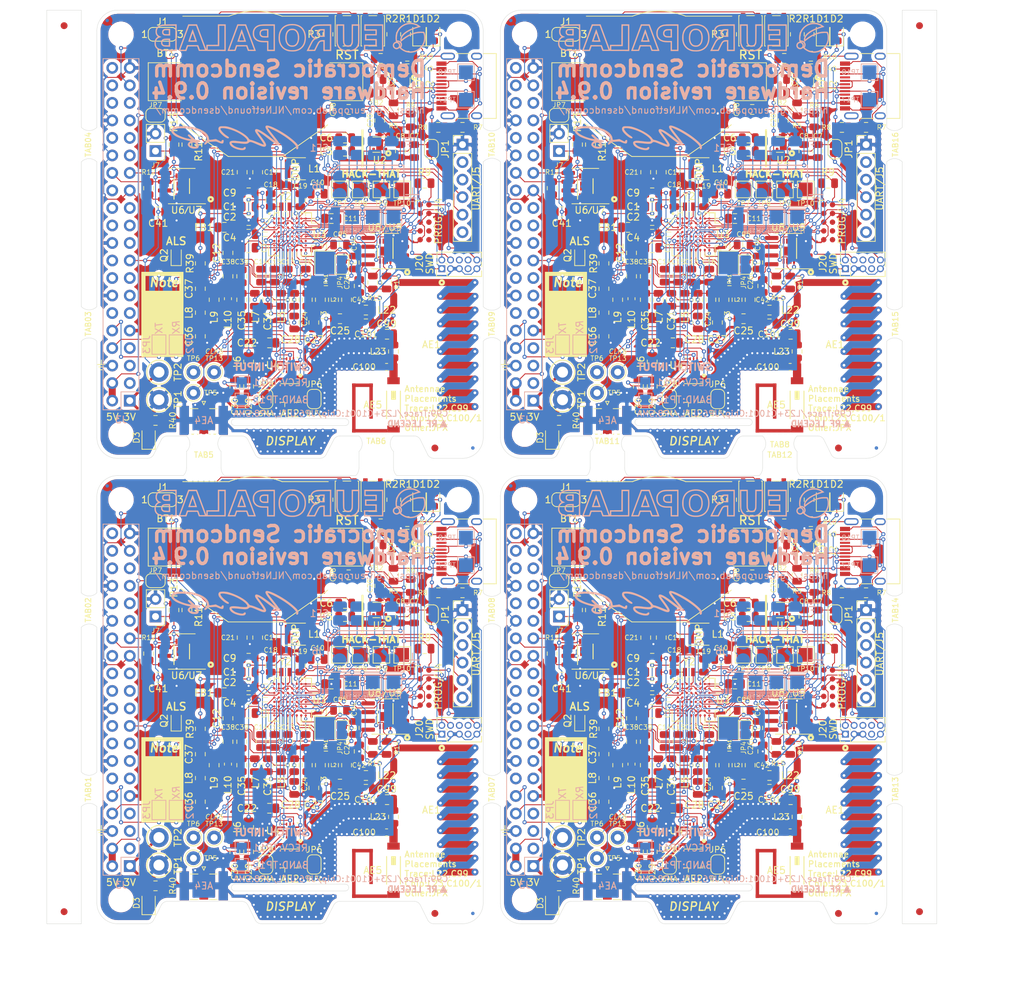
<source format=kicad_pcb>
(kicad_pcb (version 20171130) (host pcbnew 5.1.5+dfsg1-2build2)

  (general
    (thickness 1.6)
    (drawings 570)
    (tracks 5992)
    (zones 0)
    (modules 629)
    (nets 130)
  )

  (page A3)
  (title_block
    (title "Democratic Sendcomm")
    (date 2021-01-16)
    (rev 0.9.4)
    (company "Europalab Devices")
    (comment 1 "Copyright © 2021, Europalab Devices")
    (comment 2 "Fulfilling requirements of 20200210")
    (comment 3 "Pending quality assurance testing")
    (comment 4 "Release revision for manufacturing")
  )

  (layers
    (0 F.Cu signal)
    (1 In1.Cu power)
    (2 In2.Cu power)
    (31 B.Cu signal)
    (34 B.Paste user)
    (35 F.Paste user)
    (36 B.SilkS user)
    (37 F.SilkS user)
    (38 B.Mask user)
    (39 F.Mask user)
    (40 Dwgs.User user)
    (41 Cmts.User user)
    (44 Edge.Cuts user)
    (45 Margin user)
    (46 B.CrtYd user)
    (47 F.CrtYd user)
    (48 B.Fab user)
    (49 F.Fab user)
  )

  (setup
    (last_trace_width 0.127)
    (user_trace_width 0.1016)
    (user_trace_width 0.127)
    (user_trace_width 0.2)
    (user_trace_width 0.4)
    (user_trace_width 1.016)
    (user_trace_width 0.1016)
    (user_trace_width 0.127)
    (user_trace_width 0.2)
    (user_trace_width 0.4)
    (user_trace_width 1.016)
    (user_trace_width 0.1016)
    (user_trace_width 0.127)
    (user_trace_width 0.2)
    (user_trace_width 0.4)
    (user_trace_width 1.016)
    (user_trace_width 0.1016)
    (user_trace_width 0.127)
    (user_trace_width 0.2)
    (user_trace_width 0.4)
    (user_trace_width 1.016)
    (user_trace_width 0.1016)
    (user_trace_width 0.127)
    (user_trace_width 0.2)
    (user_trace_width 0.4)
    (user_trace_width 1.016)
    (trace_clearance 0.127)
    (zone_clearance 0.508)
    (zone_45_only no)
    (trace_min 0.09)
    (via_size 0.6)
    (via_drill 0.3)
    (via_min_size 0.356)
    (via_min_drill 0.2)
    (user_via 0.356 0.2)
    (user_via 0.45 0.2)
    (user_via 0.356 0.2)
    (user_via 0.45 0.2)
    (user_via 0.356 0.2)
    (user_via 0.45 0.2)
    (user_via 0.356 0.2)
    (user_via 0.45 0.2)
    (user_via 0.356 0.2)
    (user_via 0.45 0.2)
    (uvia_size 0.45)
    (uvia_drill 0.1)
    (uvias_allowed no)
    (uvia_min_size 0.45)
    (uvia_min_drill 0.1)
    (edge_width 0.05)
    (segment_width 0.1)
    (pcb_text_width 0.25)
    (pcb_text_size 1 1)
    (mod_edge_width 0.15)
    (mod_text_size 1 1)
    (mod_text_width 0.15)
    (pad_size 2 1.5)
    (pad_drill 0)
    (pad_to_mask_clearance 0)
    (aux_axis_origin 0 0)
    (visible_elements 7FFFF7FF)
    (pcbplotparams
      (layerselection 0x313fc_ffffffff)
      (usegerberextensions true)
      (usegerberattributes false)
      (usegerberadvancedattributes false)
      (creategerberjobfile false)
      (excludeedgelayer true)
      (linewidth 0.150000)
      (plotframeref false)
      (viasonmask false)
      (mode 1)
      (useauxorigin false)
      (hpglpennumber 1)
      (hpglpenspeed 20)
      (hpglpendiameter 15.000000)
      (psnegative false)
      (psa4output false)
      (plotreference true)
      (plotvalue true)
      (plotinvisibletext false)
      (padsonsilk false)
      (subtractmaskfromsilk false)
      (outputformat 1)
      (mirror false)
      (drillshape 0)
      (scaleselection 1)
      (outputdirectory "fabpanel"))
  )

  (net 0 "")
  (net 1 GND)
  (net 2 "Net-(AE1-Pad1)")
  (net 3 /Sheet5F53D5B4/RFSWPWR)
  (net 4 "Net-(C8-Pad1)")
  (net 5 /Sheet5F53D5B4/POWAMP)
  (net 6 "Net-(C13-Pad1)")
  (net 7 /Sheet5F53D5B4/HFOUT)
  (net 8 +3V3)
  (net 9 "Net-(C29-Pad1)")
  (net 10 /Sheet5F53D5B4/HPOUT)
  (net 11 /Sheet5F53D5B4/HFIN)
  (net 12 /Sheet5F53D5B4/BANDSEL)
  (net 13 "Net-(BT1-Pad1)")
  (net 14 /Sheet5F53D5B4/USB_BUS)
  (net 15 "Net-(C33-Pad1)")
  (net 16 "Net-(C34-Pad1)")
  (net 17 /Sheet5F53D5B4/CMDRST)
  (net 18 "Net-(D1-Pad2)")
  (net 19 "Net-(D1-Pad1)")
  (net 20 "Net-(D2-Pad1)")
  (net 21 "Net-(D2-Pad2)")
  (net 22 /Sheet5F53D5B4/USB_P)
  (net 23 /Sheet5F53D5B4/USB_N)
  (net 24 /Sheet60040980/ID_SD)
  (net 25 /Sheet60040980/ID_SC)
  (net 26 /Sheet5F53D5B4/SWDCLK)
  (net 27 "Net-(J3-Pad7)")
  (net 28 "Net-(J3-Pad8)")
  (net 29 "Net-(J4-Pad6)")
  (net 30 /Sheet5F53D5B4/CN_VBAT)
  (net 31 /Sheet5F53D5B4/XCEIV)
  (net 32 "Net-(AE5-Pad2)")
  (net 33 "Net-(C1-Pad1)")
  (net 34 "Net-(C7-Pad1)")
  (net 35 "Net-(C14-Pad1)")
  (net 36 "Net-(C17-Pad1)")
  (net 37 "Net-(C18-Pad2)")
  (net 38 "Net-(C19-Pad2)")
  (net 39 "Net-(C23-Pad2)")
  (net 40 "Net-(C23-Pad1)")
  (net 41 "Net-(C24-Pad1)")
  (net 42 "Net-(C24-Pad2)")
  (net 43 "Net-(C29-Pad2)")
  (net 44 "Net-(C33-Pad2)")
  (net 45 "Net-(C35-Pad2)")
  (net 46 "Net-(C40-Pad1)")
  (net 47 "Net-(J2-PadB5)")
  (net 48 "Net-(J2-PadA8)")
  (net 49 "Net-(J2-PadA5)")
  (net 50 "Net-(J2-PadB8)")
  (net 51 "Net-(J3-Pad2)")
  (net 52 "Net-(J3-Pad3)")
  (net 53 "Net-(J3-Pad5)")
  (net 54 "Net-(J3-Pad10)")
  (net 55 "Net-(J3-Pad11)")
  (net 56 "Net-(J3-Pad12)")
  (net 57 "Net-(J3-Pad13)")
  (net 58 "Net-(J3-Pad15)")
  (net 59 "Net-(J3-Pad16)")
  (net 60 "Net-(J3-Pad18)")
  (net 61 "Net-(J3-Pad19)")
  (net 62 "Net-(J3-Pad21)")
  (net 63 "Net-(J3-Pad22)")
  (net 64 "Net-(J3-Pad23)")
  (net 65 "Net-(J3-Pad24)")
  (net 66 "Net-(J3-Pad26)")
  (net 67 "Net-(J3-Pad29)")
  (net 68 "Net-(J3-Pad31)")
  (net 69 "Net-(J3-Pad32)")
  (net 70 "Net-(J3-Pad33)")
  (net 71 "Net-(J3-Pad35)")
  (net 72 "Net-(J3-Pad36)")
  (net 73 "Net-(J3-Pad38)")
  (net 74 "Net-(J3-Pad40)")
  (net 75 "Net-(J4-Pad7)")
  (net 76 "Net-(J4-Pad8)")
  (net 77 "Net-(J5-Pad2)")
  (net 78 "Net-(J5-Pad3)")
  (net 79 "Net-(J5-Pad6)")
  (net 80 "Net-(J6-Pad1)")
  (net 81 "Net-(L1-Pad2)")
  (net 82 "Net-(R3-Pad1)")
  (net 83 "Net-(R4-Pad1)")
  (net 84 "Net-(R4-Pad2)")
  (net 85 "Net-(U2-Pad5)")
  (net 86 "Net-(U3-PadG1)")
  (net 87 "Net-(U3-PadH1)")
  (net 88 "Net-(U3-PadE3)")
  (net 89 "Net-(U3-PadE4)")
  (net 90 "Net-(U3-PadF4)")
  (net 91 "Net-(U3-PadC7)")
  (net 92 "Net-(U3-PadD7)")
  (net 93 "Net-(U5-Pad3)")
  (net 94 "Net-(U5-Pad4)")
  (net 95 "Net-(U8-Pad7)")
  (net 96 "Net-(U8-Pad3)")
  (net 97 "Net-(U8-Pad2)")
  (net 98 "Net-(U8-Pad1)")
  (net 99 "Net-(U9-Pad1)")
  (net 100 "Net-(U9-Pad2)")
  (net 101 "Net-(U9-Pad3)")
  (net 102 "Net-(U9-Pad7)")
  (net 103 /Sheet5F53D5B4/SWDIO)
  (net 104 "Net-(AE2-Pad1)")
  (net 105 "Net-(AE4-Pad1)")
  (net 106 "Net-(AE5-Pad1)")
  (net 107 "Net-(J6-Pad2)")
  (net 108 "Net-(J6-Pad3)")
  (net 109 "Net-(J6-Pad4)")
  (net 110 "Net-(J7-Pad1)")
  (net 111 "Net-(C95-Pad1)")
  (net 112 /TP_SCL)
  (net 113 /TP_SDA)
  (net 114 "Net-(J20-Pad6)")
  (net 115 "Net-(J20-Pad7)")
  (net 116 "Net-(J20-Pad8)")
  (net 117 "Net-(Q2-Pad2)")
  (net 118 EXT_UART_TX)
  (net 119 EXT_UART_RX)
  (net 120 USB_TST)
  (net 121 "Net-(TP13-Pad1)")
  (net 122 "Net-(C94-Pad2)")
  (net 123 /Sheet5F53D5B4/CRY_XIN-RSVD)
  (net 124 /Sheet5F53D5B4/CRY_XOUT-RSVD)
  (net 125 "Net-(C97-Pad1)")
  (net 126 "Net-(C101-Pad1)")
  (net 127 "Net-(D3-Pad2)")
  (net 128 "Net-(JP4-Pad1)")
  (net 129 "Net-(U3-PadE5)")

  (net_class Default "This is the default net class."
    (clearance 0.127)
    (trace_width 0.127)
    (via_dia 0.6)
    (via_drill 0.3)
    (uvia_dia 0.45)
    (uvia_drill 0.1)
    (add_net +3V3)
    (add_net /Sheet5F53D5B4/BANDSEL)
    (add_net /Sheet5F53D5B4/CMDRST)
    (add_net /Sheet5F53D5B4/CN_VBAT)
    (add_net /Sheet5F53D5B4/CRY_XIN-RSVD)
    (add_net /Sheet5F53D5B4/CRY_XOUT-RSVD)
    (add_net /Sheet5F53D5B4/HFIN)
    (add_net /Sheet5F53D5B4/HFOUT)
    (add_net /Sheet5F53D5B4/HPOUT)
    (add_net /Sheet5F53D5B4/POWAMP)
    (add_net /Sheet5F53D5B4/RFSWPWR)
    (add_net /Sheet5F53D5B4/SWDCLK)
    (add_net /Sheet5F53D5B4/SWDIO)
    (add_net /Sheet5F53D5B4/USB_BUS)
    (add_net /Sheet5F53D5B4/USB_N)
    (add_net /Sheet5F53D5B4/USB_P)
    (add_net /Sheet5F53D5B4/XCEIV)
    (add_net /Sheet60040980/ID_SC)
    (add_net /Sheet60040980/ID_SD)
    (add_net /TP_SCL)
    (add_net /TP_SDA)
    (add_net EXT_UART_RX)
    (add_net EXT_UART_TX)
    (add_net GND)
    (add_net "Net-(AE1-Pad1)")
    (add_net "Net-(AE2-Pad1)")
    (add_net "Net-(AE4-Pad1)")
    (add_net "Net-(AE5-Pad1)")
    (add_net "Net-(AE5-Pad2)")
    (add_net "Net-(BT1-Pad1)")
    (add_net "Net-(C1-Pad1)")
    (add_net "Net-(C101-Pad1)")
    (add_net "Net-(C13-Pad1)")
    (add_net "Net-(C14-Pad1)")
    (add_net "Net-(C17-Pad1)")
    (add_net "Net-(C18-Pad2)")
    (add_net "Net-(C19-Pad2)")
    (add_net "Net-(C23-Pad1)")
    (add_net "Net-(C23-Pad2)")
    (add_net "Net-(C24-Pad1)")
    (add_net "Net-(C24-Pad2)")
    (add_net "Net-(C29-Pad1)")
    (add_net "Net-(C29-Pad2)")
    (add_net "Net-(C33-Pad1)")
    (add_net "Net-(C33-Pad2)")
    (add_net "Net-(C34-Pad1)")
    (add_net "Net-(C35-Pad2)")
    (add_net "Net-(C40-Pad1)")
    (add_net "Net-(C7-Pad1)")
    (add_net "Net-(C8-Pad1)")
    (add_net "Net-(C94-Pad2)")
    (add_net "Net-(C95-Pad1)")
    (add_net "Net-(C97-Pad1)")
    (add_net "Net-(D1-Pad1)")
    (add_net "Net-(D1-Pad2)")
    (add_net "Net-(D2-Pad1)")
    (add_net "Net-(D2-Pad2)")
    (add_net "Net-(D3-Pad2)")
    (add_net "Net-(J2-PadA5)")
    (add_net "Net-(J2-PadA8)")
    (add_net "Net-(J2-PadB5)")
    (add_net "Net-(J2-PadB8)")
    (add_net "Net-(J20-Pad6)")
    (add_net "Net-(J20-Pad7)")
    (add_net "Net-(J20-Pad8)")
    (add_net "Net-(J3-Pad10)")
    (add_net "Net-(J3-Pad11)")
    (add_net "Net-(J3-Pad12)")
    (add_net "Net-(J3-Pad13)")
    (add_net "Net-(J3-Pad15)")
    (add_net "Net-(J3-Pad16)")
    (add_net "Net-(J3-Pad18)")
    (add_net "Net-(J3-Pad19)")
    (add_net "Net-(J3-Pad2)")
    (add_net "Net-(J3-Pad21)")
    (add_net "Net-(J3-Pad22)")
    (add_net "Net-(J3-Pad23)")
    (add_net "Net-(J3-Pad24)")
    (add_net "Net-(J3-Pad26)")
    (add_net "Net-(J3-Pad29)")
    (add_net "Net-(J3-Pad3)")
    (add_net "Net-(J3-Pad31)")
    (add_net "Net-(J3-Pad32)")
    (add_net "Net-(J3-Pad33)")
    (add_net "Net-(J3-Pad35)")
    (add_net "Net-(J3-Pad36)")
    (add_net "Net-(J3-Pad38)")
    (add_net "Net-(J3-Pad40)")
    (add_net "Net-(J3-Pad5)")
    (add_net "Net-(J3-Pad7)")
    (add_net "Net-(J3-Pad8)")
    (add_net "Net-(J4-Pad6)")
    (add_net "Net-(J4-Pad7)")
    (add_net "Net-(J4-Pad8)")
    (add_net "Net-(J5-Pad2)")
    (add_net "Net-(J5-Pad3)")
    (add_net "Net-(J5-Pad6)")
    (add_net "Net-(J6-Pad1)")
    (add_net "Net-(J6-Pad2)")
    (add_net "Net-(J6-Pad3)")
    (add_net "Net-(J6-Pad4)")
    (add_net "Net-(J7-Pad1)")
    (add_net "Net-(JP4-Pad1)")
    (add_net "Net-(L1-Pad2)")
    (add_net "Net-(Q2-Pad2)")
    (add_net "Net-(R3-Pad1)")
    (add_net "Net-(R4-Pad1)")
    (add_net "Net-(R4-Pad2)")
    (add_net "Net-(TP13-Pad1)")
    (add_net "Net-(U2-Pad5)")
    (add_net "Net-(U3-PadC7)")
    (add_net "Net-(U3-PadD7)")
    (add_net "Net-(U3-PadE3)")
    (add_net "Net-(U3-PadE4)")
    (add_net "Net-(U3-PadE5)")
    (add_net "Net-(U3-PadF4)")
    (add_net "Net-(U3-PadG1)")
    (add_net "Net-(U3-PadH1)")
    (add_net "Net-(U5-Pad3)")
    (add_net "Net-(U5-Pad4)")
    (add_net "Net-(U8-Pad1)")
    (add_net "Net-(U8-Pad2)")
    (add_net "Net-(U8-Pad3)")
    (add_net "Net-(U8-Pad7)")
    (add_net "Net-(U9-Pad1)")
    (add_net "Net-(U9-Pad2)")
    (add_net "Net-(U9-Pad3)")
    (add_net "Net-(U9-Pad7)")
    (add_net USB_TST)
  )

  (net_class Power ""
    (clearance 0.2)
    (trace_width 0.5)
    (via_dia 1)
    (via_drill 0.7)
    (uvia_dia 0.5)
    (uvia_drill 0.1)
  )

  (module MountingHole:MountingHole_3.2mm_M3 (layer F.Cu) (tedit 56D1B4CB) (tstamp 602BE0B9)
    (at 156.25 139.75)
    (descr "Mounting Hole 3.2mm, no annular, M3")
    (tags "mounting hole 3.2mm no annular m3")
    (attr virtual)
    (fp_text reference REF** (at 0 -3.2) (layer F.SilkS) hide
      (effects (font (size 1 1) (thickness 0.15)))
    )
    (fp_text value MountingHole_3.2mm_M3 (at 0 3.2) (layer F.Fab)
      (effects (font (size 1 1) (thickness 0.15)))
    )
    (fp_circle (center 0 0) (end 3.45 0) (layer F.CrtYd) (width 0.05))
    (fp_circle (center 0 0) (end 3.2 0) (layer Cmts.User) (width 0.15))
    (fp_text user %R (at 0.3 0) (layer F.Fab)
      (effects (font (size 1 1) (thickness 0.15)))
    )
    (pad 1 np_thru_hole circle (at 0 0) (size 3.2 3.2) (drill 3.2) (layers *.Cu *.Mask))
  )

  (module MountingHole:MountingHole_3.2mm_M3 (layer F.Cu) (tedit 56D1B4CB) (tstamp 602BE0AB)
    (at 122.75 139.75)
    (descr "Mounting Hole 3.2mm, no annular, M3")
    (tags "mounting hole 3.2mm no annular m3")
    (attr virtual)
    (fp_text reference REF** (at 0 -3.2) (layer F.SilkS) hide
      (effects (font (size 1 1) (thickness 0.15)))
    )
    (fp_text value MountingHole_3.2mm_M3 (at 0 3.2) (layer F.Fab)
      (effects (font (size 1 1) (thickness 0.15)))
    )
    (fp_text user %R (at 0.3 0) (layer F.Fab)
      (effects (font (size 1 1) (thickness 0.15)))
    )
    (fp_circle (center 0 0) (end 3.2 0) (layer Cmts.User) (width 0.15))
    (fp_circle (center 0 0) (end 3.45 0) (layer F.CrtYd) (width 0.05))
    (pad 1 np_thru_hole circle (at 0 0) (size 3.2 3.2) (drill 3.2) (layers *.Cu *.Mask))
  )

  (module Elabdev:Panel_Mousetab_25mm_Single (layer F.Cu) (tedit 5CD9E502) (tstamp 600453A0)
    (at 122.75 141.25 270)
    (path /5CD9EB0D)
    (fp_text reference TAB8 (at 0 0) (layer F.SilkS) hide
      (effects (font (size 0.8 0.8) (thickness 0.13)))
    )
    (fp_text value Pantab (at -3.25 0 180) (layer F.Fab)
      (effects (font (size 1 1) (thickness 0.15)))
    )
    (fp_line (start 1.25 -2.2) (end 1.25 2.2) (layer F.Fab) (width 0.15))
    (fp_line (start -1.25 -2.2) (end -1.25 2.2) (layer F.Fab) (width 0.15))
    (fp_line (start 2.1 -2.6) (end 2.1 2.6) (layer F.CrtYd) (width 0.15))
    (fp_line (start 2.1 2.6) (end -2.1 2.6) (layer F.CrtYd) (width 0.15))
    (fp_line (start -2.1 2.6) (end -2.1 -2.6) (layer F.CrtYd) (width 0.15))
    (fp_line (start -2.1 -2.6) (end 2.1 -2.6) (layer F.CrtYd) (width 0.15))
    (pad "" np_thru_hole circle (at 1.35 2 270) (size 0.5 0.5) (drill 0.5) (layers *.Cu))
    (pad "" np_thru_hole circle (at 1.35 1.2 270) (size 0.5 0.5) (drill 0.5) (layers *.Cu))
    (pad "" np_thru_hole circle (at 1.35 0.4 270) (size 0.5 0.5) (drill 0.5) (layers *.Cu))
    (pad "" np_thru_hole circle (at 1.35 -0.4 270) (size 0.5 0.5) (drill 0.5) (layers *.Cu))
    (pad "" np_thru_hole circle (at 1.35 -1.2 270) (size 0.5 0.5) (drill 0.5) (layers *.Cu))
    (pad "" np_thru_hole circle (at 1.35 -2 270) (size 0.5 0.5) (drill 0.5) (layers *.Cu))
  )

  (module Elabdev:Panel_Mousetab_25mm_Single (layer F.Cu) (tedit 5CD9E502) (tstamp 6003D4B6)
    (at 122.75 138 90)
    (path /5CD9EB0D)
    (fp_text reference TAB6 (at 0.5 0) (layer F.SilkS)
      (effects (font (size 0.8 0.8) (thickness 0.13)))
    )
    (fp_text value Pantab (at -3.25 0 180) (layer F.Fab)
      (effects (font (size 1 1) (thickness 0.15)))
    )
    (fp_line (start -2.1 -2.6) (end 2.1 -2.6) (layer F.CrtYd) (width 0.15))
    (fp_line (start -2.1 2.6) (end -2.1 -2.6) (layer F.CrtYd) (width 0.15))
    (fp_line (start 2.1 2.6) (end -2.1 2.6) (layer F.CrtYd) (width 0.15))
    (fp_line (start 2.1 -2.6) (end 2.1 2.6) (layer F.CrtYd) (width 0.15))
    (fp_line (start -1.25 -2.2) (end -1.25 2.2) (layer F.Fab) (width 0.15))
    (fp_line (start 1.25 -2.2) (end 1.25 2.2) (layer F.Fab) (width 0.15))
    (pad "" np_thru_hole circle (at 1.35 -2 90) (size 0.5 0.5) (drill 0.5) (layers *.Cu))
    (pad "" np_thru_hole circle (at 1.35 -1.2 90) (size 0.5 0.5) (drill 0.5) (layers *.Cu))
    (pad "" np_thru_hole circle (at 1.35 -0.4 90) (size 0.5 0.5) (drill 0.5) (layers *.Cu))
    (pad "" np_thru_hole circle (at 1.35 0.4 90) (size 0.5 0.5) (drill 0.5) (layers *.Cu))
    (pad "" np_thru_hole circle (at 1.35 1.2 90) (size 0.5 0.5) (drill 0.5) (layers *.Cu))
    (pad "" np_thru_hole circle (at 1.35 2 90) (size 0.5 0.5) (drill 0.5) (layers *.Cu))
  )

  (module Elabdev:Panel_Mousetab_25mm_Single (layer F.Cu) (tedit 5CD9E502) (tstamp 60045457)
    (at 97.75 141.25 270)
    (path /5CD9EB0D)
    (fp_text reference TAB1 (at 0 0) (layer F.SilkS) hide
      (effects (font (size 0.8 0.8) (thickness 0.13)))
    )
    (fp_text value Pantab (at -3.25 0 180) (layer F.Fab)
      (effects (font (size 1 1) (thickness 0.15)))
    )
    (fp_line (start 1.25 -2.2) (end 1.25 2.2) (layer F.Fab) (width 0.15))
    (fp_line (start -1.25 -2.2) (end -1.25 2.2) (layer F.Fab) (width 0.15))
    (fp_line (start 2.1 -2.6) (end 2.1 2.6) (layer F.CrtYd) (width 0.15))
    (fp_line (start 2.1 2.6) (end -2.1 2.6) (layer F.CrtYd) (width 0.15))
    (fp_line (start -2.1 2.6) (end -2.1 -2.6) (layer F.CrtYd) (width 0.15))
    (fp_line (start -2.1 -2.6) (end 2.1 -2.6) (layer F.CrtYd) (width 0.15))
    (pad "" np_thru_hole circle (at 1.35 2 270) (size 0.5 0.5) (drill 0.5) (layers *.Cu))
    (pad "" np_thru_hole circle (at 1.35 1.2 270) (size 0.5 0.5) (drill 0.5) (layers *.Cu))
    (pad "" np_thru_hole circle (at 1.35 0.4 270) (size 0.5 0.5) (drill 0.5) (layers *.Cu))
    (pad "" np_thru_hole circle (at 1.35 -0.4 270) (size 0.5 0.5) (drill 0.5) (layers *.Cu))
    (pad "" np_thru_hole circle (at 1.35 -1.2 270) (size 0.5 0.5) (drill 0.5) (layers *.Cu))
    (pad "" np_thru_hole circle (at 1.35 -2 270) (size 0.5 0.5) (drill 0.5) (layers *.Cu))
  )

  (module Elabdev:Panel_Mousetab_25mm_Single (layer F.Cu) (tedit 5CD9E502) (tstamp 6003D408)
    (at 97.75 138 90)
    (path /5CD9EB0D)
    (fp_text reference TAB5 (at -1.5 0) (layer F.SilkS)
      (effects (font (size 0.8 0.8) (thickness 0.13)))
    )
    (fp_text value Pantab (at -3.25 0 180) (layer F.Fab)
      (effects (font (size 1 1) (thickness 0.15)))
    )
    (fp_line (start -2.1 -2.6) (end 2.1 -2.6) (layer F.CrtYd) (width 0.15))
    (fp_line (start -2.1 2.6) (end -2.1 -2.6) (layer F.CrtYd) (width 0.15))
    (fp_line (start 2.1 2.6) (end -2.1 2.6) (layer F.CrtYd) (width 0.15))
    (fp_line (start 2.1 -2.6) (end 2.1 2.6) (layer F.CrtYd) (width 0.15))
    (fp_line (start -1.25 -2.2) (end -1.25 2.2) (layer F.Fab) (width 0.15))
    (fp_line (start 1.25 -2.2) (end 1.25 2.2) (layer F.Fab) (width 0.15))
    (pad "" np_thru_hole circle (at 1.35 -2 90) (size 0.5 0.5) (drill 0.5) (layers *.Cu))
    (pad "" np_thru_hole circle (at 1.35 -1.2 90) (size 0.5 0.5) (drill 0.5) (layers *.Cu))
    (pad "" np_thru_hole circle (at 1.35 -0.4 90) (size 0.5 0.5) (drill 0.5) (layers *.Cu))
    (pad "" np_thru_hole circle (at 1.35 0.4 90) (size 0.5 0.5) (drill 0.5) (layers *.Cu))
    (pad "" np_thru_hole circle (at 1.35 1.2 90) (size 0.5 0.5) (drill 0.5) (layers *.Cu))
    (pad "" np_thru_hole circle (at 1.35 2 90) (size 0.5 0.5) (drill 0.5) (layers *.Cu))
  )

  (module Capacitor_SMD:C_0805_2012Metric (layer F.Cu) (tedit 5B36C52B) (tstamp 60066C33)
    (at 104.25 171 180)
    (descr "Capacitor SMD 0805 (2012 Metric), square (rectangular) end terminal, IPC_7351 nominal, (Body size source: https://docs.google.com/spreadsheets/d/1BsfQQcO9C6DZCsRaXUlFlo91Tg2WpOkGARC1WS5S8t0/edit?usp=sharing), generated with kicad-footprint-generator")
    (tags capacitor)
    (path /5F53D5B5/5F81B8EA)
    (attr smd)
    (fp_text reference C1 (at 2.75 0) (layer F.SilkS)
      (effects (font (size 1 1) (thickness 0.15)))
    )
    (fp_text value 0,1uF (at 0 1.65) (layer F.Fab)
      (effects (font (size 1 1) (thickness 0.15)))
    )
    (fp_line (start -1 0.6) (end -1 -0.6) (layer F.Fab) (width 0.1))
    (fp_line (start -1 -0.6) (end 1 -0.6) (layer F.Fab) (width 0.1))
    (fp_line (start 1 -0.6) (end 1 0.6) (layer F.Fab) (width 0.1))
    (fp_line (start 1 0.6) (end -1 0.6) (layer F.Fab) (width 0.1))
    (fp_line (start -0.258578 -0.71) (end 0.258578 -0.71) (layer F.SilkS) (width 0.12))
    (fp_line (start -0.258578 0.71) (end 0.258578 0.71) (layer F.SilkS) (width 0.12))
    (fp_line (start -1.68 0.95) (end -1.68 -0.95) (layer F.CrtYd) (width 0.05))
    (fp_line (start -1.68 -0.95) (end 1.68 -0.95) (layer F.CrtYd) (width 0.05))
    (fp_line (start 1.68 -0.95) (end 1.68 0.95) (layer F.CrtYd) (width 0.05))
    (fp_line (start 1.68 0.95) (end -1.68 0.95) (layer F.CrtYd) (width 0.05))
    (fp_text user %R (at 0 0) (layer F.Fab)
      (effects (font (size 0.5 0.5) (thickness 0.08)))
    )
    (pad 1 smd roundrect (at -0.9375 0 180) (size 0.975 1.4) (layers F.Cu F.Paste F.Mask) (roundrect_rratio 0.25)
      (net 33 "Net-(C1-Pad1)"))
    (pad 2 smd roundrect (at 0.9375 0 180) (size 0.975 1.4) (layers F.Cu F.Paste F.Mask) (roundrect_rratio 0.25)
      (net 1 GND))
    (model ${KISYS3DMOD}/Capacitor_SMD.3dshapes/C_0805_2012Metric.wrl
      (at (xyz 0 0 0))
      (scale (xyz 1 1 1))
      (rotate (xyz 0 0 0))
    )
  )

  (module Capacitor_SMD:C_0805_2012Metric (layer F.Cu) (tedit 5B36C52B) (tstamp 60066C22)
    (at 104.25 173 180)
    (descr "Capacitor SMD 0805 (2012 Metric), square (rectangular) end terminal, IPC_7351 nominal, (Body size source: https://docs.google.com/spreadsheets/d/1BsfQQcO9C6DZCsRaXUlFlo91Tg2WpOkGARC1WS5S8t0/edit?usp=sharing), generated with kicad-footprint-generator")
    (tags capacitor)
    (path /5F53D5B5/5F80DBCB)
    (attr smd)
    (fp_text reference C2 (at 2.75 0.5 180) (layer F.SilkS)
      (effects (font (size 1 1) (thickness 0.15)))
    )
    (fp_text value 0,1uF (at 0 1.65 180) (layer F.Fab)
      (effects (font (size 1 1) (thickness 0.15)))
    )
    (fp_text user %R (at 0 0 180) (layer F.Fab)
      (effects (font (size 0.5 0.5) (thickness 0.08)))
    )
    (fp_line (start 1.68 0.95) (end -1.68 0.95) (layer F.CrtYd) (width 0.05))
    (fp_line (start 1.68 -0.95) (end 1.68 0.95) (layer F.CrtYd) (width 0.05))
    (fp_line (start -1.68 -0.95) (end 1.68 -0.95) (layer F.CrtYd) (width 0.05))
    (fp_line (start -1.68 0.95) (end -1.68 -0.95) (layer F.CrtYd) (width 0.05))
    (fp_line (start -0.258578 0.71) (end 0.258578 0.71) (layer F.SilkS) (width 0.12))
    (fp_line (start -0.258578 -0.71) (end 0.258578 -0.71) (layer F.SilkS) (width 0.12))
    (fp_line (start 1 0.6) (end -1 0.6) (layer F.Fab) (width 0.1))
    (fp_line (start 1 -0.6) (end 1 0.6) (layer F.Fab) (width 0.1))
    (fp_line (start -1 -0.6) (end 1 -0.6) (layer F.Fab) (width 0.1))
    (fp_line (start -1 0.6) (end -1 -0.6) (layer F.Fab) (width 0.1))
    (pad 2 smd roundrect (at 0.9375 0 180) (size 0.975 1.4) (layers F.Cu F.Paste F.Mask) (roundrect_rratio 0.25)
      (net 1 GND))
    (pad 1 smd roundrect (at -0.9375 0 180) (size 0.975 1.4) (layers F.Cu F.Paste F.Mask) (roundrect_rratio 0.25)
      (net 33 "Net-(C1-Pad1)"))
    (model ${KISYS3DMOD}/Capacitor_SMD.3dshapes/C_0805_2012Metric.wrl
      (at (xyz 0 0 0))
      (scale (xyz 1 1 1))
      (rotate (xyz 0 0 0))
    )
  )

  (module MountingHole:MountingHole_2.7mm_M2.5 (layer F.Cu) (tedit 56D1B4CB) (tstamp 60066C1B)
    (at 85.75 204)
    (descr "Mounting Hole 2.7mm, no annular, M2.5")
    (tags "mounting hole 2.7mm no annular m2.5")
    (path /5F740885)
    (attr virtual)
    (fp_text reference MH3 (at 3.5 0 180) (layer F.SilkS) hide
      (effects (font (size 1 1) (thickness 0.15)))
    )
    (fp_text value MountingHole (at 0 3.7) (layer F.Fab)
      (effects (font (size 1 1) (thickness 0.15)))
    )
    (fp_text user %R (at 0.3 0) (layer F.Fab)
      (effects (font (size 1 1) (thickness 0.15)))
    )
    (fp_circle (center 0 0) (end 2.7 0) (layer Cmts.User) (width 0.15))
    (fp_circle (center 0 0) (end 2.95 0) (layer F.CrtYd) (width 0.05))
    (pad 1 np_thru_hole circle (at 0 0) (size 2.7 2.7) (drill 2.7) (layers *.Cu *.Mask))
  )

  (module Package_SO:SOIC-8_3.9x4.9mm_P1.27mm (layer F.Cu) (tedit 5FE7801E) (tstamp 60066C02)
    (at 124.054999 177.444999 180)
    (descr "SOIC, 8 Pin (JEDEC MS-012AA, https://www.analog.com/media/en/package-pcb-resources/package/pkg_pdf/soic_narrow-r/r_8.pdf), generated with kicad-footprint-generator ipc_gullwing_generator.py")
    (tags "SOIC SO")
    (path /601C3EDE/5F74CA64)
    (attr smd)
    (fp_text reference U9 (at -1.445001 3.444999) (layer F.SilkS)
      (effects (font (size 1 1) (thickness 0.15)))
    )
    (fp_text value ATECC608B (at 0 3.4) (layer F.Fab)
      (effects (font (size 1 1) (thickness 0.15)))
    )
    (fp_text user %R (at 0 0) (layer F.Fab)
      (effects (font (size 0.98 0.98) (thickness 0.15)))
    )
    (fp_line (start 3.7 -2.7) (end -3.7 -2.7) (layer F.CrtYd) (width 0.05))
    (fp_line (start 3.7 2.7) (end 3.7 -2.7) (layer F.CrtYd) (width 0.05))
    (fp_line (start -3.7 2.7) (end 3.7 2.7) (layer F.CrtYd) (width 0.05))
    (fp_line (start -3.7 -2.7) (end -3.7 2.7) (layer F.CrtYd) (width 0.05))
    (fp_line (start -1.95 -1.475) (end -0.975 -2.45) (layer F.Fab) (width 0.1))
    (fp_line (start -1.95 2.45) (end -1.95 -1.475) (layer F.Fab) (width 0.1))
    (fp_line (start 1.95 2.45) (end -1.95 2.45) (layer F.Fab) (width 0.1))
    (fp_line (start 1.95 -2.45) (end 1.95 2.45) (layer F.Fab) (width 0.1))
    (fp_line (start -0.975 -2.45) (end 1.95 -2.45) (layer F.Fab) (width 0.1))
    (fp_line (start 0 -2.56) (end -3.45 -2.56) (layer F.SilkS) (width 0.12))
    (fp_line (start 0 -2.56) (end 1.95 -2.56) (layer F.SilkS) (width 0.12))
    (fp_line (start 0 2.56) (end -1.95 2.56) (layer F.SilkS) (width 0.12))
    (fp_line (start 0 2.56) (end 1.95 2.56) (layer F.SilkS) (width 0.12))
    (pad 8 smd roundrect (at 2.475 -1.905 180) (size 1.95 0.6) (layers F.Cu F.Mask) (roundrect_rratio 0.25)
      (net 8 +3V3))
    (pad 7 smd roundrect (at 2.475 -0.635 180) (size 1.95 0.6) (layers F.Cu F.Mask) (roundrect_rratio 0.25)
      (net 102 "Net-(U9-Pad7)"))
    (pad 6 smd roundrect (at 2.475 0.635 180) (size 1.95 0.6) (layers F.Cu F.Mask) (roundrect_rratio 0.25)
      (net 112 /TP_SCL))
    (pad 5 smd roundrect (at 2.475 1.905 180) (size 1.95 0.6) (layers F.Cu F.Mask) (roundrect_rratio 0.25)
      (net 113 /TP_SDA))
    (pad 4 smd roundrect (at -2.475 1.905 180) (size 1.95 0.6) (layers F.Cu F.Mask) (roundrect_rratio 0.25)
      (net 1 GND))
    (pad 3 smd roundrect (at -2.475 0.635 180) (size 1.95 0.6) (layers F.Cu F.Mask) (roundrect_rratio 0.25)
      (net 101 "Net-(U9-Pad3)"))
    (pad 2 smd roundrect (at -2.475 -0.635 180) (size 1.95 0.6) (layers F.Cu F.Mask) (roundrect_rratio 0.25)
      (net 100 "Net-(U9-Pad2)"))
    (pad 1 smd roundrect (at -2.475 -1.905 180) (size 1.95 0.6) (layers F.Cu F.Mask) (roundrect_rratio 0.25)
      (net 99 "Net-(U9-Pad1)"))
    (model ${KISYS3DMOD}/Package_SO.3dshapes/SOIC-8_3.9x4.9mm_P1.27mm.wrl
      (at (xyz 0 0 0))
      (scale (xyz 1 1 1))
      (rotate (xyz 0 0 0))
    )
  )

  (module Capacitor_SMD:C_0805_2012Metric (layer F.Cu) (tedit 5B36C52B) (tstamp 60066BF2)
    (at 111.75 170.0625 270)
    (descr "Capacitor SMD 0805 (2012 Metric), square (rectangular) end terminal, IPC_7351 nominal, (Body size source: https://docs.google.com/spreadsheets/d/1BsfQQcO9C6DZCsRaXUlFlo91Tg2WpOkGARC1WS5S8t0/edit?usp=sharing), generated with kicad-footprint-generator")
    (tags capacitor)
    (path /5F53D5B5/5F609CF5)
    (attr smd)
    (fp_text reference C19 (at -2.0625 0 180) (layer F.SilkS)
      (effects (font (size 0.7 0.7) (thickness 0.1)))
    )
    (fp_text value 18pF (at 0 1.65 90) (layer F.Fab)
      (effects (font (size 1 1) (thickness 0.15)))
    )
    (fp_text user %R (at 0 0 90) (layer F.Fab)
      (effects (font (size 0.5 0.5) (thickness 0.08)))
    )
    (fp_line (start 1.68 0.95) (end -1.68 0.95) (layer F.CrtYd) (width 0.05))
    (fp_line (start 1.68 -0.95) (end 1.68 0.95) (layer F.CrtYd) (width 0.05))
    (fp_line (start -1.68 -0.95) (end 1.68 -0.95) (layer F.CrtYd) (width 0.05))
    (fp_line (start -1.68 0.95) (end -1.68 -0.95) (layer F.CrtYd) (width 0.05))
    (fp_line (start -0.258578 0.71) (end 0.258578 0.71) (layer F.SilkS) (width 0.12))
    (fp_line (start -0.258578 -0.71) (end 0.258578 -0.71) (layer F.SilkS) (width 0.12))
    (fp_line (start 1 0.6) (end -1 0.6) (layer F.Fab) (width 0.1))
    (fp_line (start 1 -0.6) (end 1 0.6) (layer F.Fab) (width 0.1))
    (fp_line (start -1 -0.6) (end 1 -0.6) (layer F.Fab) (width 0.1))
    (fp_line (start -1 0.6) (end -1 -0.6) (layer F.Fab) (width 0.1))
    (pad 2 smd roundrect (at 0.9375 0 270) (size 0.975 1.4) (layers F.Cu F.Paste F.Mask) (roundrect_rratio 0.25)
      (net 38 "Net-(C19-Pad2)"))
    (pad 1 smd roundrect (at -0.9375 0 270) (size 0.975 1.4) (layers F.Cu F.Paste F.Mask) (roundrect_rratio 0.25)
      (net 1 GND))
    (model ${KISYS3DMOD}/Capacitor_SMD.3dshapes/C_0805_2012Metric.wrl
      (at (xyz 0 0 0))
      (scale (xyz 1 1 1))
      (rotate (xyz 0 0 0))
    )
  )

  (module Connector_Coaxial:SMA_Samtec_SMA-J-P-X-ST-EM1_EdgeMount (layer F.Cu) (tedit 5FE90BFC) (tstamp 60066BB5)
    (at 97.75 202)
    (descr "Connector SMA, 0Hz to 20GHz, 50Ohm, Edge Mount (http://suddendocs.samtec.com/prints/sma-j-p-x-st-em1-mkt.pdf)")
    (tags "SMA Straight Samtec Edge Mount")
    (path /5F5C0728/6000659E)
    (attr smd)
    (fp_text reference AE4 (at 0 0 unlocked) (layer B.SilkS)
      (effects (font (size 1 1) (thickness 0.15)) (justify mirror))
    )
    (fp_text value Antenna_Shield (at 0 13) (layer F.Fab)
      (effects (font (size 1 1) (thickness 0.15)))
    )
    (fp_line (start -0.25 -2.76) (end 0 -2.26) (layer F.SilkS) (width 0.12))
    (fp_line (start 0.25 -2.76) (end -0.25 -2.76) (layer F.SilkS) (width 0.12))
    (fp_line (start 0 -2.26) (end 0.25 -2.76) (layer F.SilkS) (width 0.12))
    (fp_line (start 0 3.1) (end -0.64 2.1) (layer F.Fab) (width 0.1))
    (fp_line (start 0.64 2.1) (end 0 3.1) (layer F.Fab) (width 0.1))
    (fp_text user %R (at 0 4.29 180) (layer F.Fab)
      (effects (font (size 1 1) (thickness 0.15)))
    )
    (fp_line (start 4 2.6) (end 4 -2.6) (layer F.CrtYd) (width 0.05))
    (fp_line (start 3.68 12.12) (end -3.68 12.12) (layer F.CrtYd) (width 0.05))
    (fp_line (start -4 2.6) (end -4 -2.6) (layer F.CrtYd) (width 0.05))
    (fp_line (start -4 -2.6) (end 4 -2.6) (layer F.CrtYd) (width 0.05))
    (fp_line (start 4 2.6) (end 4 -2.6) (layer B.CrtYd) (width 0.05))
    (fp_line (start 3.68 12.12) (end -3.68 12.12) (layer B.CrtYd) (width 0.05))
    (fp_line (start -4 2.6) (end -4 -2.6) (layer B.CrtYd) (width 0.05))
    (fp_line (start -4 -2.6) (end 4 -2.6) (layer B.CrtYd) (width 0.05))
    (fp_line (start 3.165 11.62) (end -3.165 11.62) (layer F.Fab) (width 0.1))
    (fp_line (start 3.175 -1.71) (end 3.175 11.62) (layer F.Fab) (width 0.1))
    (fp_line (start 3.175 -1.71) (end 2.365 -1.71) (layer F.Fab) (width 0.1))
    (fp_line (start 2.365 -1.71) (end 2.365 2.1) (layer F.Fab) (width 0.1))
    (fp_line (start 2.365 2.1) (end -2.365 2.1) (layer F.Fab) (width 0.1))
    (fp_line (start -2.365 2.1) (end -2.365 -1.71) (layer F.Fab) (width 0.1))
    (fp_line (start -2.365 -1.71) (end -3.175 -1.71) (layer F.Fab) (width 0.1))
    (fp_line (start -3.175 -1.71) (end -3.175 11.62) (layer F.Fab) (width 0.1))
    (fp_line (start 4.1 2.1) (end -4.1 2.1) (layer Dwgs.User) (width 0.1))
    (fp_text user "PCB Edge" (at 0 2.6) (layer Dwgs.User)
      (effects (font (size 0.5 0.5) (thickness 0.1)))
    )
    (fp_line (start -3.68 2.6) (end -4 2.6) (layer F.CrtYd) (width 0.05))
    (fp_line (start -3.68 12.12) (end -3.68 2.6) (layer F.CrtYd) (width 0.05))
    (fp_line (start 3.68 2.6) (end 4 2.6) (layer F.CrtYd) (width 0.05))
    (fp_line (start 3.68 2.6) (end 3.68 12.12) (layer F.CrtYd) (width 0.05))
    (fp_line (start -3.68 2.6) (end -4 2.6) (layer B.CrtYd) (width 0.05))
    (fp_line (start -3.68 12.12) (end -3.68 2.6) (layer B.CrtYd) (width 0.05))
    (fp_line (start 4 2.6) (end 3.68 2.6) (layer B.CrtYd) (width 0.05))
    (fp_line (start 3.68 2.6) (end 3.68 12.12) (layer B.CrtYd) (width 0.05))
    (fp_line (start -1.95 2) (end -0.84 2) (layer F.SilkS) (width 0.12))
    (fp_line (start 0.84 2) (end 1.95 2) (layer F.SilkS) (width 0.12))
    (fp_line (start -1.95 -1.71) (end -0.84 -1.71) (layer F.SilkS) (width 0.12))
    (fp_line (start 0.84 -1.71) (end 1.95 -1.71) (layer F.SilkS) (width 0.12))
    (fp_text user "Board Thickness: 1.57mm" (at 0 -5.45) (layer Cmts.User)
      (effects (font (size 1 1) (thickness 0.15)))
    )
    (pad 2 smd rect (at -2.825 0) (size 1.35 4.2) (layers B.Cu B.Mask)
      (net 1 GND))
    (pad 2 smd rect (at 2.825 0) (size 1.35 4.2) (layers B.Cu B.Mask)
      (net 1 GND))
    (pad 2 smd rect (at -2.825 0) (size 1.35 4.2) (layers F.Cu F.Mask)
      (net 1 GND))
    (pad 2 smd rect (at 2.825 0) (size 1.35 4.2) (layers F.Cu F.Mask)
      (net 1 GND))
    (pad 1 smd rect (at 0 0.2) (size 1.27 3.6) (layers F.Cu F.Mask)
      (net 105 "Net-(AE4-Pad1)"))
    (model ${KISYS3DMOD}/Connector_Coaxial.3dshapes/SMA_Samtec_SMA-J-P-X-ST-EM1_EdgeMount.wrl
      (at (xyz 0 0 0))
      (scale (xyz 1 1 1))
      (rotate (xyz 0 0 0))
    )
    (model ${KIPRJMOD}/modules/packages3d/RF_Antenna.3dshapes/SMA-J-P-H-ST-EM1.wrl
      (offset (xyz 0 -4 0.5))
      (scale (xyz 0.4 0.4 0.4))
      (rotate (xyz 180 -90 0))
    )
  )

  (module RF_Antenna:Texas_SWRA416_868MHz_915MHz (layer F.Cu) (tedit 5CF40AFD) (tstamp 60066B59)
    (at 131.25 191 270)
    (descr http://www.ti.com/lit/an/swra416/swra416.pdf)
    (tags "PCB antenna")
    (path /5F5C0728/60008187)
    (attr smd)
    (fp_text reference AE1 (at 0 0.5 180) (layer F.SilkS)
      (effects (font (size 1 1) (thickness 0.15)))
    )
    (fp_text value Antenna (at 0.1 -7.6 90) (layer F.Fab)
      (effects (font (size 1 1) (thickness 0.15)))
    )
    (fp_text user %R (at -0.4 6.6 90) (layer F.Fab)
      (effects (font (size 1 1) (thickness 0.15)))
    )
    (fp_text user " any PCB layer." (at 1 4.2 90) (layer Cmts.User)
      (effects (font (size 1 1) (thickness 0.15)))
    )
    (fp_text user "any components on" (at 1 2.2 90) (layer Cmts.User)
      (effects (font (size 1 1) (thickness 0.15)))
    )
    (fp_text user "No metal, traces or " (at 1 0.2 90) (layer Cmts.User)
      (effects (font (size 1 1) (thickness 0.15)))
    )
    (fp_text user "KEEP-OUT ZONE" (at 1 -2.8 90) (layer Cmts.User)
      (effects (font (size 1 1) (thickness 0.15)))
    )
    (fp_line (start -9.9 5.9) (end 9.9 5.9) (layer B.CrtYd) (width 0.05))
    (fp_line (start -9.9 -6.7) (end -9.9 5.9) (layer B.CrtYd) (width 0.05))
    (fp_line (start 9.9 5.9) (end 9.9 -6.7) (layer B.CrtYd) (width 0.05))
    (fp_line (start 9.9 -6.7) (end -9.9 -6.7) (layer B.CrtYd) (width 0.05))
    (fp_line (start 9.9 -6.7) (end -9.9 -6.7) (layer F.CrtYd) (width 0.05))
    (fp_line (start 9.9 5.9) (end 9.9 -6.7) (layer F.CrtYd) (width 0.05))
    (fp_line (start -9.9 5.9) (end 9.9 5.9) (layer F.CrtYd) (width 0.05))
    (fp_line (start -9.9 -6.7) (end -9.9 5.9) (layer F.CrtYd) (width 0.05))
    (fp_line (start 9.7 4.1) (end 8.2 5.7) (layer Dwgs.User) (width 0.12))
    (fp_line (start -8 -1.8) (end -7 -0.8) (layer B.Cu) (width 1))
    (fp_line (start -8 -4.8) (end -8 -1.8) (layer B.Cu) (width 1))
    (fp_line (start -9 -5.8) (end -8 -4.8) (layer B.Cu) (width 1))
    (fp_line (start -9 5.2) (end -9 -5.8) (layer F.Cu) (width 1))
    (fp_line (start -7 -5.8) (end -7 -0.8) (layer F.Cu) (width 1))
    (fp_line (start -5 -5.8) (end -5 -0.8) (layer F.Cu) (width 1))
    (fp_line (start -6 -1.8) (end -5 -0.8) (layer B.Cu) (width 1))
    (fp_line (start -7 -5.8) (end -6 -4.8) (layer B.Cu) (width 1))
    (fp_line (start -6 -4.8) (end -6 -1.8) (layer B.Cu) (width 1))
    (fp_line (start -3 -5.8) (end -3 -0.8) (layer F.Cu) (width 1))
    (fp_line (start -4 -1.8) (end -3 -0.8) (layer B.Cu) (width 1))
    (fp_line (start -5 -5.8) (end -4 -4.8) (layer B.Cu) (width 1))
    (fp_line (start -4 -4.8) (end -4 -1.8) (layer B.Cu) (width 1))
    (fp_line (start -1 -5.8) (end -1 -0.8) (layer F.Cu) (width 1))
    (fp_line (start -2 -4.8) (end -2 -1.8) (layer B.Cu) (width 1))
    (fp_line (start -2 -1.8) (end -1 -0.8) (layer B.Cu) (width 1))
    (fp_line (start -3 -5.8) (end -2 -4.8) (layer B.Cu) (width 1))
    (fp_line (start 1 -5.8) (end 1 -0.8) (layer F.Cu) (width 1))
    (fp_line (start 0 -4.8) (end 0 -1.8) (layer B.Cu) (width 1))
    (fp_line (start 0 -1.8) (end 1 -0.8) (layer B.Cu) (width 1))
    (fp_line (start -1 -5.8) (end 0 -4.8) (layer B.Cu) (width 1))
    (fp_line (start 3 -5.8) (end 3 -0.8) (layer F.Cu) (width 1))
    (fp_line (start 2 -4.8) (end 2 -1.8) (layer B.Cu) (width 1))
    (fp_line (start 2 -1.8) (end 3 -0.8) (layer B.Cu) (width 1))
    (fp_line (start 1 -5.8) (end 2 -4.8) (layer B.Cu) (width 1))
    (fp_line (start 5 -5.8) (end 5 -0.8) (layer F.Cu) (width 1))
    (fp_line (start 4 -4.8) (end 4 -1.8) (layer B.Cu) (width 1))
    (fp_line (start 4 -1.8) (end 5 -0.8) (layer B.Cu) (width 1))
    (fp_line (start 3 -5.8) (end 4 -4.8) (layer B.Cu) (width 1))
    (fp_line (start 7 -5.8) (end 7 -0.8) (layer F.Cu) (width 1))
    (fp_line (start 6 -4.8) (end 6 -1.8) (layer B.Cu) (width 1))
    (fp_line (start 6 -1.8) (end 7 -0.8) (layer B.Cu) (width 1))
    (fp_line (start 5 -5.8) (end 6 -4.8) (layer B.Cu) (width 1))
    (fp_line (start 9 -5.8) (end 9 -0.8) (layer F.Cu) (width 1))
    (fp_line (start 8 -4.8) (end 8 -1.8) (layer B.Cu) (width 1))
    (fp_line (start 8 -1.8) (end 9 -0.8) (layer B.Cu) (width 1))
    (fp_line (start 7 -5.8) (end 8 -4.8) (layer B.Cu) (width 1))
    (fp_line (start -9.7 -6.5) (end -9.7 5.7) (layer Dwgs.User) (width 0.15))
    (fp_line (start -9.7 5.7) (end 9.7 5.7) (layer Dwgs.User) (width 0.15))
    (fp_line (start 9.7 5.7) (end 9.7 -6.5) (layer Dwgs.User) (width 0.15))
    (fp_line (start 9.7 -6.5) (end -9.7 -6.5) (layer Dwgs.User) (width 0.15))
    (fp_line (start -9.7 -4.5) (end -7.7 -6.5) (layer Dwgs.User) (width 0.12))
    (fp_line (start -9.7 -2.5) (end -5.7 -6.5) (layer Dwgs.User) (width 0.12))
    (fp_line (start -9.7 -0.5) (end -3.7 -6.5) (layer Dwgs.User) (width 0.12))
    (fp_line (start -9.7 1.5) (end -1.7 -6.5) (layer Dwgs.User) (width 0.12))
    (fp_line (start -9.7 3.5) (end 0.3 -6.5) (layer Dwgs.User) (width 0.12))
    (fp_line (start -9.7 5.5) (end 2.3 -6.5) (layer Dwgs.User) (width 0.12))
    (fp_line (start 4.3 -6.5) (end -7.8 5.7) (layer Dwgs.User) (width 0.12))
    (fp_line (start 6.3 -6.5) (end -5.8 5.7) (layer Dwgs.User) (width 0.12))
    (fp_line (start 8.3 -6.5) (end -3.8 5.7) (layer Dwgs.User) (width 0.12))
    (fp_line (start 9.7 -5.9) (end -1.8 5.7) (layer Dwgs.User) (width 0.12))
    (fp_line (start 9.7 -3.9) (end 0.2 5.7) (layer Dwgs.User) (width 0.12))
    (fp_line (start 9.7 -1.9) (end 2.3 5.7) (layer Dwgs.User) (width 0.12))
    (fp_line (start 9.7 0.1) (end 4.3 5.7) (layer Dwgs.User) (width 0.12))
    (fp_line (start 9.7 2.1) (end 6.2 5.7) (layer Dwgs.User) (width 0.12))
    (pad 1 smd trapezoid (at -9 5.9 90) (size 0.4 0.8) (rect_delta 0 0.3 ) (layers F.Cu)
      (net 2 "Net-(AE1-Pad1)"))
    (pad "" thru_hole circle (at -9 -5.8 90) (size 1 1) (drill 0.4) (layers *.Cu))
    (pad "" thru_hole circle (at -7 -0.8 90) (size 1 1) (drill 0.4) (layers *.Cu))
    (pad "" thru_hole circle (at -7 -5.8 90) (size 1 1) (drill 0.4) (layers *.Cu))
    (pad "" thru_hole circle (at -5 -5.8 90) (size 1 1) (drill 0.4) (layers *.Cu))
    (pad "" thru_hole circle (at -5 -0.8 90) (size 1 1) (drill 0.4) (layers *.Cu))
    (pad "" thru_hole circle (at -3 -0.8 90) (size 1 1) (drill 0.4) (layers *.Cu))
    (pad "" thru_hole circle (at -3 -5.8 90) (size 1 1) (drill 0.4) (layers *.Cu))
    (pad "" thru_hole circle (at -1 -5.8 90) (size 1 1) (drill 0.4) (layers *.Cu))
    (pad "" thru_hole circle (at -1 -0.8 90) (size 1 1) (drill 0.4) (layers *.Cu))
    (pad "" thru_hole circle (at 1 -0.8 90) (size 1 1) (drill 0.4) (layers *.Cu))
    (pad "" thru_hole circle (at 1 -5.8 90) (size 1 1) (drill 0.4) (layers *.Cu))
    (pad "" thru_hole circle (at 3 -5.8 90) (size 1 1) (drill 0.4) (layers *.Cu))
    (pad "" thru_hole circle (at 3 -0.8 90) (size 1 1) (drill 0.4) (layers *.Cu))
    (pad "" thru_hole circle (at 5 -5.8 90) (size 1 1) (drill 0.4) (layers *.Cu))
    (pad "" thru_hole circle (at 5 -0.8 90) (size 1 1) (drill 0.4) (layers *.Cu))
    (pad "" thru_hole circle (at 7 -0.8 90) (size 1 1) (drill 0.4) (layers *.Cu))
    (pad "" thru_hole circle (at 7 -5.8 90) (size 1 1) (drill 0.4) (layers *.Cu))
    (pad "" thru_hole circle (at 9 -5.8 90) (size 1 1) (drill 0.4) (layers *.Cu))
    (pad "" thru_hole circle (at 9 -0.8 90) (size 1 1) (drill 0.4) (layers *.Cu))
  )

  (module Elabdev:Meinkuerz_sign_480dpi (layer B.Cu) (tedit 0) (tstamp 60066B52)
    (at 102.25 161 180)
    (fp_text reference G1 (at 0 0) (layer B.SilkS) hide
      (effects (font (size 1.524 1.524) (thickness 0.3)) (justify mirror))
    )
    (fp_text value Meinkuerzel_signature (at 0.75 0) (layer B.SilkS) hide
      (effects (font (size 1.524 1.524) (thickness 0.3)) (justify mirror))
    )
    (fp_poly (pts (xy -4.580024 1.756567) (xy -4.544854 1.74305) (xy -4.466016 1.67622) (xy -4.437143 1.580417)
      (xy -4.461964 1.447967) (xy -4.544204 1.271201) (xy -4.68759 1.042447) (xy -4.895848 0.754033)
      (xy -5.172705 0.39829) (xy -5.237349 0.3175) (xy -5.411926 0.098408) (xy -5.577817 -0.112809)
      (xy -5.714811 -0.290245) (xy -5.794689 -0.396875) (xy -5.948296 -0.608542) (xy -5.791961 -0.468507)
      (xy -5.700695 -0.392772) (xy -5.541009 -0.266466) (xy -5.329307 -0.10231) (xy -5.081994 0.086977)
      (xy -4.815472 0.288675) (xy -4.815417 0.288716) (xy -4.345432 0.631252) (xy -3.946225 0.897872)
      (xy -3.615767 1.089474) (xy -3.352032 1.206955) (xy -3.152989 1.251211) (xy -3.016612 1.223138)
      (xy -2.940872 1.123633) (xy -2.939055 1.118116) (xy -2.92791 1.023519) (xy -2.955738 0.908417)
      (xy -3.029742 0.759005) (xy -3.157121 0.561475) (xy -3.345079 0.302021) (xy -3.409058 0.217037)
      (xy -3.654587 -0.113597) (xy -3.860834 -0.404313) (xy -4.022275 -0.646491) (xy -4.133388 -0.831509)
      (xy -4.188652 -0.950744) (xy -4.185335 -0.994958) (xy -4.120655 -0.981486) (xy -3.976478 -0.932768)
      (xy -3.770527 -0.855371) (xy -3.520529 -0.755864) (xy -3.349225 -0.685128) (xy -3.06462 -0.570045)
      (xy -2.797019 -0.469163) (xy -2.569108 -0.390505) (xy -2.403576 -0.342097) (xy -2.349431 -0.331513)
      (xy -2.183877 -0.291941) (xy -2.07811 -0.206425) (xy -2.041672 -0.151915) (xy -1.850086 0.096101)
      (xy -1.567603 0.354844) (xy -1.207453 0.616123) (xy -0.78287 0.87175) (xy -0.307084 1.113536)
      (xy 0.206672 1.333293) (xy 0.574448 1.467145) (xy 0.853452 1.556991) (xy 1.074831 1.61415)
      (xy 1.278935 1.645957) (xy 1.506112 1.659747) (xy 1.647661 1.662241) (xy 1.89537 1.661355)
      (xy 2.061526 1.650821) (xy 2.170245 1.626908) (xy 2.245641 1.585888) (xy 2.269431 1.566069)
      (xy 2.364656 1.413892) (xy 2.378536 1.21834) (xy 2.31231 1.002224) (xy 2.231511 0.867835)
      (xy 2.055394 0.653788) (xy 1.846452 0.444397) (xy 1.622129 0.252501) (xy 1.399873 0.090942)
      (xy 1.19713 -0.02744) (xy 1.031346 -0.089804) (xy 0.931657 -0.088852) (xy 0.853749 -0.025156)
      (xy 0.874571 0.06423) (xy 0.991583 0.174246) (xy 1.09802 0.242886) (xy 1.314624 0.387246)
      (xy 1.527802 0.560014) (xy 1.72429 0.746283) (xy 1.890825 0.931146) (xy 2.014146 1.099697)
      (xy 2.080988 1.237027) (xy 2.078088 1.32823) (xy 2.071165 1.336667) (xy 1.954541 1.387475)
      (xy 1.756832 1.400928) (xy 1.494763 1.380087) (xy 1.185063 1.328013) (xy 0.844457 1.247766)
      (xy 0.489674 1.142406) (xy 0.137439 1.014995) (xy -0.00172 0.957368) (xy -0.385109 0.777304)
      (xy -0.74297 0.581237) (xy -1.065571 0.377182) (xy -1.343179 0.173152) (xy -1.566062 -0.022838)
      (xy -1.724487 -0.202776) (xy -1.808722 -0.358647) (xy -1.809035 -0.482438) (xy -1.789329 -0.514562)
      (xy -1.69188 -0.558953) (xy -1.49842 -0.578536) (xy -1.2158 -0.573404) (xy -0.850872 -0.543648)
      (xy -0.464887 -0.496867) (xy -0.056607 -0.452123) (xy 0.260382 -0.442712) (xy 0.494773 -0.469264)
      (xy 0.655256 -0.532408) (xy 0.714552 -0.58228) (xy 0.776217 -0.725165) (xy 0.746162 -0.908878)
      (xy 0.632079 -1.115352) (xy 0.45893 -1.290216) (xy 0.2117 -1.450188) (xy -0.085638 -1.588107)
      (xy -0.409112 -1.696809) (xy -0.734748 -1.769134) (xy -1.038572 -1.797919) (xy -1.296612 -1.776003)
      (xy -1.42875 -1.731015) (xy -1.546706 -1.617759) (xy -1.577815 -1.519827) (xy -1.560687 -1.389395)
      (xy -1.486335 -1.336349) (xy -1.378138 -1.369493) (xy -1.317893 -1.421952) (xy -1.19986 -1.505637)
      (xy -1.092449 -1.534584) (xy -0.859949 -1.513387) (xy -0.579373 -1.457345) (xy -0.297878 -1.377776)
      (xy -0.068589 -1.288836) (xy 0.116249 -1.181832) (xy 0.284174 -1.050661) (xy 0.411262 -0.917533)
      (xy 0.473586 -0.804658) (xy 0.47625 -0.783054) (xy 0.425256 -0.757675) (xy 0.277287 -0.748743)
      (xy 0.039858 -0.755912) (xy -0.279513 -0.778835) (xy -0.673311 -0.817167) (xy -0.956033 -0.849048)
      (xy -1.308534 -0.882196) (xy -1.57585 -0.8857) (xy -1.774982 -0.85746) (xy -1.922933 -0.795374)
      (xy -2.017888 -0.717835) (xy -2.096716 -0.653738) (xy -2.190635 -0.62131) (xy -2.313833 -0.623423)
      (xy -2.480498 -0.662945) (xy -2.704818 -0.742748) (xy -3.00098 -0.865702) (xy -3.216817 -0.960383)
      (xy -3.585839 -1.11854) (xy -3.874386 -1.227749) (xy -4.094462 -1.290524) (xy -4.258069 -1.309381)
      (xy -4.377212 -1.286836) (xy -4.463891 -1.225404) (xy -4.466704 -1.222337) (xy -4.518051 -1.14061)
      (xy -4.530831 -1.040781) (xy -4.500098 -0.912213) (xy -4.420902 -0.744269) (xy -4.288295 -0.526313)
      (xy -4.097327 -0.247708) (xy -3.863138 0.07498) (xy -3.679345 0.325213) (xy -3.519393 0.545064)
      (xy -3.393108 0.720859) (xy -3.310313 0.838921) (xy -3.280834 0.885525) (xy -3.323557 0.888476)
      (xy -3.399896 0.869711) (xy -3.542096 0.805036) (xy -3.750284 0.678102) (xy -4.027571 0.486762)
      (xy -4.377062 0.228867) (xy -4.801868 -0.097732) (xy -4.81991 -0.111817) (xy -5.187034 -0.396401)
      (xy -5.482932 -0.620081) (xy -5.717862 -0.789492) (xy -5.902078 -0.911266) (xy -6.045837 -0.99204)
      (xy -6.159396 -1.038447) (xy -6.25301 -1.057121) (xy -6.283148 -1.058333) (xy -6.40378 -1.045849)
      (xy -6.450441 -0.994435) (xy -6.455563 -0.939271) (xy -6.445942 -0.865735) (xy -6.412644 -0.776476)
      (xy -6.348546 -0.66103) (xy -6.24652 -0.508935) (xy -6.099443 -0.309727) (xy -5.90019 -0.052942)
      (xy -5.641635 0.271882) (xy -5.570553 0.360397) (xy -5.363566 0.620769) (xy -5.174974 0.863504)
      (xy -5.016826 1.072659) (xy -4.901172 1.23229) (xy -4.84006 1.326453) (xy -4.839117 1.328251)
      (xy -4.786636 1.436383) (xy -4.790145 1.473528) (xy -4.856494 1.462433) (xy -4.877731 1.456477)
      (xy -4.973599 1.420322) (xy -5.140081 1.348706) (xy -5.352621 1.252468) (xy -5.55625 1.156974)
      (xy -6.094525 0.881508) (xy -6.644499 0.565345) (xy -7.182748 0.223911) (xy -7.685848 -0.12737)
      (xy -8.130378 -0.473072) (xy -8.424687 -0.732038) (xy -8.650145 -0.95487) (xy -8.800069 -1.131002)
      (xy -8.884377 -1.276175) (xy -8.912984 -1.406131) (xy -8.905425 -1.495188) (xy -8.906488 -1.61853)
      (xy -8.964006 -1.672137) (xy -9.075823 -1.672519) (xy -9.156792 -1.593028) (xy -9.200558 -1.456755)
      (xy -9.200763 -1.286789) (xy -9.151052 -1.106218) (xy -9.131299 -1.06447) (xy -9.024915 -0.913844)
      (xy -8.843627 -0.718433) (xy -8.601654 -0.490528) (xy -8.313213 -0.242422) (xy -7.992524 0.013592)
      (xy -7.653804 0.265222) (xy -7.3545 0.471681) (xy -6.896098 0.764541) (xy -6.449337 1.028776)
      (xy -6.024338 1.259805) (xy -5.631223 1.453048) (xy -5.280112 1.603926) (xy -4.981128 1.707858)
      (xy -4.744392 1.760265) (xy -4.580024 1.756567)) (layer B.SilkS) (width 0.01))
    (fp_poly (pts (xy 7.849084 1.675651) (xy 8.303148 1.632827) (xy 8.685942 1.550363) (xy 8.876057 1.481326)
      (xy 9.07938 1.34976) (xy 9.204465 1.178624) (xy 9.241225 0.986809) (xy 9.210768 0.854557)
      (xy 9.078684 0.643748) (xy 8.864557 0.429964) (xy 8.589687 0.233059) (xy 8.471807 0.165759)
      (xy 8.232808 0.053863) (xy 7.923436 -0.068816) (xy 7.576824 -0.190996) (xy 7.226108 -0.301392)
      (xy 6.904421 -0.388723) (xy 6.731621 -0.426811) (xy 6.398868 -0.490816) (xy 6.556265 -0.586535)
      (xy 6.736632 -0.743549) (xy 6.819572 -0.938245) (xy 6.82625 -1.022915) (xy 6.780462 -1.15416)
      (xy 6.660466 -1.295963) (xy 6.49231 -1.424979) (xy 6.30204 -1.517866) (xy 6.258842 -1.531402)
      (xy 6.0446 -1.569955) (xy 5.805186 -1.581627) (xy 5.582286 -1.566858) (xy 5.417587 -1.526091)
      (xy 5.409578 -1.522402) (xy 5.285381 -1.409276) (xy 5.232727 -1.237525) (xy 5.243042 -1.133742)
      (xy 5.545646 -1.133742) (xy 5.569322 -1.243922) (xy 5.599007 -1.270742) (xy 5.725804 -1.30367)
      (xy 5.911501 -1.301091) (xy 6.117136 -1.267785) (xy 6.303743 -1.20853) (xy 6.368163 -1.176419)
      (xy 6.483421 -1.090411) (xy 6.547775 -1.006994) (xy 6.550669 -0.996984) (xy 6.519163 -0.903747)
      (xy 6.404517 -0.814537) (xy 6.229026 -0.742568) (xy 6.060328 -0.706358) (xy 5.903418 -0.693399)
      (xy 5.806355 -0.717484) (xy 5.726223 -0.79035) (xy 5.718194 -0.79992) (xy 5.596762 -0.979847)
      (xy 5.545646 -1.133742) (xy 5.243042 -1.133742) (xy 5.253531 -1.028227) (xy 5.344918 -0.810631)
      (xy 5.442538 -0.642303) (xy 5.295353 -0.646487) (xy 5.12125 -0.625399) (xy 5.035885 -0.550663)
      (xy 5.027083 -0.501447) (xy 5.075804 -0.410776) (xy 5.222941 -0.351671) (xy 5.469958 -0.32355)
      (xy 5.476875 -0.323261) (xy 5.599677 -0.314345) (xy 5.697993 -0.289875) (xy 5.794712 -0.235966)
      (xy 5.912725 -0.138734) (xy 6.074923 0.015705) (xy 6.138333 0.077935) (xy 6.357426 0.284825)
      (xy 6.520758 0.415811) (xy 6.63982 0.476704) (xy 6.726105 0.473318) (xy 6.791106 0.411464)
      (xy 6.792772 0.408883) (xy 6.813029 0.349999) (xy 6.787897 0.281807) (xy 6.704882 0.184844)
      (xy 6.561666 0.048946) (xy 6.270625 -0.217166) (xy 6.532899 -0.183078) (xy 6.900304 -0.115245)
      (xy 7.289474 -0.008645) (xy 7.678243 0.127507) (xy 8.044445 0.283994) (xy 8.365914 0.451601)
      (xy 8.620483 0.621112) (xy 8.749193 0.738377) (xy 8.856936 0.865956) (xy 8.92727 0.965202)
      (xy 8.942916 1.001728) (xy 8.895983 1.084773) (xy 8.773369 1.176095) (xy 8.602358 1.259484)
      (xy 8.410231 1.318727) (xy 8.408998 1.318992) (xy 8.149682 1.354937) (xy 7.8128 1.371973)
      (xy 7.424917 1.370093) (xy 7.012599 1.349291) (xy 6.686734 1.319437) (xy 6.066773 1.222977)
      (xy 5.517194 1.081213) (xy 5.043989 0.897075) (xy 4.653152 0.673494) (xy 4.350673 0.413401)
      (xy 4.142546 0.119727) (xy 4.114637 0.061443) (xy 4.047094 -0.15251) (xy 4.06025 -0.336634)
      (xy 4.160207 -0.518581) (xy 4.270456 -0.644496) (xy 4.390411 -0.79173) (xy 4.431252 -0.900383)
      (xy 4.427296 -0.922309) (xy 4.357272 -0.99719) (xy 4.242023 -0.977517) (xy 4.082983 -0.863726)
      (xy 4.010682 -0.795217) (xy 3.879838 -0.680755) (xy 3.765594 -0.608691) (xy 3.712637 -0.594925)
      (xy 3.6215 -0.594723) (xy 3.455888 -0.585507) (xy 3.246599 -0.569127) (xy 3.175 -0.562633)
      (xy 2.951086 -0.544014) (xy 2.793821 -0.54282) (xy 2.664643 -0.565021) (xy 2.524987 -0.61659)
      (xy 2.371034 -0.687127) (xy 2.100169 -0.795663) (xy 1.89262 -0.837972) (xy 1.841867 -0.837015)
      (xy 1.72083 -0.812158) (xy 1.663036 -0.745697) (xy 1.637803 -0.635) (xy 1.623821 -0.491701)
      (xy 1.628566 -0.389706) (xy 1.630235 -0.383646) (xy 1.692219 -0.322789) (xy 1.789679 -0.330876)
      (xy 1.885465 -0.399867) (xy 1.916539 -0.445597) (xy 1.984375 -0.573694) (xy 2.371569 -0.384068)
      (xy 2.758764 -0.194442) (xy 3.165319 -0.256321) (xy 3.413597 -0.293214) (xy 3.576071 -0.310583)
      (xy 3.67165 -0.304292) (xy 3.719238 -0.270208) (xy 3.737742 -0.204195) (xy 3.744012 -0.129767)
      (xy 3.817818 0.177969) (xy 3.989413 0.470621) (xy 4.251219 0.74303) (xy 4.595656 0.99004)
      (xy 5.015149 1.206492) (xy 5.502117 1.387229) (xy 6.048984 1.527094) (xy 6.228561 1.561184)
      (xy 6.794861 1.64034) (xy 7.340678 1.678326) (xy 7.849084 1.675651)) (layer B.SilkS) (width 0.01))
  )

  (module Elabdev:Simple_Drilled_Hole_1mm (layer F.Cu) (tedit 5FE9143D) (tstamp 60066B4D)
    (at 117.75 159)
    (path /5FE969BF)
    (fp_text reference HL2 (at 0 -1.5) (layer F.SilkS) hide
      (effects (font (size 1 1) (thickness 0.15)))
    )
    (fp_text value SimpleHole (at 0 1.5) (layer F.Fab) hide
      (effects (font (size 1 1) (thickness 0.15)))
    )
    (pad "" np_thru_hole circle (at 0 0) (size 1 1) (drill 1) (layers *.Cu *.Mask))
  )

  (module Elabdev:Simple_Drilled_Hole_1mm (layer F.Cu) (tedit 5FE9143D) (tstamp 60066B49)
    (at 116.25 159)
    (path /5FE96567)
    (fp_text reference HL1 (at 0 -1.5) (layer F.SilkS) hide
      (effects (font (size 1 1) (thickness 0.15)))
    )
    (fp_text value SimpleHole (at 0 1.5) (layer F.Fab) hide
      (effects (font (size 1 1) (thickness 0.15)))
    )
    (pad "" np_thru_hole circle (at 0 0) (size 1 1) (drill 1) (layers *.Cu *.Mask))
  )

  (module Inductor_SMD:L_0805_2012Metric (layer F.Cu) (tedit 5B36C52B) (tstamp 60066B39)
    (at 122.7875 154.5)
    (descr "Inductor SMD 0805 (2012 Metric), square (rectangular) end terminal, IPC_7351 nominal, (Body size source: https://docs.google.com/spreadsheets/d/1BsfQQcO9C6DZCsRaXUlFlo91Tg2WpOkGARC1WS5S8t0/edit?usp=sharing), generated with kicad-footprint-generator")
    (tags inductor)
    (path /60040981/5FECBBBC)
    (attr smd)
    (fp_text reference FB2 (at 0 1.4 180) (layer F.SilkS)
      (effects (font (size 0.7 0.7) (thickness 0.1)))
    )
    (fp_text value MH2029-471Y (at 0 1.65) (layer F.Fab)
      (effects (font (size 1 1) (thickness 0.15)))
    )
    (fp_line (start -1 0.6) (end -1 -0.6) (layer F.Fab) (width 0.1))
    (fp_line (start -1 -0.6) (end 1 -0.6) (layer F.Fab) (width 0.1))
    (fp_line (start 1 -0.6) (end 1 0.6) (layer F.Fab) (width 0.1))
    (fp_line (start 1 0.6) (end -1 0.6) (layer F.Fab) (width 0.1))
    (fp_line (start -0.258578 -0.71) (end 0.258578 -0.71) (layer F.SilkS) (width 0.12))
    (fp_line (start -0.258578 0.71) (end 0.258578 0.71) (layer F.SilkS) (width 0.12))
    (fp_line (start -1.68 0.95) (end -1.68 -0.95) (layer F.CrtYd) (width 0.05))
    (fp_line (start -1.68 -0.95) (end 1.68 -0.95) (layer F.CrtYd) (width 0.05))
    (fp_line (start 1.68 -0.95) (end 1.68 0.95) (layer F.CrtYd) (width 0.05))
    (fp_line (start 1.68 0.95) (end -1.68 0.95) (layer F.CrtYd) (width 0.05))
    (fp_text user %R (at 0 0) (layer F.Fab)
      (effects (font (size 0.5 0.5) (thickness 0.08)))
    )
    (pad 1 smd roundrect (at -0.9375 0) (size 0.975 1.4) (layers F.Cu F.Paste F.Mask) (roundrect_rratio 0.25)
      (net 14 /Sheet5F53D5B4/USB_BUS))
    (pad 2 smd roundrect (at 0.9375 0) (size 0.975 1.4) (layers F.Cu F.Paste F.Mask) (roundrect_rratio 0.25)
      (net 125 "Net-(C97-Pad1)"))
    (model ${KISYS3DMOD}/Inductor_SMD.3dshapes/L_0805_2012Metric.wrl
      (at (xyz 0 0 0))
      (scale (xyz 1 1 1))
      (rotate (xyz 0 0 0))
    )
  )

  (module Capacitor_SMD:C_0805_2012Metric (layer F.Cu) (tedit 5B36C52B) (tstamp 60066B29)
    (at 118.75 156.9 180)
    (descr "Capacitor SMD 0805 (2012 Metric), square (rectangular) end terminal, IPC_7351 nominal, (Body size source: https://docs.google.com/spreadsheets/d/1BsfQQcO9C6DZCsRaXUlFlo91Tg2WpOkGARC1WS5S8t0/edit?usp=sharing), generated with kicad-footprint-generator")
    (tags capacitor)
    (path /60040981/5FED0551)
    (attr smd)
    (fp_text reference C98 (at 2.25 0 90) (layer F.SilkS)
      (effects (font (size 0.7 0.7) (thickness 0.1)))
    )
    (fp_text value 1nF (at 0 1.65) (layer F.Fab)
      (effects (font (size 1 1) (thickness 0.15)))
    )
    (fp_line (start -1 0.6) (end -1 -0.6) (layer F.Fab) (width 0.1))
    (fp_line (start -1 -0.6) (end 1 -0.6) (layer F.Fab) (width 0.1))
    (fp_line (start 1 -0.6) (end 1 0.6) (layer F.Fab) (width 0.1))
    (fp_line (start 1 0.6) (end -1 0.6) (layer F.Fab) (width 0.1))
    (fp_line (start -0.258578 -0.71) (end 0.258578 -0.71) (layer F.SilkS) (width 0.12))
    (fp_line (start -0.258578 0.71) (end 0.258578 0.71) (layer F.SilkS) (width 0.12))
    (fp_line (start -1.68 0.95) (end -1.68 -0.95) (layer F.CrtYd) (width 0.05))
    (fp_line (start -1.68 -0.95) (end 1.68 -0.95) (layer F.CrtYd) (width 0.05))
    (fp_line (start 1.68 -0.95) (end 1.68 0.95) (layer F.CrtYd) (width 0.05))
    (fp_line (start 1.68 0.95) (end -1.68 0.95) (layer F.CrtYd) (width 0.05))
    (fp_text user %R (at 0 0) (layer F.Fab)
      (effects (font (size 0.5 0.5) (thickness 0.08)))
    )
    (pad 1 smd roundrect (at -0.9375 0 180) (size 0.975 1.4) (layers F.Cu F.Paste F.Mask) (roundrect_rratio 0.25)
      (net 14 /Sheet5F53D5B4/USB_BUS))
    (pad 2 smd roundrect (at 0.9375 0 180) (size 0.975 1.4) (layers F.Cu F.Paste F.Mask) (roundrect_rratio 0.25)
      (net 1 GND))
    (model ${KISYS3DMOD}/Capacitor_SMD.3dshapes/C_0805_2012Metric.wrl
      (at (xyz 0 0 0))
      (scale (xyz 1 1 1))
      (rotate (xyz 0 0 0))
    )
  )

  (module Capacitor_SMD:C_0805_2012Metric (layer F.Cu) (tedit 5B36C52B) (tstamp 60066B19)
    (at 122.7875 152.5 180)
    (descr "Capacitor SMD 0805 (2012 Metric), square (rectangular) end terminal, IPC_7351 nominal, (Body size source: https://docs.google.com/spreadsheets/d/1BsfQQcO9C6DZCsRaXUlFlo91Tg2WpOkGARC1WS5S8t0/edit?usp=sharing), generated with kicad-footprint-generator")
    (tags capacitor)
    (path /60040981/5FECFDF8)
    (attr smd)
    (fp_text reference C97 (at -2.0625 0 90) (layer F.SilkS)
      (effects (font (size 0.7 0.7) (thickness 0.1)))
    )
    (fp_text value 1nF (at 0 1.65) (layer F.Fab)
      (effects (font (size 1 1) (thickness 0.15)))
    )
    (fp_text user %R (at 0 0) (layer F.Fab)
      (effects (font (size 0.5 0.5) (thickness 0.08)))
    )
    (fp_line (start 1.68 0.95) (end -1.68 0.95) (layer F.CrtYd) (width 0.05))
    (fp_line (start 1.68 -0.95) (end 1.68 0.95) (layer F.CrtYd) (width 0.05))
    (fp_line (start -1.68 -0.95) (end 1.68 -0.95) (layer F.CrtYd) (width 0.05))
    (fp_line (start -1.68 0.95) (end -1.68 -0.95) (layer F.CrtYd) (width 0.05))
    (fp_line (start -0.258578 0.71) (end 0.258578 0.71) (layer F.SilkS) (width 0.12))
    (fp_line (start -0.258578 -0.71) (end 0.258578 -0.71) (layer F.SilkS) (width 0.12))
    (fp_line (start 1 0.6) (end -1 0.6) (layer F.Fab) (width 0.1))
    (fp_line (start 1 -0.6) (end 1 0.6) (layer F.Fab) (width 0.1))
    (fp_line (start -1 -0.6) (end 1 -0.6) (layer F.Fab) (width 0.1))
    (fp_line (start -1 0.6) (end -1 -0.6) (layer F.Fab) (width 0.1))
    (pad 2 smd roundrect (at 0.9375 0 180) (size 0.975 1.4) (layers F.Cu F.Paste F.Mask) (roundrect_rratio 0.25)
      (net 1 GND))
    (pad 1 smd roundrect (at -0.9375 0 180) (size 0.975 1.4) (layers F.Cu F.Paste F.Mask) (roundrect_rratio 0.25)
      (net 125 "Net-(C97-Pad1)"))
    (model ${KISYS3DMOD}/Capacitor_SMD.3dshapes/C_0805_2012Metric.wrl
      (at (xyz 0 0 0))
      (scale (xyz 1 1 1))
      (rotate (xyz 0 0 0))
    )
  )

  (module Crystal:Crystal_SMD_2520-4Pin_2.5x2.0mm (layer F.Cu) (tedit 5A0FD1B2) (tstamp 60066B02)
    (at 115.25 179.1 270)
    (descr "SMD Crystal SERIES SMD2520/4 http://www.newxtal.com/UploadFiles/Images/2012-11-12-09-29-09-776.pdf, 2.5x2.0mm^2 package")
    (tags "SMD SMT crystal")
    (path /5F53D5B5/5FB8D9E5)
    (attr smd)
    (fp_text reference Y1 (at -2.35 0 180) (layer F.SilkS)
      (effects (font (size 0.7 0.7) (thickness 0.1)))
    )
    (fp_text value XTAL (at 0 2.2 90) (layer F.Fab)
      (effects (font (size 1 1) (thickness 0.15)))
    )
    (fp_line (start 1.7 -1.5) (end -1.7 -1.5) (layer F.CrtYd) (width 0.05))
    (fp_line (start 1.7 1.5) (end 1.7 -1.5) (layer F.CrtYd) (width 0.05))
    (fp_line (start -1.7 1.5) (end 1.7 1.5) (layer F.CrtYd) (width 0.05))
    (fp_line (start -1.7 -1.5) (end -1.7 1.5) (layer F.CrtYd) (width 0.05))
    (fp_line (start -1.65 1.4) (end 1.65 1.4) (layer F.SilkS) (width 0.12))
    (fp_line (start -1.65 -1.4) (end -1.65 1.4) (layer F.SilkS) (width 0.12))
    (fp_line (start -1.25 0) (end -0.25 1) (layer F.Fab) (width 0.1))
    (fp_line (start -1.25 -0.9) (end -1.15 -1) (layer F.Fab) (width 0.1))
    (fp_line (start -1.25 0.9) (end -1.25 -0.9) (layer F.Fab) (width 0.1))
    (fp_line (start -1.15 1) (end -1.25 0.9) (layer F.Fab) (width 0.1))
    (fp_line (start 1.15 1) (end -1.15 1) (layer F.Fab) (width 0.1))
    (fp_line (start 1.25 0.9) (end 1.15 1) (layer F.Fab) (width 0.1))
    (fp_line (start 1.25 -0.9) (end 1.25 0.9) (layer F.Fab) (width 0.1))
    (fp_line (start 1.15 -1) (end 1.25 -0.9) (layer F.Fab) (width 0.1))
    (fp_line (start -1.15 -1) (end 1.15 -1) (layer F.Fab) (width 0.1))
    (fp_text user %R (at 0 0 90) (layer F.Fab)
      (effects (font (size 0.6 0.6) (thickness 0.09)))
    )
    (pad 4 smd rect (at -0.875 -0.7 270) (size 1.15 1) (layers F.Cu F.Paste F.Mask)
      (net 128 "Net-(JP4-Pad1)"))
    (pad 3 smd rect (at 0.875 -0.7 270) (size 1.15 1) (layers F.Cu F.Paste F.Mask)
      (net 122 "Net-(C94-Pad2)"))
    (pad 2 smd rect (at 0.875 0.7 270) (size 1.15 1) (layers F.Cu F.Paste F.Mask)
      (net 1 GND))
    (pad 1 smd rect (at -0.875 0.7 270) (size 1.15 1) (layers F.Cu F.Paste F.Mask)
      (net 111 "Net-(C95-Pad1)"))
    (model ${KISYS3DMOD}/Crystal.3dshapes/Crystal_SMD_3225-4Pin_3.2x2.5mm.wrl
      (at (xyz 0 0 0))
      (scale (xyz 1 1 1))
      (rotate (xyz 0 0 0))
    )
  )

  (module Resistor_SMD:R_0805_2012Metric (layer F.Cu) (tedit 5B36C52B) (tstamp 60066AF2)
    (at 115.45 181.75)
    (descr "Resistor SMD 0805 (2012 Metric), square (rectangular) end terminal, IPC_7351 nominal, (Body size source: https://docs.google.com/spreadsheets/d/1BsfQQcO9C6DZCsRaXUlFlo91Tg2WpOkGARC1WS5S8t0/edit?usp=sharing), generated with kicad-footprint-generator")
    (tags resistor)
    (path /5F53D5B5/600E4E55)
    (attr smd)
    (fp_text reference R41 (at 0 -0.25 90) (layer F.SilkS)
      (effects (font (size 0.5 0.5) (thickness 0.1)))
    )
    (fp_text value 0 (at 0 1.65) (layer F.Fab)
      (effects (font (size 1 1) (thickness 0.15)))
    )
    (fp_text user %R (at 0 0) (layer F.Fab)
      (effects (font (size 0.5 0.5) (thickness 0.08)))
    )
    (fp_line (start 1.68 0.95) (end -1.68 0.95) (layer F.CrtYd) (width 0.05))
    (fp_line (start 1.68 -0.95) (end 1.68 0.95) (layer F.CrtYd) (width 0.05))
    (fp_line (start -1.68 -0.95) (end 1.68 -0.95) (layer F.CrtYd) (width 0.05))
    (fp_line (start -1.68 0.95) (end -1.68 -0.95) (layer F.CrtYd) (width 0.05))
    (fp_line (start -0.258578 0.71) (end 0.258578 0.71) (layer F.SilkS) (width 0.12))
    (fp_line (start -0.258578 -0.71) (end 0.258578 -0.71) (layer F.SilkS) (width 0.12))
    (fp_line (start 1 0.6) (end -1 0.6) (layer F.Fab) (width 0.1))
    (fp_line (start 1 -0.6) (end 1 0.6) (layer F.Fab) (width 0.1))
    (fp_line (start -1 -0.6) (end 1 -0.6) (layer F.Fab) (width 0.1))
    (fp_line (start -1 0.6) (end -1 -0.6) (layer F.Fab) (width 0.1))
    (pad 2 smd roundrect (at 0.9375 0) (size 0.975 1.4) (layers F.Cu F.Paste F.Mask) (roundrect_rratio 0.25)
      (net 128 "Net-(JP4-Pad1)"))
    (pad 1 smd roundrect (at -0.9375 0) (size 0.975 1.4) (layers F.Cu F.Paste F.Mask) (roundrect_rratio 0.25)
      (net 3 /Sheet5F53D5B4/RFSWPWR))
    (model ${KISYS3DMOD}/Resistor_SMD.3dshapes/R_0805_2012Metric.wrl
      (at (xyz 0 0 0))
      (scale (xyz 1 1 1))
      (rotate (xyz 0 0 0))
    )
  )

  (module Capacitor_SMD:C_0805_2012Metric (layer F.Cu) (tedit 5B36C52B) (tstamp 60066AE2)
    (at 117.5 176.5)
    (descr "Capacitor SMD 0805 (2012 Metric), square (rectangular) end terminal, IPC_7351 nominal, (Body size source: https://docs.google.com/spreadsheets/d/1BsfQQcO9C6DZCsRaXUlFlo91Tg2WpOkGARC1WS5S8t0/edit?usp=sharing), generated with kicad-footprint-generator")
    (tags capacitor)
    (path /5F53D5B5/5F611282)
    (attr smd)
    (fp_text reference C95 (at 0 -1.5) (layer F.SilkS)
      (effects (font (size 0.7 0.7) (thickness 0.1)))
    )
    (fp_text value 15pF (at 0 1.65) (layer F.Fab)
      (effects (font (size 1 1) (thickness 0.15)))
    )
    (fp_text user %R (at 0 0) (layer F.Fab)
      (effects (font (size 0.5 0.5) (thickness 0.08)))
    )
    (fp_line (start 1.68 0.95) (end -1.68 0.95) (layer F.CrtYd) (width 0.05))
    (fp_line (start 1.68 -0.95) (end 1.68 0.95) (layer F.CrtYd) (width 0.05))
    (fp_line (start -1.68 -0.95) (end 1.68 -0.95) (layer F.CrtYd) (width 0.05))
    (fp_line (start -1.68 0.95) (end -1.68 -0.95) (layer F.CrtYd) (width 0.05))
    (fp_line (start -0.258578 0.71) (end 0.258578 0.71) (layer F.SilkS) (width 0.12))
    (fp_line (start -0.258578 -0.71) (end 0.258578 -0.71) (layer F.SilkS) (width 0.12))
    (fp_line (start 1 0.6) (end -1 0.6) (layer F.Fab) (width 0.1))
    (fp_line (start 1 -0.6) (end 1 0.6) (layer F.Fab) (width 0.1))
    (fp_line (start -1 -0.6) (end 1 -0.6) (layer F.Fab) (width 0.1))
    (fp_line (start -1 0.6) (end -1 -0.6) (layer F.Fab) (width 0.1))
    (pad 2 smd roundrect (at 0.9375 0) (size 0.975 1.4) (layers F.Cu F.Paste F.Mask) (roundrect_rratio 0.25)
      (net 1 GND))
    (pad 1 smd roundrect (at -0.9375 0) (size 0.975 1.4) (layers F.Cu F.Paste F.Mask) (roundrect_rratio 0.25)
      (net 111 "Net-(C95-Pad1)"))
    (model ${KISYS3DMOD}/Capacitor_SMD.3dshapes/C_0805_2012Metric.wrl
      (at (xyz 0 0 0))
      (scale (xyz 1 1 1))
      (rotate (xyz 0 0 0))
    )
  )

  (module Capacitor_SMD:C_0805_2012Metric (layer F.Cu) (tedit 5B36C52B) (tstamp 60066AD2)
    (at 119.55 179.1 90)
    (descr "Capacitor SMD 0805 (2012 Metric), square (rectangular) end terminal, IPC_7351 nominal, (Body size source: https://docs.google.com/spreadsheets/d/1BsfQQcO9C6DZCsRaXUlFlo91Tg2WpOkGARC1WS5S8t0/edit?usp=sharing), generated with kicad-footprint-generator")
    (tags capacitor)
    (path /5F53D5B5/5FB90D5F)
    (attr smd)
    (fp_text reference C94 (at 2.7 0 90) (layer F.SilkS)
      (effects (font (size 0.7 0.7) (thickness 0.1)))
    )
    (fp_text value 15pF (at 0 1.65 90) (layer F.Fab)
      (effects (font (size 1 1) (thickness 0.15)))
    )
    (fp_line (start -1 0.6) (end -1 -0.6) (layer F.Fab) (width 0.1))
    (fp_line (start -1 -0.6) (end 1 -0.6) (layer F.Fab) (width 0.1))
    (fp_line (start 1 -0.6) (end 1 0.6) (layer F.Fab) (width 0.1))
    (fp_line (start 1 0.6) (end -1 0.6) (layer F.Fab) (width 0.1))
    (fp_line (start -0.258578 -0.71) (end 0.258578 -0.71) (layer F.SilkS) (width 0.12))
    (fp_line (start -0.258578 0.71) (end 0.258578 0.71) (layer F.SilkS) (width 0.12))
    (fp_line (start -1.68 0.95) (end -1.68 -0.95) (layer F.CrtYd) (width 0.05))
    (fp_line (start -1.68 -0.95) (end 1.68 -0.95) (layer F.CrtYd) (width 0.05))
    (fp_line (start 1.68 -0.95) (end 1.68 0.95) (layer F.CrtYd) (width 0.05))
    (fp_line (start 1.68 0.95) (end -1.68 0.95) (layer F.CrtYd) (width 0.05))
    (fp_text user %R (at 0 0 90) (layer F.Fab)
      (effects (font (size 0.5 0.5) (thickness 0.08)))
    )
    (pad 1 smd roundrect (at -0.9375 0 90) (size 0.975 1.4) (layers F.Cu F.Paste F.Mask) (roundrect_rratio 0.25)
      (net 1 GND))
    (pad 2 smd roundrect (at 0.9375 0 90) (size 0.975 1.4) (layers F.Cu F.Paste F.Mask) (roundrect_rratio 0.25)
      (net 122 "Net-(C94-Pad2)"))
    (model ${KISYS3DMOD}/Capacitor_SMD.3dshapes/C_0805_2012Metric.wrl
      (at (xyz 0 0 0))
      (scale (xyz 1 1 1))
      (rotate (xyz 0 0 0))
    )
  )

  (module TestPoint:TestPoint_THTPad_D2.0mm_Drill1.0mm (layer F.Cu) (tedit 5A0F774F) (tstamp 60066ACB)
    (at 99.25 195)
    (descr "THT pad as test Point, diameter 2.0mm, hole diameter 1.0mm")
    (tags "test point THT pad")
    (path /5F53D5B5/5FF3FB06)
    (attr virtual)
    (fp_text reference TP13 (at 0 -2 180) (layer F.SilkS)
      (effects (font (size 0.7 0.7) (thickness 0.1)))
    )
    (fp_text value TestPoint (at 0 2.05) (layer F.Fab)
      (effects (font (size 1 1) (thickness 0.15)))
    )
    (fp_circle (center 0 0) (end 0 1.2) (layer F.SilkS) (width 0.12))
    (fp_circle (center 0 0) (end 1.5 0) (layer F.CrtYd) (width 0.05))
    (fp_text user %R (at 0 -2) (layer F.Fab)
      (effects (font (size 1 1) (thickness 0.15)))
    )
    (pad 1 thru_hole circle (at 0 0) (size 2 2) (drill 1) (layers *.Cu *.Mask)
      (net 121 "Net-(TP13-Pad1)"))
  )

  (module Connector_USB:USB_C_Receptacle_HRO_TYPE-C-31-M-12 (layer F.Cu) (tedit 5FE90FE1) (tstamp 60066AA4)
    (at 136.25 153.5 90)
    (descr "USB Type-C receptacle for USB 2.0 and PD, http://www.krhro.com/uploads/soft/180320/1-1P320120243.pdf")
    (tags "usb usb-c 2.0 pd")
    (path /60040981/5F8FC344)
    (attr smd)
    (fp_text reference J2 (at 0 -5.75 90) (layer F.SilkS)
      (effects (font (size 1 1) (thickness 0.15)))
    )
    (fp_text value USB_C_Receptacle_USB2.0 (at 0 5.1 90) (layer F.Fab)
      (effects (font (size 1 1) (thickness 0.15)))
    )
    (fp_line (start -4.7 2) (end -4.7 3.9) (layer F.SilkS) (width 0.12))
    (fp_line (start -4.7 -1.9) (end -4.7 0.1) (layer F.SilkS) (width 0.12))
    (fp_line (start 4.7 2) (end 4.7 3.9) (layer F.SilkS) (width 0.12))
    (fp_line (start 4.7 -1.9) (end 4.7 0.1) (layer F.SilkS) (width 0.12))
    (fp_line (start 5.32 -5.27) (end 5.32 4.15) (layer F.CrtYd) (width 0.05))
    (fp_line (start -5.32 -5.27) (end -5.32 4.15) (layer F.CrtYd) (width 0.05))
    (fp_line (start -5.32 4.15) (end 5.32 4.15) (layer F.CrtYd) (width 0.05))
    (fp_line (start -5.32 -5.27) (end 5.32 -5.27) (layer F.CrtYd) (width 0.05))
    (fp_text user %R (at 0 0 90) (layer F.Fab)
      (effects (font (size 1 1) (thickness 0.15)))
    )
    (fp_line (start 4.47 -3.65) (end 4.47 3.65) (layer F.Fab) (width 0.1))
    (fp_line (start -4.47 3.65) (end 4.47 3.65) (layer F.Fab) (width 0.1))
    (fp_line (start -4.47 -3.65) (end -4.47 3.65) (layer F.Fab) (width 0.1))
    (fp_line (start -4.47 -3.65) (end 4.47 -3.65) (layer F.Fab) (width 0.1))
    (fp_line (start -4.7 3.9) (end 4.7 3.9) (layer F.SilkS) (width 0.12))
    (pad S1 thru_hole oval (at 4.32 1.05 90) (size 1 1.6) (drill oval 0.6 1.2) (layers *.Cu *.Mask)
      (net 46 "Net-(C40-Pad1)"))
    (pad "" np_thru_hole circle (at 2.89 -2.6 90) (size 0.65 0.65) (drill 0.65) (layers *.Cu *.Mask))
    (pad S1 thru_hole oval (at -4.32 1.05 90) (size 1 1.6) (drill oval 0.6 1.2) (layers *.Cu *.Mask)
      (net 46 "Net-(C40-Pad1)"))
    (pad "" np_thru_hole circle (at -2.89 -2.6 90) (size 0.65 0.65) (drill 0.65) (layers *.Cu *.Mask))
    (pad S1 thru_hole oval (at -4.32 -3.13 90) (size 1 2.1) (drill oval 0.6 1.7) (layers *.Cu *.Mask)
      (net 46 "Net-(C40-Pad1)"))
    (pad S1 thru_hole oval (at 4.32 -3.13 90) (size 1 2.1) (drill oval 0.6 1.7) (layers *.Cu *.Mask)
      (net 46 "Net-(C40-Pad1)"))
    (pad A6 smd rect (at -0.25 -4.045 90) (size 0.3 1.45) (layers F.Cu F.Paste F.Mask)
      (net 22 /Sheet5F53D5B4/USB_P))
    (pad B5 smd rect (at 1.75 -4.045 90) (size 0.3 1.45) (layers F.Cu F.Paste F.Mask)
      (net 47 "Net-(J2-PadB5)"))
    (pad A8 smd rect (at 1.25 -4.045 90) (size 0.3 1.45) (layers F.Cu F.Paste F.Mask)
      (net 48 "Net-(J2-PadA8)"))
    (pad B6 smd rect (at 0.75 -4.045 90) (size 0.3 1.45) (layers F.Cu F.Paste F.Mask)
      (net 22 /Sheet5F53D5B4/USB_P))
    (pad A7 smd rect (at 0.25 -4.045 90) (size 0.3 1.45) (layers F.Cu F.Paste F.Mask)
      (net 23 /Sheet5F53D5B4/USB_N))
    (pad B7 smd rect (at -0.75 -4.045 90) (size 0.3 1.45) (layers F.Cu F.Paste F.Mask)
      (net 23 /Sheet5F53D5B4/USB_N))
    (pad A5 smd rect (at -1.25 -4.045 90) (size 0.3 1.45) (layers F.Cu F.Paste F.Mask)
      (net 49 "Net-(J2-PadA5)"))
    (pad B8 smd rect (at -1.75 -4.045 90) (size 0.3 1.45) (layers F.Cu F.Paste F.Mask)
      (net 50 "Net-(J2-PadB8)"))
    (pad A12 smd rect (at 3.25 -4.045 90) (size 0.6 1.45) (layers F.Cu F.Paste F.Mask)
      (net 1 GND))
    (pad B4 smd rect (at 2.45 -4.045 90) (size 0.6 1.45) (layers F.Cu F.Paste F.Mask)
      (net 125 "Net-(C97-Pad1)"))
    (pad A4 smd rect (at -2.45 -4.045 90) (size 0.6 1.45) (layers F.Cu F.Paste F.Mask)
      (net 125 "Net-(C97-Pad1)"))
    (pad A1 smd rect (at -3.25 -4.045 90) (size 0.6 1.45) (layers F.Cu F.Paste F.Mask)
      (net 1 GND))
    (pad B12 smd rect (at -3.25 -4.045 90) (size 0.6 1.45) (layers F.Cu F.Paste F.Mask)
      (net 1 GND))
    (pad B9 smd rect (at -2.45 -4.045 90) (size 0.6 1.45) (layers F.Cu F.Paste F.Mask)
      (net 125 "Net-(C97-Pad1)"))
    (pad A9 smd rect (at 2.45 -4.045 90) (size 0.6 1.45) (layers F.Cu F.Paste F.Mask)
      (net 125 "Net-(C97-Pad1)"))
    (pad B1 smd rect (at 3.25 -4.045 90) (size 0.6 1.45) (layers F.Cu F.Paste F.Mask)
      (net 1 GND))
    (model ${KIPRJMOD}/modules/packages3d/Connector_USB.3dshapes/USB_C_Receptacle_Generic.wrl
      (at (xyz 0 0 0))
      (scale (xyz 1 1 1))
      (rotate (xyz 0 0 0))
    )
  )

  (module Resistor_SMD:R_0805_2012Metric (layer F.Cu) (tedit 5B36C52B) (tstamp 60066A94)
    (at 90.75 202)
    (descr "Resistor SMD 0805 (2012 Metric), square (rectangular) end terminal, IPC_7351 nominal, (Body size source: https://docs.google.com/spreadsheets/d/1BsfQQcO9C6DZCsRaXUlFlo91Tg2WpOkGARC1WS5S8t0/edit?usp=sharing), generated with kicad-footprint-generator")
    (tags resistor)
    (path /5F53D5B5/5FE36162)
    (attr smd)
    (fp_text reference R40 (at 2.5 0 90) (layer F.SilkS)
      (effects (font (size 0.875 0.875) (thickness 0.125)))
    )
    (fp_text value 1K (at 0 1.65) (layer F.Fab)
      (effects (font (size 1 1) (thickness 0.15)))
    )
    (fp_text user %R (at 0 0) (layer F.Fab)
      (effects (font (size 0.5 0.5) (thickness 0.08)))
    )
    (fp_line (start 1.68 0.95) (end -1.68 0.95) (layer F.CrtYd) (width 0.05))
    (fp_line (start 1.68 -0.95) (end 1.68 0.95) (layer F.CrtYd) (width 0.05))
    (fp_line (start -1.68 -0.95) (end 1.68 -0.95) (layer F.CrtYd) (width 0.05))
    (fp_line (start -1.68 0.95) (end -1.68 -0.95) (layer F.CrtYd) (width 0.05))
    (fp_line (start -0.258578 0.71) (end 0.258578 0.71) (layer F.SilkS) (width 0.12))
    (fp_line (start -0.258578 -0.71) (end 0.258578 -0.71) (layer F.SilkS) (width 0.12))
    (fp_line (start 1 0.6) (end -1 0.6) (layer F.Fab) (width 0.1))
    (fp_line (start 1 -0.6) (end 1 0.6) (layer F.Fab) (width 0.1))
    (fp_line (start -1 -0.6) (end 1 -0.6) (layer F.Fab) (width 0.1))
    (fp_line (start -1 0.6) (end -1 -0.6) (layer F.Fab) (width 0.1))
    (pad 2 smd roundrect (at 0.9375 0) (size 0.975 1.4) (layers F.Cu F.Paste F.Mask) (roundrect_rratio 0.25)
      (net 8 +3V3))
    (pad 1 smd roundrect (at -0.9375 0) (size 0.975 1.4) (layers F.Cu F.Paste F.Mask) (roundrect_rratio 0.25)
      (net 127 "Net-(D3-Pad2)"))
    (model ${KISYS3DMOD}/Resistor_SMD.3dshapes/R_0805_2012Metric.wrl
      (at (xyz 0 0 0))
      (scale (xyz 1 1 1))
      (rotate (xyz 0 0 0))
    )
  )

  (module LED_SMD:LED_0805_2012Metric (layer F.Cu) (tedit 5B36C52C) (tstamp 60066A82)
    (at 89.75 204.5 90)
    (descr "LED SMD 0805 (2012 Metric), square (rectangular) end terminal, IPC_7351 nominal, (Body size source: https://docs.google.com/spreadsheets/d/1BsfQQcO9C6DZCsRaXUlFlo91Tg2WpOkGARC1WS5S8t0/edit?usp=sharing), generated with kicad-footprint-generator")
    (tags diode)
    (path /5F53D5B5/5FE35DB7)
    (attr smd)
    (fp_text reference D3 (at 0 -1.75 270) (layer F.SilkS)
      (effects (font (size 0.875 0.875) (thickness 0.125)))
    )
    (fp_text value GREEN (at 0 1.65 90) (layer F.Fab)
      (effects (font (size 1 1) (thickness 0.15)))
    )
    (fp_text user %R (at 0 0 90) (layer F.Fab)
      (effects (font (size 0.5 0.5) (thickness 0.08)))
    )
    (fp_line (start 1.68 0.95) (end -1.68 0.95) (layer F.CrtYd) (width 0.05))
    (fp_line (start 1.68 -0.95) (end 1.68 0.95) (layer F.CrtYd) (width 0.05))
    (fp_line (start -1.68 -0.95) (end 1.68 -0.95) (layer F.CrtYd) (width 0.05))
    (fp_line (start -1.68 0.95) (end -1.68 -0.95) (layer F.CrtYd) (width 0.05))
    (fp_line (start -1.685 0.96) (end 1 0.96) (layer F.SilkS) (width 0.12))
    (fp_line (start -1.685 -0.96) (end -1.685 0.96) (layer F.SilkS) (width 0.12))
    (fp_line (start 1 -0.96) (end -1.685 -0.96) (layer F.SilkS) (width 0.12))
    (fp_line (start 1 0.6) (end 1 -0.6) (layer F.Fab) (width 0.1))
    (fp_line (start -1 0.6) (end 1 0.6) (layer F.Fab) (width 0.1))
    (fp_line (start -1 -0.3) (end -1 0.6) (layer F.Fab) (width 0.1))
    (fp_line (start -0.7 -0.6) (end -1 -0.3) (layer F.Fab) (width 0.1))
    (fp_line (start 1 -0.6) (end -0.7 -0.6) (layer F.Fab) (width 0.1))
    (pad 2 smd roundrect (at 0.9375 0 90) (size 0.975 1.4) (layers F.Cu F.Paste F.Mask) (roundrect_rratio 0.25)
      (net 127 "Net-(D3-Pad2)"))
    (pad 1 smd roundrect (at -0.9375 0 90) (size 0.975 1.4) (layers F.Cu F.Paste F.Mask) (roundrect_rratio 0.25)
      (net 1 GND))
    (model ${KISYS3DMOD}/LED_SMD.3dshapes/LED_0805_2012Metric.wrl
      (at (xyz 0 0 0))
      (scale (xyz 1 1 1))
      (rotate (xyz 0 0 0))
    )
  )

  (module TestPoint:TestPoint_Pad_1.5x1.5mm (layer B.Cu) (tedit 5A0F774F) (tstamp 60066A75)
    (at 103.25 199)
    (descr "SMD rectangular pad as test Point, square 1.5mm side length")
    (tags "test point SMD pad rectangle square")
    (path /5F5C0728/5FD0CC21)
    (attr virtual)
    (fp_text reference TP12 (at 1.5 0 unlocked) (layer B.SilkS)
      (effects (font (size 1 1) (thickness 0.15)) (justify right mirror))
    )
    (fp_text value TestPoint (at 0 -1.75) (layer B.Fab)
      (effects (font (size 1 1) (thickness 0.15)) (justify mirror))
    )
    (fp_line (start 1.25 -1.25) (end -1.25 -1.25) (layer B.CrtYd) (width 0.05))
    (fp_line (start 1.25 -1.25) (end 1.25 1.25) (layer B.CrtYd) (width 0.05))
    (fp_line (start -1.25 1.25) (end -1.25 -1.25) (layer B.CrtYd) (width 0.05))
    (fp_line (start -1.25 1.25) (end 1.25 1.25) (layer B.CrtYd) (width 0.05))
    (fp_line (start -0.95 -0.95) (end -0.95 0.95) (layer B.SilkS) (width 0.12))
    (fp_line (start 0.95 -0.95) (end -0.95 -0.95) (layer B.SilkS) (width 0.12))
    (fp_line (start 0.95 0.95) (end 0.95 -0.95) (layer B.SilkS) (width 0.12))
    (fp_line (start -0.95 0.95) (end 0.95 0.95) (layer B.SilkS) (width 0.12))
    (fp_text user %R (at 0 1.65) (layer B.Fab)
      (effects (font (size 1 1) (thickness 0.15)) (justify mirror))
    )
    (pad 1 smd rect (at 0 0) (size 1.5 1.5) (layers B.Cu B.Mask)
      (net 12 /Sheet5F53D5B4/BANDSEL))
  )

  (module TestPoint:TestPoint_Pad_1.5x1.5mm (layer B.Cu) (tedit 5A0F774F) (tstamp 60066A68)
    (at 103.25 196.5)
    (descr "SMD rectangular pad as test Point, square 1.5mm side length")
    (tags "test point SMD pad rectangle square")
    (path /5F5C0728/5FD15358)
    (attr virtual)
    (fp_text reference TP11 (at 1.5 0 unlocked) (layer B.SilkS)
      (effects (font (size 1 1) (thickness 0.15)) (justify right mirror))
    )
    (fp_text value TestPoint (at 0 -1.75) (layer B.Fab)
      (effects (font (size 1 1) (thickness 0.15)) (justify mirror))
    )
    (fp_text user %R (at 0 1.65) (layer B.Fab)
      (effects (font (size 1 1) (thickness 0.15)) (justify mirror))
    )
    (fp_line (start -0.95 0.95) (end 0.95 0.95) (layer B.SilkS) (width 0.12))
    (fp_line (start 0.95 0.95) (end 0.95 -0.95) (layer B.SilkS) (width 0.12))
    (fp_line (start 0.95 -0.95) (end -0.95 -0.95) (layer B.SilkS) (width 0.12))
    (fp_line (start -0.95 -0.95) (end -0.95 0.95) (layer B.SilkS) (width 0.12))
    (fp_line (start -1.25 1.25) (end 1.25 1.25) (layer B.CrtYd) (width 0.05))
    (fp_line (start -1.25 1.25) (end -1.25 -1.25) (layer B.CrtYd) (width 0.05))
    (fp_line (start 1.25 -1.25) (end 1.25 1.25) (layer B.CrtYd) (width 0.05))
    (fp_line (start 1.25 -1.25) (end -1.25 -1.25) (layer B.CrtYd) (width 0.05))
    (pad 1 smd rect (at 0 0) (size 1.5 1.5) (layers B.Cu B.Mask)
      (net 31 /Sheet5F53D5B4/XCEIV))
  )

  (module TestPoint:TestPoint_Pad_2.0x2.0mm (layer F.Cu) (tedit 5A0F774F) (tstamp 60066A5B)
    (at 126.5 168.5)
    (descr "SMD rectangular pad as test Point, square 2.0mm side length")
    (tags "test point SMD pad rectangle square")
    (path /60040981/5FCB3FF0)
    (attr virtual)
    (fp_text reference TP10 (at 0 2) (layer F.SilkS)
      (effects (font (size 0.7 0.7) (thickness 0.1)))
    )
    (fp_text value TestPoint (at 0 2.05) (layer F.Fab)
      (effects (font (size 1 1) (thickness 0.15)))
    )
    (fp_text user %R (at 0 -2) (layer F.Fab)
      (effects (font (size 1 1) (thickness 0.15)))
    )
    (fp_line (start -1.2 -1.2) (end 1.2 -1.2) (layer F.SilkS) (width 0.12))
    (fp_line (start 1.2 -1.2) (end 1.2 1.2) (layer F.SilkS) (width 0.12))
    (fp_line (start 1.2 1.2) (end -1.2 1.2) (layer F.SilkS) (width 0.12))
    (fp_line (start -1.2 1.2) (end -1.2 -1.2) (layer F.SilkS) (width 0.12))
    (fp_line (start -1.5 -1.5) (end 1.5 -1.5) (layer F.CrtYd) (width 0.05))
    (fp_line (start -1.5 -1.5) (end -1.5 1.5) (layer F.CrtYd) (width 0.05))
    (fp_line (start 1.5 1.5) (end 1.5 -1.5) (layer F.CrtYd) (width 0.05))
    (fp_line (start 1.5 1.5) (end -1.5 1.5) (layer F.CrtYd) (width 0.05))
    (pad 1 smd rect (at 0 0) (size 2 2) (layers F.Cu F.Mask)
      (net 109 "Net-(J6-Pad4)"))
  )

  (module TestPoint:TestPoint_Pad_2.0x2.0mm (layer F.Cu) (tedit 5A0F774F) (tstamp 60066A4E)
    (at 123.5 168.5)
    (descr "SMD rectangular pad as test Point, square 2.0mm side length")
    (tags "test point SMD pad rectangle square")
    (path /60040981/5FCB3F22)
    (attr virtual)
    (fp_text reference TP9 (at 0 2) (layer F.SilkS)
      (effects (font (size 0.7 0.7) (thickness 0.1)))
    )
    (fp_text value TestPoint (at 0 2.05) (layer F.Fab)
      (effects (font (size 1 1) (thickness 0.15)))
    )
    (fp_line (start 1.5 1.5) (end -1.5 1.5) (layer F.CrtYd) (width 0.05))
    (fp_line (start 1.5 1.5) (end 1.5 -1.5) (layer F.CrtYd) (width 0.05))
    (fp_line (start -1.5 -1.5) (end -1.5 1.5) (layer F.CrtYd) (width 0.05))
    (fp_line (start -1.5 -1.5) (end 1.5 -1.5) (layer F.CrtYd) (width 0.05))
    (fp_line (start -1.2 1.2) (end -1.2 -1.2) (layer F.SilkS) (width 0.12))
    (fp_line (start 1.2 1.2) (end -1.2 1.2) (layer F.SilkS) (width 0.12))
    (fp_line (start 1.2 -1.2) (end 1.2 1.2) (layer F.SilkS) (width 0.12))
    (fp_line (start -1.2 -1.2) (end 1.2 -1.2) (layer F.SilkS) (width 0.12))
    (fp_text user %R (at 0 -2) (layer F.Fab)
      (effects (font (size 1 1) (thickness 0.15)))
    )
    (pad 1 smd rect (at 0 0) (size 2 2) (layers F.Cu F.Mask)
      (net 108 "Net-(J6-Pad3)"))
  )

  (module TestPoint:TestPoint_Pad_2.0x2.0mm (layer F.Cu) (tedit 5A0F774F) (tstamp 60066A41)
    (at 120.5 168.5)
    (descr "SMD rectangular pad as test Point, square 2.0mm side length")
    (tags "test point SMD pad rectangle square")
    (path /60040981/5FCB3E54)
    (attr virtual)
    (fp_text reference TP8 (at 0 2) (layer F.SilkS)
      (effects (font (size 0.7 0.7) (thickness 0.1)))
    )
    (fp_text value TestPoint (at 0 2.05) (layer F.Fab)
      (effects (font (size 1 1) (thickness 0.15)))
    )
    (fp_text user %R (at 0 -2) (layer F.Fab)
      (effects (font (size 1 1) (thickness 0.15)))
    )
    (fp_line (start -1.2 -1.2) (end 1.2 -1.2) (layer F.SilkS) (width 0.12))
    (fp_line (start 1.2 -1.2) (end 1.2 1.2) (layer F.SilkS) (width 0.12))
    (fp_line (start 1.2 1.2) (end -1.2 1.2) (layer F.SilkS) (width 0.12))
    (fp_line (start -1.2 1.2) (end -1.2 -1.2) (layer F.SilkS) (width 0.12))
    (fp_line (start -1.5 -1.5) (end 1.5 -1.5) (layer F.CrtYd) (width 0.05))
    (fp_line (start -1.5 -1.5) (end -1.5 1.5) (layer F.CrtYd) (width 0.05))
    (fp_line (start 1.5 1.5) (end 1.5 -1.5) (layer F.CrtYd) (width 0.05))
    (fp_line (start 1.5 1.5) (end -1.5 1.5) (layer F.CrtYd) (width 0.05))
    (pad 1 smd rect (at 0 0) (size 2 2) (layers F.Cu F.Mask)
      (net 107 "Net-(J6-Pad2)"))
  )

  (module TestPoint:TestPoint_Pad_2.0x2.0mm (layer F.Cu) (tedit 5A0F774F) (tstamp 60066A34)
    (at 117.5 168.5)
    (descr "SMD rectangular pad as test Point, square 2.0mm side length")
    (tags "test point SMD pad rectangle square")
    (path /60040981/5FCA66A8)
    (attr virtual)
    (fp_text reference TP7 (at 0 2) (layer F.SilkS)
      (effects (font (size 0.7 0.7) (thickness 0.1)))
    )
    (fp_text value TestPoint (at 0 2.05) (layer F.Fab)
      (effects (font (size 1 1) (thickness 0.15)))
    )
    (fp_line (start 1.5 1.5) (end -1.5 1.5) (layer F.CrtYd) (width 0.05))
    (fp_line (start 1.5 1.5) (end 1.5 -1.5) (layer F.CrtYd) (width 0.05))
    (fp_line (start -1.5 -1.5) (end -1.5 1.5) (layer F.CrtYd) (width 0.05))
    (fp_line (start -1.5 -1.5) (end 1.5 -1.5) (layer F.CrtYd) (width 0.05))
    (fp_line (start -1.2 1.2) (end -1.2 -1.2) (layer F.SilkS) (width 0.12))
    (fp_line (start 1.2 1.2) (end -1.2 1.2) (layer F.SilkS) (width 0.12))
    (fp_line (start 1.2 -1.2) (end 1.2 1.2) (layer F.SilkS) (width 0.12))
    (fp_line (start -1.2 -1.2) (end 1.2 -1.2) (layer F.SilkS) (width 0.12))
    (fp_text user %R (at 0 -2) (layer F.Fab)
      (effects (font (size 1 1) (thickness 0.15)))
    )
    (pad 1 smd rect (at 0 0) (size 2 2) (layers F.Cu F.Mask)
      (net 80 "Net-(J6-Pad1)"))
  )

  (module Elabdev:QFN-12-1EP_2x2mm_P0.5mm_EP0.76x0.76mm (layer F.Cu) (tedit 5FBE7E8A) (tstamp 60066A13)
    (at 110.25 194 180)
    (descr "QFN, 12 Pin, generated with kicad-footprint-generator ipc_dfn_qfn_generator.py")
    (tags "QFN DFN_QFN")
    (path /5F5C0728/5F5D6D5B)
    (attr smd)
    (fp_text reference U4 (at 2.5 0) (layer F.SilkS)
      (effects (font (size 1 1) (thickness 0.15)))
    )
    (fp_text value SKY13373 (at 0 2.45) (layer F.Fab)
      (effects (font (size 1 1) (thickness 0.15)))
    )
    (fp_circle (center -1.5 -1.5) (end -1.35 -1.5) (layer F.SilkS) (width 0.3))
    (fp_line (start -1.45 1.45) (end -1.45 -1.45) (layer F.CrtYd) (width 0.05))
    (fp_line (start 1.45 1.45) (end -1.45 1.45) (layer F.CrtYd) (width 0.05))
    (fp_line (start 1.45 -1.45) (end 1.45 1.45) (layer F.CrtYd) (width 0.05))
    (fp_line (start -1.45 -1.45) (end 1.45 -1.45) (layer F.CrtYd) (width 0.05))
    (fp_line (start -1.15 1.15) (end -1.15 1) (layer F.SilkS) (width 0.12))
    (fp_line (start -1 1.15) (end -1.15 1.15) (layer F.SilkS) (width 0.12))
    (fp_line (start 1.15 1.15) (end 1.15 1) (layer F.SilkS) (width 0.12))
    (fp_line (start 1 1.15) (end 1.15 1.15) (layer F.SilkS) (width 0.12))
    (fp_line (start 1.15 -1.15) (end 1.15 -1) (layer F.SilkS) (width 0.12))
    (fp_line (start 1 -1.15) (end 1.15 -1.15) (layer F.SilkS) (width 0.12))
    (fp_line (start 1 -1) (end 0 -1) (layer F.Fab) (width 0.15))
    (fp_line (start 1 1) (end 1 -1) (layer F.Fab) (width 0.15))
    (fp_line (start -1 1) (end 1 1) (layer F.Fab) (width 0.15))
    (fp_line (start -1 0) (end -1 1) (layer F.Fab) (width 0.15))
    (fp_line (start 0 -1) (end -1 0) (layer F.Fab) (width 0.15))
    (fp_text user %R (at 0 -4) (layer F.Fab)
      (effects (font (size 1 1) (thickness 0.15)))
    )
    (pad 13 smd rect (at 0 0 180) (size 0.75 0.75) (layers F.Cu F.Paste F.Mask)
      (solder_paste_margin -0.75))
    (pad 12 smd rect (at -0.5 -0.93 180) (size 0.2 0.44) (layers F.Cu F.Paste F.Mask)
      (net 1 GND))
    (pad 11 smd rect (at 0 -0.93 180) (size 0.2 0.44) (layers F.Cu F.Paste F.Mask)
      (net 126 "Net-(C101-Pad1)"))
    (pad 10 smd rect (at 0.5 -0.93 180) (size 0.2 0.44) (layers F.Cu F.Paste F.Mask)
      (net 1 GND))
    (pad 9 smd rect (at 0.93 -0.5 270) (size 0.2 0.44) (layers F.Cu F.Paste F.Mask)
      (net 43 "Net-(C29-Pad2)"))
    (pad 8 smd rect (at 0.93 0 270) (size 0.2 0.44) (layers F.Cu F.Paste F.Mask)
      (net 1 GND))
    (pad 7 smd rect (at 0.93 0.5 270) (size 0.2 0.44) (layers F.Cu F.Paste F.Mask)
      (net 1 GND))
    (pad 6 smd rect (at 0.5 0.93 180) (size 0.2 0.44) (layers F.Cu F.Paste F.Mask)
      (net 3 /Sheet5F53D5B4/RFSWPWR))
    (pad 5 smd rect (at 0 0.93 180) (size 0.2 0.44) (layers F.Cu F.Paste F.Mask)
      (net 31 /Sheet5F53D5B4/XCEIV))
    (pad 4 smd rect (at -0.5 0.93 180) (size 0.2 0.44) (layers F.Cu F.Paste F.Mask)
      (net 12 /Sheet5F53D5B4/BANDSEL))
    (pad 3 smd rect (at -0.93 0.5 270) (size 0.2 0.44) (layers F.Cu F.Paste F.Mask)
      (net 44 "Net-(C33-Pad2)"))
    (pad 2 smd rect (at -0.93 0 270) (size 0.2 0.44) (layers F.Cu F.Paste F.Mask)
      (net 1 GND))
    (pad 1 smd rect (at -0.93 -0.5 270) (size 0.2 0.44) (layers F.Cu F.Paste F.Mask)
      (net 39 "Net-(C23-Pad2)"))
    (model ${KISYS3DMOD}/Package_DFN_QFN.3dshapes/QFN-12-1EP_3x3mm_P0.5mm_EP1.65x1.65mm.wrl
      (at (xyz 0 0 0))
      (scale (xyz 0.67 0.67 0.67))
      (rotate (xyz 0 0 0))
    )
  )

  (module Package_SON:WSON-6-1EP_2x2mm_P0.65mm_EP1x1.6mm (layer F.Cu) (tedit 5DC5FB10) (tstamp 600669FB)
    (at 123.25 162 180)
    (descr "WSON, 6 Pin (http://www.ti.com/lit/ds/symlink/tps61040.pdf#page=35), generated with kicad-footprint-generator ipc_noLead_generator.py")
    (tags "WSON NoLead")
    (path /5F53D5B5/5FA8FBF4)
    (attr smd)
    (fp_text reference U2 (at 0 -2.25) (layer F.SilkS)
      (effects (font (size 1 1) (thickness 0.15)))
    )
    (fp_text value TPS73533DRV (at 0 1.95) (layer F.Fab)
      (effects (font (size 1 1) (thickness 0.15)))
    )
    (fp_text user %R (at 0 0) (layer F.Fab)
      (effects (font (size 0.5 0.5) (thickness 0.08)))
    )
    (fp_line (start 1.32 -1.25) (end -1.32 -1.25) (layer F.CrtYd) (width 0.05))
    (fp_line (start 1.32 1.25) (end 1.32 -1.25) (layer F.CrtYd) (width 0.05))
    (fp_line (start -1.32 1.25) (end 1.32 1.25) (layer F.CrtYd) (width 0.05))
    (fp_line (start -1.32 -1.25) (end -1.32 1.25) (layer F.CrtYd) (width 0.05))
    (fp_line (start -1 -0.5) (end -0.5 -1) (layer F.Fab) (width 0.1))
    (fp_line (start -1 1) (end -1 -0.5) (layer F.Fab) (width 0.1))
    (fp_line (start 1 1) (end -1 1) (layer F.Fab) (width 0.1))
    (fp_line (start 1 -1) (end 1 1) (layer F.Fab) (width 0.1))
    (fp_line (start -0.5 -1) (end 1 -1) (layer F.Fab) (width 0.1))
    (fp_line (start -1 1.11) (end 1 1.11) (layer F.SilkS) (width 0.12))
    (fp_line (start 0 -1.11) (end 1 -1.11) (layer F.SilkS) (width 0.12))
    (pad "" smd roundrect (at 0 0.4 180) (size 0.81 0.64) (layers F.Paste) (roundrect_rratio 0.25))
    (pad "" smd roundrect (at 0 -0.4 180) (size 0.81 0.64) (layers F.Paste) (roundrect_rratio 0.25))
    (pad 7 smd rect (at 0 0 180) (size 1 1.6) (layers F.Cu F.Mask)
      (net 1 GND))
    (pad 6 smd roundrect (at 0.8875 -0.65 180) (size 0.375 0.4) (layers F.Cu F.Paste F.Mask) (roundrect_rratio 0.25)
      (net 14 /Sheet5F53D5B4/USB_BUS))
    (pad 5 smd roundrect (at 0.8875 0 180) (size 0.375 0.4) (layers F.Cu F.Paste F.Mask) (roundrect_rratio 0.25)
      (net 85 "Net-(U2-Pad5)"))
    (pad 4 smd roundrect (at 0.8875 0.65 180) (size 0.375 0.4) (layers F.Cu F.Paste F.Mask) (roundrect_rratio 0.25)
      (net 14 /Sheet5F53D5B4/USB_BUS))
    (pad 3 smd roundrect (at -0.8875 0.65 180) (size 0.375 0.4) (layers F.Cu F.Paste F.Mask) (roundrect_rratio 0.25)
      (net 1 GND))
    (pad 2 smd roundrect (at -0.8875 0 180) (size 0.375 0.4) (layers F.Cu F.Paste F.Mask) (roundrect_rratio 0.25)
      (net 4 "Net-(C8-Pad1)"))
    (pad 1 smd roundrect (at -0.8875 -0.65 180) (size 0.375 0.4) (layers F.Cu F.Paste F.Mask) (roundrect_rratio 0.25)
      (net 34 "Net-(C7-Pad1)"))
    (model ${KISYS3DMOD}/Package_SON.3dshapes/WSON-6_1.5x1.5mm_P0.5mm.wrl
      (at (xyz 0 0 0))
      (scale (xyz 1.3 1.3 1.3))
      (rotate (xyz 0 0 0))
    )
  )

  (module Inductor_SMD:L_0805_2012Metric (layer F.Cu) (tedit 5B36C52B) (tstamp 600669EB)
    (at 100.75 174)
    (descr "Inductor SMD 0805 (2012 Metric), square (rectangular) end terminal, IPC_7351 nominal, (Body size source: https://docs.google.com/spreadsheets/d/1BsfQQcO9C6DZCsRaXUlFlo91Tg2WpOkGARC1WS5S8t0/edit?usp=sharing), generated with kicad-footprint-generator")
    (tags inductor)
    (path /5F53D5B5/5F613B5F)
    (attr smd)
    (fp_text reference FB1 (at -3 0) (layer F.SilkS)
      (effects (font (size 1 1) (thickness 0.15)))
    )
    (fp_text value BLM21BB121SN1D (at 0 1.65) (layer F.Fab)
      (effects (font (size 1 1) (thickness 0.15)))
    )
    (fp_text user %R (at 0 0) (layer F.Fab)
      (effects (font (size 0.5 0.5) (thickness 0.08)))
    )
    (fp_line (start 1.68 0.95) (end -1.68 0.95) (layer F.CrtYd) (width 0.05))
    (fp_line (start 1.68 -0.95) (end 1.68 0.95) (layer F.CrtYd) (width 0.05))
    (fp_line (start -1.68 -0.95) (end 1.68 -0.95) (layer F.CrtYd) (width 0.05))
    (fp_line (start -1.68 0.95) (end -1.68 -0.95) (layer F.CrtYd) (width 0.05))
    (fp_line (start -0.258578 0.71) (end 0.258578 0.71) (layer F.SilkS) (width 0.12))
    (fp_line (start -0.258578 -0.71) (end 0.258578 -0.71) (layer F.SilkS) (width 0.12))
    (fp_line (start 1 0.6) (end -1 0.6) (layer F.Fab) (width 0.1))
    (fp_line (start 1 -0.6) (end 1 0.6) (layer F.Fab) (width 0.1))
    (fp_line (start -1 -0.6) (end 1 -0.6) (layer F.Fab) (width 0.1))
    (fp_line (start -1 0.6) (end -1 -0.6) (layer F.Fab) (width 0.1))
    (pad 2 smd roundrect (at 0.9375 0) (size 0.975 1.4) (layers F.Cu F.Paste F.Mask) (roundrect_rratio 0.25)
      (net 33 "Net-(C1-Pad1)"))
    (pad 1 smd roundrect (at -0.9375 0) (size 0.975 1.4) (layers F.Cu F.Paste F.Mask) (roundrect_rratio 0.25)
      (net 8 +3V3))
    (model ${KISYS3DMOD}/Inductor_SMD.3dshapes/L_0805_2012Metric.wrl
      (at (xyz 0 0 0))
      (scale (xyz 1 1 1))
      (rotate (xyz 0 0 0))
    )
  )

  (module Resistor_SMD:R_0805_2012Metric (layer F.Cu) (tedit 5B36C52B) (tstamp 600669DB)
    (at 97.25 179.225 270)
    (descr "Resistor SMD 0805 (2012 Metric), square (rectangular) end terminal, IPC_7351 nominal, (Body size source: https://docs.google.com/spreadsheets/d/1BsfQQcO9C6DZCsRaXUlFlo91Tg2WpOkGARC1WS5S8t0/edit?usp=sharing), generated with kicad-footprint-generator")
    (tags resistor)
    (path /5F53D5B5/5FF07068)
    (attr smd)
    (fp_text reference R39 (at 0 1.5 90) (layer F.SilkS)
      (effects (font (size 1 1) (thickness 0.15)))
    )
    (fp_text value 10K (at 0 1.65 90) (layer F.Fab)
      (effects (font (size 1 1) (thickness 0.15)))
    )
    (fp_text user %R (at 0 0 90) (layer F.Fab)
      (effects (font (size 0.5 0.5) (thickness 0.08)))
    )
    (fp_line (start 1.68 0.95) (end -1.68 0.95) (layer F.CrtYd) (width 0.05))
    (fp_line (start 1.68 -0.95) (end 1.68 0.95) (layer F.CrtYd) (width 0.05))
    (fp_line (start -1.68 -0.95) (end 1.68 -0.95) (layer F.CrtYd) (width 0.05))
    (fp_line (start -1.68 0.95) (end -1.68 -0.95) (layer F.CrtYd) (width 0.05))
    (fp_line (start -0.258578 0.71) (end 0.258578 0.71) (layer F.SilkS) (width 0.12))
    (fp_line (start -0.258578 -0.71) (end 0.258578 -0.71) (layer F.SilkS) (width 0.12))
    (fp_line (start 1 0.6) (end -1 0.6) (layer F.Fab) (width 0.1))
    (fp_line (start 1 -0.6) (end 1 0.6) (layer F.Fab) (width 0.1))
    (fp_line (start -1 -0.6) (end 1 -0.6) (layer F.Fab) (width 0.1))
    (fp_line (start -1 0.6) (end -1 -0.6) (layer F.Fab) (width 0.1))
    (pad 2 smd roundrect (at 0.9375 0 270) (size 0.975 1.4) (layers F.Cu F.Paste F.Mask) (roundrect_rratio 0.25)
      (net 1 GND))
    (pad 1 smd roundrect (at -0.9375 0 270) (size 0.975 1.4) (layers F.Cu F.Paste F.Mask) (roundrect_rratio 0.25)
      (net 117 "Net-(Q2-Pad2)"))
    (model ${KISYS3DMOD}/Resistor_SMD.3dshapes/R_0805_2012Metric.wrl
      (at (xyz 0 0 0))
      (scale (xyz 1 1 1))
      (rotate (xyz 0 0 0))
    )
  )

  (module Elabdev:ALS_TR8_SMT (layer F.Cu) (tedit 5CCD2B42) (tstamp 600669C9)
    (at 93.75 178.06 90)
    (descr "Phototransistor SMD, square (rectangular) end terminal")
    (tags diode)
    (path /5F53D5B5/5FF03BE4)
    (attr smd)
    (fp_text reference Q2 (at 0 -1.75 90) (layer F.SilkS)
      (effects (font (size 1 1) (thickness 0.15)))
    )
    (fp_text value ALSPT19 (at 0 1.5 90) (layer F.Fab)
      (effects (font (size 1 1) (thickness 0.15)))
    )
    (fp_line (start 0.85 -0.4) (end -0.55 -0.4) (layer F.Fab) (width 0.1))
    (fp_line (start -0.55 -0.4) (end -0.85 -0.1) (layer F.Fab) (width 0.1))
    (fp_line (start -0.85 -0.1) (end -0.85 0.4) (layer F.Fab) (width 0.1))
    (fp_line (start -0.85 0.4) (end 0.85 0.4) (layer F.Fab) (width 0.1))
    (fp_line (start 0.85 0.4) (end 0.85 -0.4) (layer F.Fab) (width 0.1))
    (fp_line (start 0.8 -0.735) (end -1.485 -0.735) (layer F.SilkS) (width 0.12))
    (fp_line (start -1.485 -0.735) (end -1.485 0.735) (layer F.SilkS) (width 0.12))
    (fp_line (start -1.485 0.735) (end 0.8 0.735) (layer F.SilkS) (width 0.12))
    (fp_line (start -1.48 0.73) (end -1.48 -0.73) (layer F.CrtYd) (width 0.05))
    (fp_line (start -1.48 -0.73) (end 1.48 -0.73) (layer F.CrtYd) (width 0.05))
    (fp_line (start 1.48 -0.73) (end 1.48 0.73) (layer F.CrtYd) (width 0.05))
    (fp_line (start 1.48 0.73) (end -1.48 0.73) (layer F.CrtYd) (width 0.05))
    (fp_text user %R (at 0 0 90) (layer F.Fab)
      (effects (font (size 0.4 0.4) (thickness 0.06)))
    )
    (pad 1 smd rect (at -0.75 0 90) (size 0.8 0.8) (layers F.Cu F.Paste F.Mask)
      (net 8 +3V3))
    (pad 2 smd rect (at 0.75 0 90) (size 0.8 0.8) (layers F.Cu F.Paste F.Mask)
      (net 117 "Net-(Q2-Pad2)"))
    (model LED_SMD.3dshapes/LED_0603_1608Metric.wrl
      (at (xyz 0 0 0))
      (scale (xyz 1 1 1))
      (rotate (xyz 0 0 0))
    )
  )

  (module Connector_PinHeader_1.27mm:PinHeader_2x05_P1.27mm_Vertical (layer F.Cu) (tedit 59FED6E3) (tstamp 600669A5)
    (at 132.25 180 90)
    (descr "Through hole straight pin header, 2x05, 1.27mm pitch, double rows")
    (tags "Through hole pin header THT 2x05 1.27mm double row")
    (path /60040981/5FE904F4)
    (fp_text reference J20 (at 0.75 -3.25 270) (layer F.SilkS)
      (effects (font (size 1 1) (thickness 0.15)))
    )
    (fp_text value Conn_02x05 (at 0.635 6.775 90) (layer F.Fab)
      (effects (font (size 1 1) (thickness 0.15)))
    )
    (fp_text user %R (at 0.635 2.54) (layer F.Fab)
      (effects (font (size 1 1) (thickness 0.15)))
    )
    (fp_line (start 2.85 -1.15) (end -1.6 -1.15) (layer F.CrtYd) (width 0.05))
    (fp_line (start 2.85 6.25) (end 2.85 -1.15) (layer F.CrtYd) (width 0.05))
    (fp_line (start -1.6 6.25) (end 2.85 6.25) (layer F.CrtYd) (width 0.05))
    (fp_line (start -1.6 -1.15) (end -1.6 6.25) (layer F.CrtYd) (width 0.05))
    (fp_line (start -1.13 -0.76) (end 0 -0.76) (layer F.SilkS) (width 0.12))
    (fp_line (start -1.13 0) (end -1.13 -0.76) (layer F.SilkS) (width 0.12))
    (fp_line (start 1.57753 -0.695) (end 2.4 -0.695) (layer F.SilkS) (width 0.12))
    (fp_line (start 0.76 -0.695) (end 0.96247 -0.695) (layer F.SilkS) (width 0.12))
    (fp_line (start 0.76 -0.563471) (end 0.76 -0.695) (layer F.SilkS) (width 0.12))
    (fp_line (start 0.76 0.706529) (end 0.76 0.563471) (layer F.SilkS) (width 0.12))
    (fp_line (start 0.563471 0.76) (end 0.706529 0.76) (layer F.SilkS) (width 0.12))
    (fp_line (start -1.13 0.76) (end -0.563471 0.76) (layer F.SilkS) (width 0.12))
    (fp_line (start 2.4 -0.695) (end 2.4 5.775) (layer F.SilkS) (width 0.12))
    (fp_line (start -1.13 0.76) (end -1.13 5.775) (layer F.SilkS) (width 0.12))
    (fp_line (start 0.30753 5.775) (end 0.96247 5.775) (layer F.SilkS) (width 0.12))
    (fp_line (start 1.57753 5.775) (end 2.4 5.775) (layer F.SilkS) (width 0.12))
    (fp_line (start -1.13 5.775) (end -0.30753 5.775) (layer F.SilkS) (width 0.12))
    (fp_line (start -1.07 0.2175) (end -0.2175 -0.635) (layer F.Fab) (width 0.1))
    (fp_line (start -1.07 5.715) (end -1.07 0.2175) (layer F.Fab) (width 0.1))
    (fp_line (start 2.34 5.715) (end -1.07 5.715) (layer F.Fab) (width 0.1))
    (fp_line (start 2.34 -0.635) (end 2.34 5.715) (layer F.Fab) (width 0.1))
    (fp_line (start -0.2175 -0.635) (end 2.34 -0.635) (layer F.Fab) (width 0.1))
    (pad 10 thru_hole oval (at 1.27 5.08 90) (size 1 1) (drill 0.65) (layers *.Cu *.Mask)
      (net 17 /Sheet5F53D5B4/CMDRST))
    (pad 9 thru_hole oval (at 0 5.08 90) (size 1 1) (drill 0.65) (layers *.Cu *.Mask)
      (net 1 GND))
    (pad 8 thru_hole oval (at 1.27 3.81 90) (size 1 1) (drill 0.65) (layers *.Cu *.Mask)
      (net 116 "Net-(J20-Pad8)"))
    (pad 7 thru_hole oval (at 0 3.81 90) (size 1 1) (drill 0.65) (layers *.Cu *.Mask)
      (net 115 "Net-(J20-Pad7)"))
    (pad 6 thru_hole oval (at 1.27 2.54 90) (size 1 1) (drill 0.65) (layers *.Cu *.Mask)
      (net 114 "Net-(J20-Pad6)"))
    (pad 5 thru_hole oval (at 0 2.54 90) (size 1 1) (drill 0.65) (layers *.Cu *.Mask)
      (net 1 GND))
    (pad 4 thru_hole oval (at 1.27 1.27 90) (size 1 1) (drill 0.65) (layers *.Cu *.Mask)
      (net 26 /Sheet5F53D5B4/SWDCLK))
    (pad 3 thru_hole oval (at 0 1.27 90) (size 1 1) (drill 0.65) (layers *.Cu *.Mask)
      (net 1 GND))
    (pad 2 thru_hole oval (at 1.27 0 90) (size 1 1) (drill 0.65) (layers *.Cu *.Mask)
      (net 103 /Sheet5F53D5B4/SWDIO))
    (pad 1 thru_hole rect (at 0 0 90) (size 1 1) (drill 0.65) (layers *.Cu *.Mask)
      (net 8 +3V3))
    (model ${KISYS3DMOD}/Connector_PinHeader_1.27mm.3dshapes/PinHeader_2x05_P1.27mm_Vertical.wrl
      (at (xyz 0 0 0))
      (scale (xyz 1 1 1))
      (rotate (xyz 0 0 0))
    )
  )

  (module Capacitor_SMD:C_0805_2012Metric (layer F.Cu) (tedit 5B36C52B) (tstamp 60066995)
    (at 103.3125 166 270)
    (descr "Capacitor SMD 0805 (2012 Metric), square (rectangular) end terminal, IPC_7351 nominal, (Body size source: https://docs.google.com/spreadsheets/d/1BsfQQcO9C6DZCsRaXUlFlo91Tg2WpOkGARC1WS5S8t0/edit?usp=sharing), generated with kicad-footprint-generator")
    (tags capacitor)
    (path /5F53D5B5/5FE5B1CF)
    (attr smd)
    (fp_text reference C21 (at 0 2.0625 180) (layer F.SilkS)
      (effects (font (size 0.7 0.7) (thickness 0.1)))
    )
    (fp_text value 1uF (at 0 1.65 90) (layer F.Fab)
      (effects (font (size 1 1) (thickness 0.15)))
    )
    (fp_line (start -1 0.6) (end -1 -0.6) (layer F.Fab) (width 0.1))
    (fp_line (start -1 -0.6) (end 1 -0.6) (layer F.Fab) (width 0.1))
    (fp_line (start 1 -0.6) (end 1 0.6) (layer F.Fab) (width 0.1))
    (fp_line (start 1 0.6) (end -1 0.6) (layer F.Fab) (width 0.1))
    (fp_line (start -0.258578 -0.71) (end 0.258578 -0.71) (layer F.SilkS) (width 0.12))
    (fp_line (start -0.258578 0.71) (end 0.258578 0.71) (layer F.SilkS) (width 0.12))
    (fp_line (start -1.68 0.95) (end -1.68 -0.95) (layer F.CrtYd) (width 0.05))
    (fp_line (start -1.68 -0.95) (end 1.68 -0.95) (layer F.CrtYd) (width 0.05))
    (fp_line (start 1.68 -0.95) (end 1.68 0.95) (layer F.CrtYd) (width 0.05))
    (fp_line (start 1.68 0.95) (end -1.68 0.95) (layer F.CrtYd) (width 0.05))
    (fp_text user %R (at 0 0 90) (layer F.Fab)
      (effects (font (size 0.5 0.5) (thickness 0.08)))
    )
    (pad 1 smd roundrect (at -0.9375 0 270) (size 0.975 1.4) (layers F.Cu F.Paste F.Mask) (roundrect_rratio 0.25)
      (net 36 "Net-(C17-Pad1)"))
    (pad 2 smd roundrect (at 0.9375 0 270) (size 0.975 1.4) (layers F.Cu F.Paste F.Mask) (roundrect_rratio 0.25)
      (net 1 GND))
    (model ${KISYS3DMOD}/Capacitor_SMD.3dshapes/C_0805_2012Metric.wrl
      (at (xyz 0 0 0))
      (scale (xyz 1 1 1))
      (rotate (xyz 0 0 0))
    )
  )

  (module Jumper:SolderJumper-2_P1.3mm_Open_RoundedPad1.0x1.5mm (layer F.Cu) (tedit 5B391E66) (tstamp 60066984)
    (at 106.75 198.9 270)
    (descr "SMD Solder Jumper, 1x1.5mm, rounded Pads, 0.3mm gap, open")
    (tags "solder jumper open")
    (path /5F5C0728/5F98BA4E)
    (attr virtual)
    (fp_text reference JP8 (at -2.15 0 unlocked) (layer F.SilkS)
      (effects (font (size 0.875 0.875) (thickness 0.125)))
    )
    (fp_text value SolderJump (at 0 1.9 270) (layer F.Fab)
      (effects (font (size 1 1) (thickness 0.15)))
    )
    (fp_line (start 1.65 1.25) (end -1.65 1.25) (layer F.CrtYd) (width 0.05))
    (fp_line (start 1.65 1.25) (end 1.65 -1.25) (layer F.CrtYd) (width 0.05))
    (fp_line (start -1.65 -1.25) (end -1.65 1.25) (layer F.CrtYd) (width 0.05))
    (fp_line (start -1.65 -1.25) (end 1.65 -1.25) (layer F.CrtYd) (width 0.05))
    (fp_line (start -0.7 -1) (end 0.7 -1) (layer F.SilkS) (width 0.12))
    (fp_line (start 1.4 -0.3) (end 1.4 0.3) (layer F.SilkS) (width 0.12))
    (fp_line (start 0.7 1) (end -0.7 1) (layer F.SilkS) (width 0.12))
    (fp_line (start -1.4 0.3) (end -1.4 -0.3) (layer F.SilkS) (width 0.12))
    (fp_arc (start -0.7 -0.3) (end -0.7 -1) (angle -90) (layer F.SilkS) (width 0.12))
    (fp_arc (start -0.7 0.3) (end -1.4 0.3) (angle -90) (layer F.SilkS) (width 0.12))
    (fp_arc (start 0.7 0.3) (end 0.7 1) (angle -90) (layer F.SilkS) (width 0.12))
    (fp_arc (start 0.7 -0.3) (end 1.4 -0.3) (angle -90) (layer F.SilkS) (width 0.12))
    (pad 2 smd custom (at 0.65 0 270) (size 1 0.5) (layers F.Cu F.Mask)
      (net 105 "Net-(AE4-Pad1)") (zone_connect 2)
      (options (clearance outline) (anchor rect))
      (primitives
        (gr_circle (center 0 0.25) (end 0.5 0.25) (width 0))
        (gr_circle (center 0 -0.25) (end 0.5 -0.25) (width 0))
        (gr_poly (pts
           (xy 0 -0.75) (xy -0.5 -0.75) (xy -0.5 0.75) (xy 0 0.75)) (width 0))
      ))
    (pad 1 smd custom (at -0.65 0 270) (size 1 0.5) (layers F.Cu F.Mask)
      (net 126 "Net-(C101-Pad1)") (zone_connect 2)
      (options (clearance outline) (anchor rect))
      (primitives
        (gr_circle (center 0 0.25) (end 0.5 0.25) (width 0))
        (gr_circle (center 0 -0.25) (end 0.5 -0.25) (width 0))
        (gr_poly (pts
           (xy 0 -0.75) (xy 0.5 -0.75) (xy 0.5 0.75) (xy 0 0.75)) (width 0))
      ))
  )

  (module Jumper:SolderJumper-2_P1.3mm_Open_RoundedPad1.0x1.5mm (layer F.Cu) (tedit 5B391E66) (tstamp 60066973)
    (at 113.75 198.9 270)
    (descr "SMD Solder Jumper, 1x1.5mm, rounded Pads, 0.3mm gap, open")
    (tags "solder jumper open")
    (path /5F5C0728/5F98A4D6)
    (attr virtual)
    (fp_text reference JP6 (at -2.15 0 unlocked) (layer F.SilkS)
      (effects (font (size 0.875 0.875) (thickness 0.125)))
    )
    (fp_text value SolderJump (at 0 1.9 270) (layer F.Fab)
      (effects (font (size 1 1) (thickness 0.15)))
    )
    (fp_line (start 1.65 1.25) (end -1.65 1.25) (layer F.CrtYd) (width 0.05))
    (fp_line (start 1.65 1.25) (end 1.65 -1.25) (layer F.CrtYd) (width 0.05))
    (fp_line (start -1.65 -1.25) (end -1.65 1.25) (layer F.CrtYd) (width 0.05))
    (fp_line (start -1.65 -1.25) (end 1.65 -1.25) (layer F.CrtYd) (width 0.05))
    (fp_line (start -0.7 -1) (end 0.7 -1) (layer F.SilkS) (width 0.12))
    (fp_line (start 1.4 -0.3) (end 1.4 0.3) (layer F.SilkS) (width 0.12))
    (fp_line (start 0.7 1) (end -0.7 1) (layer F.SilkS) (width 0.12))
    (fp_line (start -1.4 0.3) (end -1.4 -0.3) (layer F.SilkS) (width 0.12))
    (fp_arc (start -0.7 -0.3) (end -0.7 -1) (angle -90) (layer F.SilkS) (width 0.12))
    (fp_arc (start -0.7 0.3) (end -1.4 0.3) (angle -90) (layer F.SilkS) (width 0.12))
    (fp_arc (start 0.7 0.3) (end 0.7 1) (angle -90) (layer F.SilkS) (width 0.12))
    (fp_arc (start 0.7 -0.3) (end 1.4 -0.3) (angle -90) (layer F.SilkS) (width 0.12))
    (pad 2 smd custom (at 0.65 0 270) (size 1 0.5) (layers F.Cu F.Mask)
      (net 104 "Net-(AE2-Pad1)") (zone_connect 2)
      (options (clearance outline) (anchor rect))
      (primitives
        (gr_circle (center 0 0.25) (end 0.5 0.25) (width 0))
        (gr_circle (center 0 -0.25) (end 0.5 -0.25) (width 0))
        (gr_poly (pts
           (xy 0 -0.75) (xy -0.5 -0.75) (xy -0.5 0.75) (xy 0 0.75)) (width 0))
      ))
    (pad 1 smd custom (at -0.65 0 270) (size 1 0.5) (layers F.Cu F.Mask)
      (net 126 "Net-(C101-Pad1)") (zone_connect 2)
      (options (clearance outline) (anchor rect))
      (primitives
        (gr_circle (center 0 0.25) (end 0.5 0.25) (width 0))
        (gr_circle (center 0 -0.25) (end 0.5 -0.25) (width 0))
        (gr_poly (pts
           (xy 0 -0.75) (xy 0.5 -0.75) (xy 0.5 0.75) (xy 0 0.75)) (width 0))
      ))
  )

  (module Jumper:SolderJumper-2_P1.3mm_Open_RoundedPad1.0x1.5mm (layer F.Cu) (tedit 5B391E66) (tstamp 60066962)
    (at 130.75 162.65 270)
    (descr "SMD Solder Jumper, 1x1.5mm, rounded Pads, 0.3mm gap, open")
    (tags "solder jumper open")
    (path /5F53D5B5/5FB3D721)
    (attr virtual)
    (fp_text reference JP1 (at 0 -2 90) (layer F.SilkS)
      (effects (font (size 1 1) (thickness 0.15)))
    )
    (fp_text value Jumper (at 0 1.9 90) (layer F.Fab)
      (effects (font (size 1 1) (thickness 0.15)))
    )
    (fp_line (start 1.65 1.25) (end -1.65 1.25) (layer F.CrtYd) (width 0.05))
    (fp_line (start 1.65 1.25) (end 1.65 -1.25) (layer F.CrtYd) (width 0.05))
    (fp_line (start -1.65 -1.25) (end -1.65 1.25) (layer F.CrtYd) (width 0.05))
    (fp_line (start -1.65 -1.25) (end 1.65 -1.25) (layer F.CrtYd) (width 0.05))
    (fp_line (start -0.7 -1) (end 0.7 -1) (layer F.SilkS) (width 0.12))
    (fp_line (start 1.4 -0.3) (end 1.4 0.3) (layer F.SilkS) (width 0.12))
    (fp_line (start 0.7 1) (end -0.7 1) (layer F.SilkS) (width 0.12))
    (fp_line (start -1.4 0.3) (end -1.4 -0.3) (layer F.SilkS) (width 0.12))
    (fp_arc (start -0.7 -0.3) (end -0.7 -1) (angle -90) (layer F.SilkS) (width 0.12))
    (fp_arc (start -0.7 0.3) (end -1.4 0.3) (angle -90) (layer F.SilkS) (width 0.12))
    (fp_arc (start 0.7 0.3) (end 0.7 1) (angle -90) (layer F.SilkS) (width 0.12))
    (fp_arc (start 0.7 -0.3) (end 1.4 -0.3) (angle -90) (layer F.SilkS) (width 0.12))
    (pad 2 smd custom (at 0.65 0 270) (size 1 0.5) (layers F.Cu F.Mask)
      (net 8 +3V3) (zone_connect 2)
      (options (clearance outline) (anchor rect))
      (primitives
        (gr_circle (center 0 0.25) (end 0.5 0.25) (width 0))
        (gr_circle (center 0 -0.25) (end 0.5 -0.25) (width 0))
        (gr_poly (pts
           (xy 0 -0.75) (xy -0.5 -0.75) (xy -0.5 0.75) (xy 0 0.75)) (width 0))
      ))
    (pad 1 smd custom (at -0.65 0 270) (size 1 0.5) (layers F.Cu F.Mask)
      (net 34 "Net-(C7-Pad1)") (zone_connect 2)
      (options (clearance outline) (anchor rect))
      (primitives
        (gr_circle (center 0 0.25) (end 0.5 0.25) (width 0))
        (gr_circle (center 0 -0.25) (end 0.5 -0.25) (width 0))
        (gr_poly (pts
           (xy 0 -0.75) (xy 0.5 -0.75) (xy 0.5 0.75) (xy 0 0.75)) (width 0))
      ))
  )

  (module Jumper:SolderJumper-3_P1.3mm_Bridged12_RoundedPad1.0x1.5mm_NumberLabels (layer F.Cu) (tedit 5C745336) (tstamp 6006694D)
    (at 91.75 146)
    (descr "SMD Solder 3-pad Jumper, 1x1.5mm rounded Pads, 0.3mm gap, pads 1-2 bridged with 1 copper strip, labeled with numbers")
    (tags "solder jumper open")
    (path /5F53D5B5/5FA30206)
    (attr virtual)
    (fp_text reference J1 (at 0 -1.8) (layer F.SilkS)
      (effects (font (size 1 1) (thickness 0.15)))
    )
    (fp_text value Conn_01x03_Male (at 0 1.9) (layer F.Fab)
      (effects (font (size 1 1) (thickness 0.15)))
    )
    (fp_text user 3 (at 2.6 0) (layer F.SilkS)
      (effects (font (size 1 1) (thickness 0.15)))
    )
    (fp_text user 1 (at -2.6 0) (layer F.SilkS)
      (effects (font (size 1 1) (thickness 0.15)))
    )
    (fp_line (start -2.05 0.3) (end -2.05 -0.3) (layer F.SilkS) (width 0.12))
    (fp_line (start 1.4 1) (end -1.4 1) (layer F.SilkS) (width 0.12))
    (fp_line (start 2.05 -0.3) (end 2.05 0.3) (layer F.SilkS) (width 0.12))
    (fp_line (start -1.4 -1) (end 1.4 -1) (layer F.SilkS) (width 0.12))
    (fp_line (start -2.3 -1.25) (end 2.3 -1.25) (layer F.CrtYd) (width 0.05))
    (fp_line (start -2.3 -1.25) (end -2.3 1.25) (layer F.CrtYd) (width 0.05))
    (fp_line (start 2.3 1.25) (end 2.3 -1.25) (layer F.CrtYd) (width 0.05))
    (fp_line (start 2.3 1.25) (end -2.3 1.25) (layer F.CrtYd) (width 0.05))
    (fp_arc (start 1.35 -0.3) (end 2.05 -0.3) (angle -90) (layer F.SilkS) (width 0.12))
    (fp_arc (start 1.35 0.3) (end 1.35 1) (angle -90) (layer F.SilkS) (width 0.12))
    (fp_arc (start -1.35 0.3) (end -2.05 0.3) (angle -90) (layer F.SilkS) (width 0.12))
    (fp_arc (start -1.35 -0.3) (end -1.35 -1) (angle -90) (layer F.SilkS) (width 0.12))
    (fp_poly (pts (xy -0.9 -0.3) (xy -0.4 -0.3) (xy -0.4 0.3) (xy -0.9 0.3)) (layer F.Cu) (width 0))
    (pad 3 smd custom (at 1.3 0) (size 1 0.5) (layers F.Cu F.Mask)
      (net 8 +3V3) (zone_connect 2)
      (options (clearance outline) (anchor rect))
      (primitives
        (gr_circle (center 0 0.25) (end 0.5 0.25) (width 0))
        (gr_circle (center 0 -0.25) (end 0.5 -0.25) (width 0))
        (gr_poly (pts
           (xy -0.55 -0.75) (xy 0 -0.75) (xy 0 0.75) (xy -0.55 0.75)) (width 0))
      ))
    (pad 2 smd rect (at 0 0) (size 1 1.5) (layers F.Cu F.Mask)
      (net 30 /Sheet5F53D5B4/CN_VBAT))
    (pad 1 smd custom (at -1.3 0) (size 1 0.5) (layers F.Cu F.Mask)
      (net 13 "Net-(BT1-Pad1)") (zone_connect 2)
      (options (clearance outline) (anchor rect))
      (primitives
        (gr_poly (pts
           (xy 0.55 -0.75) (xy 0 -0.75) (xy 0 0.75) (xy 0.55 0.75)) (width 0))
        (gr_circle (center 0 0.25) (end 0.5 0.25) (width 0))
        (gr_circle (center 0 -0.25) (end 0.5 -0.25) (width 0))
      ))
  )

  (module Jumper:SolderJumper-2_P1.3mm_Bridged_Pad1.0x1.5mm (layer B.Cu) (tedit 5C756AB2) (tstamp 6006693F)
    (at 91.25 191 270)
    (descr "SMD Solder Jumper, 1x1.5mm Pads, 0.3mm gap, bridged with 1 copper strip")
    (tags "solder jumper open")
    (path /60040981/5F6F4E2A)
    (attr virtual)
    (fp_text reference JP3 (at 0 1.8 90) (layer B.SilkS)
      (effects (font (size 1 1) (thickness 0.15)) (justify mirror))
    )
    (fp_text value Jumper (at 0 -1.9 90) (layer B.Fab)
      (effects (font (size 1 1) (thickness 0.15)) (justify mirror))
    )
    (fp_poly (pts (xy -0.25 0.3) (xy 0.25 0.3) (xy 0.25 -0.3) (xy -0.25 -0.3)) (layer B.Cu) (width 0))
    (fp_line (start 1.65 -1.25) (end -1.65 -1.25) (layer B.CrtYd) (width 0.05))
    (fp_line (start 1.65 -1.25) (end 1.65 1.25) (layer B.CrtYd) (width 0.05))
    (fp_line (start -1.65 1.25) (end -1.65 -1.25) (layer B.CrtYd) (width 0.05))
    (fp_line (start -1.65 1.25) (end 1.65 1.25) (layer B.CrtYd) (width 0.05))
    (fp_line (start -1.4 1) (end 1.4 1) (layer B.SilkS) (width 0.12))
    (fp_line (start 1.4 1) (end 1.4 -1) (layer B.SilkS) (width 0.12))
    (fp_line (start 1.4 -1) (end -1.4 -1) (layer B.SilkS) (width 0.12))
    (fp_line (start -1.4 -1) (end -1.4 1) (layer B.SilkS) (width 0.12))
    (pad 2 smd rect (at 0.65 0 270) (size 1 1.5) (layers B.Cu B.Mask)
      (net 54 "Net-(J3-Pad10)"))
    (pad 1 smd rect (at -0.65 0 270) (size 1 1.5) (layers B.Cu B.Mask)
      (net 118 EXT_UART_TX))
  )

  (module Jumper:SolderJumper-2_P1.3mm_Bridged_Pad1.0x1.5mm (layer B.Cu) (tedit 5C756AB2) (tstamp 60066931)
    (at 93.75 191 270)
    (descr "SMD Solder Jumper, 1x1.5mm Pads, 0.3mm gap, bridged with 1 copper strip")
    (tags "solder jumper open")
    (path /60040981/5F6EEE9D)
    (attr virtual)
    (fp_text reference JP2 (at 0 -2 90) (layer B.SilkS)
      (effects (font (size 1 1) (thickness 0.15)) (justify mirror))
    )
    (fp_text value Jumper (at 0 -1.9 90) (layer B.Fab)
      (effects (font (size 1 1) (thickness 0.15)) (justify mirror))
    )
    (fp_line (start -1.4 -1) (end -1.4 1) (layer B.SilkS) (width 0.12))
    (fp_line (start 1.4 -1) (end -1.4 -1) (layer B.SilkS) (width 0.12))
    (fp_line (start 1.4 1) (end 1.4 -1) (layer B.SilkS) (width 0.12))
    (fp_line (start -1.4 1) (end 1.4 1) (layer B.SilkS) (width 0.12))
    (fp_line (start -1.65 1.25) (end 1.65 1.25) (layer B.CrtYd) (width 0.05))
    (fp_line (start -1.65 1.25) (end -1.65 -1.25) (layer B.CrtYd) (width 0.05))
    (fp_line (start 1.65 -1.25) (end 1.65 1.25) (layer B.CrtYd) (width 0.05))
    (fp_line (start 1.65 -1.25) (end -1.65 -1.25) (layer B.CrtYd) (width 0.05))
    (fp_poly (pts (xy -0.25 0.3) (xy 0.25 0.3) (xy 0.25 -0.3) (xy -0.25 -0.3)) (layer B.Cu) (width 0))
    (pad 1 smd rect (at -0.65 0 270) (size 1 1.5) (layers B.Cu B.Mask)
      (net 119 EXT_UART_RX))
    (pad 2 smd rect (at 0.65 0 270) (size 1 1.5) (layers B.Cu B.Mask)
      (net 28 "Net-(J3-Pad8)"))
  )

  (module Elabdev:SolderlittleArea_8 (layer B.Cu) (tedit 6005B3CA) (tstamp 60066926)
    (at 121.25 162.5)
    (path /60040981/5FA04057)
    (attr smd)
    (fp_text reference SF1 (at -6.75 0 unlocked) (layer B.SilkS)
      (effects (font (size 1 1) (thickness 0.15)) (justify mirror))
    )
    (fp_text value Soldfeld (at -3.5 3) (layer B.Fab)
      (effects (font (size 1 1) (thickness 0.15)) (justify mirror))
    )
    (pad 8 smd roundrect (at -3.75 -1) (size 2 1.5) (layers B.Cu B.Mask) (roundrect_rratio 0.25)
      (net 112 /TP_SCL))
    (pad 7 smd roundrect (at -1.25 -1) (size 2 1.5) (layers B.Cu B.Mask) (roundrect_rratio 0.25)
      (net 113 /TP_SDA))
    (pad 6 smd roundrect (at 1.25 -1) (size 2 1.5) (layers B.Cu B.Mask) (roundrect_rratio 0.25)
      (net 8 +3V3))
    (pad 5 smd roundrect (at 3.75 -1) (size 2 1.5) (layers B.Cu B.Mask) (roundrect_rratio 0.25)
      (net 1 GND))
    (pad 4 smd roundrect (at 3.75 1) (size 2 1.5) (layers B.Cu B.Mask) (roundrect_rratio 0.25)
      (net 109 "Net-(J6-Pad4)"))
    (pad 3 smd roundrect (at 1.25 1) (size 2 1.5) (layers B.Cu B.Mask) (roundrect_rratio 0.25)
      (net 108 "Net-(J6-Pad3)"))
    (pad 2 smd roundrect (at -1.25 1) (size 2 1.5) (layers B.Cu B.Mask) (roundrect_rratio 0.25)
      (net 107 "Net-(J6-Pad2)"))
    (pad 1 smd roundrect (at -3.75 1) (size 2 1.5) (layers B.Cu B.Mask) (roundrect_rratio 0.25)
      (net 80 "Net-(J6-Pad1)"))
  )

  (module Elabdev:Millmax_Pogopin_2x4_P2.54mm (layer B.Cu) (tedit 5F6E1880) (tstamp 60066912)
    (at 121.25 168)
    (path /60040981/5F9DDFF1)
    (attr smd)
    (fp_text reference J6 (at -7 0 unlocked) (layer B.SilkS)
      (effects (font (size 1 1) (thickness 0.15)) (justify mirror))
    )
    (fp_text value Conn_02x04_Top_Bottom (at 0 -4 180) (layer B.Fab)
      (effects (font (size 1 1) (thickness 0.15)) (justify mirror))
    )
    (fp_line (start 5.5 -3) (end -4 -3) (layer B.SilkS) (width 0.15))
    (fp_line (start 5.5 -3) (end 5.5 3) (layer B.SilkS) (width 0.15))
    (fp_line (start -5.5 3) (end 5.5 3) (layer B.SilkS) (width 0.15))
    (fp_line (start -5.5 3) (end -5.5 -1.5) (layer B.SilkS) (width 0.15))
    (fp_line (start -5.5 -1.5) (end -4 -3) (layer B.SilkS) (width 0.15))
    (fp_line (start 5.08 2.54) (end -5.08 2.54) (layer B.Fab) (width 0.15))
    (fp_line (start 5.08 -2.54) (end 5.08 2.54) (layer B.Fab) (width 0.15))
    (fp_line (start -5.08 -2.54) (end 5.08 -2.54) (layer B.Fab) (width 0.15))
    (fp_line (start -5.08 2.54) (end -5.08 -2.54) (layer B.Fab) (width 0.15))
    (pad 1 smd circle (at -3.81 -1.27) (size 2 2) (layers B.Cu B.Paste B.Mask)
      (net 80 "Net-(J6-Pad1)"))
    (pad 2 smd circle (at -1.27 -1.27) (size 2 2) (layers B.Cu B.Paste B.Mask)
      (net 107 "Net-(J6-Pad2)"))
    (pad 3 smd circle (at 1.27 -1.27) (size 2 2) (layers B.Cu B.Paste B.Mask)
      (net 108 "Net-(J6-Pad3)"))
    (pad 4 smd circle (at 3.81 -1.27) (size 2 2) (layers B.Cu B.Paste B.Mask)
      (net 109 "Net-(J6-Pad4)"))
    (pad 8 smd circle (at 3.81 1.27) (size 2 2) (layers B.Cu B.Paste B.Mask)
      (net 1 GND))
    (pad 7 smd circle (at 1.27 1.27) (size 2 2) (layers B.Cu B.Paste B.Mask)
      (net 8 +3V3))
    (pad 6 smd circle (at -1.27 1.27) (size 2 2) (layers B.Cu B.Paste B.Mask)
      (net 113 /TP_SDA))
    (pad 5 smd circle (at -3.81 1.27) (size 2 2) (layers B.Cu B.Paste B.Mask)
      (net 112 /TP_SCL))
  )

  (module Capacitor_SMD:C_0805_2012Metric (layer F.Cu) (tedit 5B36C52B) (tstamp 60066902)
    (at 120.279999 182.5 270)
    (descr "Capacitor SMD 0805 (2012 Metric), square (rectangular) end terminal, IPC_7351 nominal, (Body size source: https://docs.google.com/spreadsheets/d/1BsfQQcO9C6DZCsRaXUlFlo91Tg2WpOkGARC1WS5S8t0/edit?usp=sharing), generated with kicad-footprint-generator")
    (tags capacitor)
    (path /601C3EDE/5F78EE57)
    (attr smd)
    (fp_text reference C42 (at 2 0.029999 unlocked) (layer F.SilkS)
      (effects (font (size 0.7 0.7) (thickness 0.1)))
    )
    (fp_text value 0,1uF (at 0 1.65 90) (layer F.Fab)
      (effects (font (size 1 1) (thickness 0.15)))
    )
    (fp_text user %R (at 0 0 90) (layer F.Fab)
      (effects (font (size 0.5 0.5) (thickness 0.08)))
    )
    (fp_line (start 1.68 0.95) (end -1.68 0.95) (layer F.CrtYd) (width 0.05))
    (fp_line (start 1.68 -0.95) (end 1.68 0.95) (layer F.CrtYd) (width 0.05))
    (fp_line (start -1.68 -0.95) (end 1.68 -0.95) (layer F.CrtYd) (width 0.05))
    (fp_line (start -1.68 0.95) (end -1.68 -0.95) (layer F.CrtYd) (width 0.05))
    (fp_line (start -0.258578 0.71) (end 0.258578 0.71) (layer F.SilkS) (width 0.12))
    (fp_line (start -0.258578 -0.71) (end 0.258578 -0.71) (layer F.SilkS) (width 0.12))
    (fp_line (start 1 0.6) (end -1 0.6) (layer F.Fab) (width 0.1))
    (fp_line (start 1 -0.6) (end 1 0.6) (layer F.Fab) (width 0.1))
    (fp_line (start -1 -0.6) (end 1 -0.6) (layer F.Fab) (width 0.1))
    (fp_line (start -1 0.6) (end -1 -0.6) (layer F.Fab) (width 0.1))
    (pad 2 smd roundrect (at 0.9375 0 270) (size 0.975 1.4) (layers F.Cu F.Paste F.Mask) (roundrect_rratio 0.25)
      (net 1 GND))
    (pad 1 smd roundrect (at -0.9375 0 270) (size 0.975 1.4) (layers F.Cu F.Paste F.Mask) (roundrect_rratio 0.25)
      (net 8 +3V3))
    (model ${KISYS3DMOD}/Capacitor_SMD.3dshapes/C_0805_2012Metric.wrl
      (at (xyz 0 0 0))
      (scale (xyz 1 1 1))
      (rotate (xyz 0 0 0))
    )
  )

  (module TestPoint:TestPoint_Keystone_5005-5009_Compact (layer F.Cu) (tedit 5A0F774F) (tstamp 600668F6)
    (at 91.25 195 90)
    (descr "Keystone Miniature THM Test Point 5005-5009, http://www.keyelco.com/product-pdf.cfm?p=1314")
    (tags "Through Hole Mount Test Points")
    (path /5F742446)
    (fp_text reference TP2 (at 0 2.75 90) (layer F.SilkS)
      (effects (font (size 1 1) (thickness 0.15)))
    )
    (fp_text value TestPoint (at 0 2.75 90) (layer F.Fab)
      (effects (font (size 1 1) (thickness 0.15)))
    )
    (fp_circle (center 0 0) (end 1.75 0) (layer F.SilkS) (width 0.15))
    (fp_circle (center 0 0) (end 1.6 0) (layer F.Fab) (width 0.15))
    (fp_circle (center 0 0) (end 2 0) (layer F.CrtYd) (width 0.05))
    (fp_line (start -1.25 0.4) (end -1.25 -0.4) (layer F.Fab) (width 0.15))
    (fp_line (start 1.25 0.4) (end -1.25 0.4) (layer F.Fab) (width 0.15))
    (fp_line (start 1.25 -0.4) (end 1.25 0.4) (layer F.Fab) (width 0.15))
    (fp_line (start -1.25 -0.4) (end 1.25 -0.4) (layer F.Fab) (width 0.15))
    (fp_text user %R (at 0 0 90) (layer F.Fab)
      (effects (font (size 0.6 0.6) (thickness 0.09)))
    )
    (pad 1 thru_hole circle (at 0 0 90) (size 2.8 2.8) (drill 1.6) (layers *.Cu *.Mask)
      (net 8 +3V3))
    (model ${KISYS3DMOD}/TestPoint.3dshapes/TestPoint_Keystone_5005-5009_Compact.wrl
      (at (xyz 0 0 0))
      (scale (xyz 1 1 1))
      (rotate (xyz 0 0 0))
    )
    (model ${KIPRJMOD}/modules/packages3d/TestPoint.3dshapes/Keystone-5005.wrl
      (offset (xyz 0.5875 -0.3 2.7625))
      (scale (xyz 0.45 0.45 0.45))
      (rotate (xyz 90 180 0))
    )
  )

  (module TestPoint:TestPoint_Keystone_5005-5009_Compact (layer F.Cu) (tedit 5A0F774F) (tstamp 600668EA)
    (at 91.25 199 90)
    (descr "Keystone Miniature THM Test Point 5005-5009, http://www.keyelco.com/product-pdf.cfm?p=1314")
    (tags "Through Hole Mount Test Points")
    (path /5F741DFB)
    (fp_text reference TP1 (at 0 2.75 90) (layer F.SilkS)
      (effects (font (size 1 1) (thickness 0.15)))
    )
    (fp_text value TestPoint (at 0 2.75 90) (layer F.Fab)
      (effects (font (size 1 1) (thickness 0.15)))
    )
    (fp_text user %R (at 0 0 90) (layer F.Fab)
      (effects (font (size 0.6 0.6) (thickness 0.09)))
    )
    (fp_line (start -1.25 -0.4) (end 1.25 -0.4) (layer F.Fab) (width 0.15))
    (fp_line (start 1.25 -0.4) (end 1.25 0.4) (layer F.Fab) (width 0.15))
    (fp_line (start 1.25 0.4) (end -1.25 0.4) (layer F.Fab) (width 0.15))
    (fp_line (start -1.25 0.4) (end -1.25 -0.4) (layer F.Fab) (width 0.15))
    (fp_circle (center 0 0) (end 2 0) (layer F.CrtYd) (width 0.05))
    (fp_circle (center 0 0) (end 1.6 0) (layer F.Fab) (width 0.15))
    (fp_circle (center 0 0) (end 1.75 0) (layer F.SilkS) (width 0.15))
    (pad 1 thru_hole circle (at 0 0 90) (size 2.8 2.8) (drill 1.6) (layers *.Cu *.Mask)
      (net 1 GND))
    (model ${KISYS3DMOD}/TestPoint.3dshapes/TestPoint_Keystone_5005-5009_Compact.wrl
      (at (xyz 0 0 0))
      (scale (xyz 1 1 1))
      (rotate (xyz 0 0 0))
    )
    (model ${KIPRJMOD}/modules/packages3d/TestPoint.3dshapes/Keystone-5006.wrl
      (offset (xyz 0.5875 -0.3 2.625))
      (scale (xyz 0.45 0.45 0.45))
      (rotate (xyz 90 180 0))
    )
  )

  (module Elabdev:Johanson_0868AT43A0020E_Down (layer F.Cu) (tedit 5FE91253) (tstamp 600668D9)
    (at 125.25 199.75 270)
    (descr "868MHz Chip RF Antenna -1dBi Solder Surface Mount")
    (tags "antenna lora subghz subgigaherz")
    (path /5F5C0728/60008781)
    (attr smd)
    (fp_text reference AE5 (at 0 3 unlocked) (layer F.SilkS)
      (effects (font (size 1 1) (thickness 0.15)))
    )
    (fp_text value Antenna_Chip (at 0 8 90) (layer F.Fab)
      (effects (font (size 1 1) (thickness 0.15)))
    )
    (fp_line (start -6.8 -1.7) (end 4.8 -1.7) (layer F.Fab) (width 0.12))
    (fp_line (start -6.8 6.8) (end -6.8 -1.7) (layer F.Fab) (width 0.12))
    (fp_line (start 4.8 6.8) (end -6.8 6.8) (layer F.Fab) (width 0.12))
    (fp_line (start 4.8 -1.7) (end 4.8 6.8) (layer F.Fab) (width 0.12))
    (fp_poly (pts (xy -0.8 0.3) (xy -2 0.3) (xy -2 -0.3) (xy -0.8 -0.3)) (layer F.SilkS) (width 0.1))
    (fp_line (start -2 1) (end 2 1) (layer F.SilkS) (width 0.15))
    (fp_line (start -2 -1) (end 2 -1) (layer F.SilkS) (width 0.15))
    (pad 2 smd rect (at -0.55 3.25 270) (size 5.1 0.5) (layers F.Cu)
      (net 32 "Net-(AE5-Pad2)"))
    (pad 2 smd rect (at -2.85 4.5 270) (size 0.5 3) (layers F.Cu)
      (net 32 "Net-(AE5-Pad2)"))
    (pad 2 smd rect (at 0.45 5.75 270) (size 7.1 0.5) (layers F.Cu)
      (net 32 "Net-(AE5-Pad2)"))
    (pad 2 smd rect (at 3.75 3.45 270) (size 0.5 5.1) (layers F.Cu)
      (net 32 "Net-(AE5-Pad2)"))
    (pad 1 smd rect (at -5 0 270) (size 2 1.2) (layers F.Cu)
      (net 106 "Net-(AE5-Pad1)"))
    (pad 2 smd rect (at 3.5 0 270) (size 1 1.8) (layers F.Cu F.Mask)
      (net 32 "Net-(AE5-Pad2)"))
    (pad 1 smd rect (at -3.5 0 270) (size 1 1.8) (layers F.Cu F.Mask)
      (net 106 "Net-(AE5-Pad1)"))
    (model ${KIPRJMOD}/modules/packages3d/RF_Antenna.3dshapes/Johanson_2450AT43F0100.wrl
      (at (xyz 0 0 0))
      (scale (xyz 1.2 1 1))
      (rotate (xyz 0 0 0))
    )
  )

  (module MountingHole:MountingHole_2.7mm_M2.5 (layer F.Cu) (tedit 56D1B4CB) (tstamp 600668D2)
    (at 134.75 146)
    (descr "Mounting Hole 2.7mm, no annular, M2.5")
    (tags "mounting hole 2.7mm no annular m2.5")
    (path /5F741090)
    (attr virtual)
    (fp_text reference MH12 (at -4 0 180) (layer F.SilkS) hide
      (effects (font (size 1 1) (thickness 0.15)))
    )
    (fp_text value MountingHole (at 0 3.7) (layer F.Fab)
      (effects (font (size 1 1) (thickness 0.15)))
    )
    (fp_text user %R (at 0.3 0) (layer F.Fab)
      (effects (font (size 1 1) (thickness 0.15)))
    )
    (fp_circle (center 0 0) (end 2.7 0) (layer Cmts.User) (width 0.15))
    (fp_circle (center 0 0) (end 2.95 0) (layer F.CrtYd) (width 0.05))
    (pad 1 np_thru_hole circle (at 0 0) (size 2.7 2.7) (drill 2.7) (layers *.Cu *.Mask))
  )

  (module MountingHole:MountingHole_2.7mm_M2.5 (layer F.Cu) (tedit 56D1B4CB) (tstamp 600668CB)
    (at 134.75 204)
    (descr "Mounting Hole 2.7mm, no annular, M2.5")
    (tags "mounting hole 2.7mm no annular m2.5")
    (path /5F740FD6)
    (attr virtual)
    (fp_text reference MH9 (at -4 0 180) (layer F.SilkS) hide
      (effects (font (size 1 1) (thickness 0.15)))
    )
    (fp_text value MountingHole (at 0 3.7) (layer F.Fab)
      (effects (font (size 1 1) (thickness 0.15)))
    )
    (fp_circle (center 0 0) (end 2.95 0) (layer F.CrtYd) (width 0.05))
    (fp_circle (center 0 0) (end 2.7 0) (layer Cmts.User) (width 0.15))
    (fp_text user %R (at 0.3 0) (layer F.Fab)
      (effects (font (size 1 1) (thickness 0.15)))
    )
    (pad 1 np_thru_hole circle (at 0 0) (size 2.7 2.7) (drill 2.7) (layers *.Cu *.Mask))
  )

  (module MountingHole:MountingHole_2.7mm_M2.5 (layer F.Cu) (tedit 56D1B4CB) (tstamp 600668C4)
    (at 85.75 146)
    (descr "Mounting Hole 2.7mm, no annular, M2.5")
    (tags "mounting hole 2.7mm no annular m2.5")
    (path /5F740F1C)
    (attr virtual)
    (fp_text reference MH6 (at 4 0 180) (layer F.SilkS) hide
      (effects (font (size 1 1) (thickness 0.15)))
    )
    (fp_text value MountingHole (at 0 3.7) (layer F.Fab)
      (effects (font (size 1 1) (thickness 0.15)))
    )
    (fp_circle (center 0 0) (end 2.95 0) (layer F.CrtYd) (width 0.05))
    (fp_circle (center 0 0) (end 2.7 0) (layer Cmts.User) (width 0.15))
    (fp_text user %R (at 0.3 0) (layer F.Fab)
      (effects (font (size 1 1) (thickness 0.15)))
    )
    (pad 1 np_thru_hole circle (at 0 0) (size 2.7 2.7) (drill 2.7) (layers *.Cu *.Mask))
  )

  (module Crystal:Crystal_SMD_MicroCrystal_CM9V-T1A-2Pin_1.6x1.0mm (layer F.Cu) (tedit 5D24C13B) (tstamp 600668A6)
    (at 109.6 171)
    (descr "SMD Crystal MicroCrystal CM9V-T1A series https://www.microcrystal.com/fileadmin/Media/Products/32kHz/Datasheet/CM9V-T1A.pdf, 1.6x1.0mm^2 package")
    (tags "SMD SMT crystal")
    (path /5F53D5B5/5F606FD8)
    (attr smd)
    (fp_text reference Y2 (at 0 -1.5) (layer F.SilkS)
      (effects (font (size 1 1) (thickness 0.15)))
    )
    (fp_text value Crystal (at 0 1.7) (layer F.Fab)
      (effects (font (size 1 1) (thickness 0.15)))
    )
    (fp_line (start 1.2 -0.9) (end -1.2 -0.9) (layer F.CrtYd) (width 0.05))
    (fp_line (start 1.2 0.9) (end 1.2 -0.9) (layer F.CrtYd) (width 0.05))
    (fp_line (start -1.2 0.9) (end 1.2 0.9) (layer F.CrtYd) (width 0.05))
    (fp_line (start -1.2 -0.9) (end -1.2 0.9) (layer F.CrtYd) (width 0.05))
    (fp_line (start -1.1 -0.6) (end -1.1 0.6) (layer F.SilkS) (width 0.12))
    (fp_line (start -0.1 0.7) (end 0.1 0.7) (layer F.SilkS) (width 0.12))
    (fp_line (start -0.1 -0.7) (end 0.1 -0.7) (layer F.SilkS) (width 0.12))
    (fp_line (start -0.8 0) (end -0.3 0.5) (layer F.Fab) (width 0.1))
    (fp_line (start 0.8 -0.5) (end -0.8 -0.5) (layer F.Fab) (width 0.1))
    (fp_line (start 0.8 0.5) (end 0.8 -0.5) (layer F.Fab) (width 0.1))
    (fp_line (start -0.8 0.5) (end 0.8 0.5) (layer F.Fab) (width 0.1))
    (fp_line (start -0.8 -0.5) (end -0.8 0.5) (layer F.Fab) (width 0.1))
    (fp_text user %R (at 0 0) (layer F.Fab)
      (effects (font (size 0.5 0.5) (thickness 0.075)))
    )
    (pad 2 smd rect (at 0.6 0) (size 0.6 1.2) (layers F.Cu F.Paste F.Mask)
      (net 38 "Net-(C19-Pad2)"))
    (pad 1 smd rect (at -0.6 0) (size 0.6 1.2) (layers F.Cu F.Paste F.Mask)
      (net 37 "Net-(C18-Pad2)"))
    (model ${KISYS3DMOD}/Crystal.3dshapes/Crystal_SMD_MicroCrystal_CM9V-T1A-2Pin_1.6x1.0mm.wrl
      (at (xyz 0 0 0))
      (scale (xyz 1 1 1))
      (rotate (xyz 0 0 0))
    )
    (model ${KIPRJMOD}/modules/packages3d/Crystal.3dshapes/Crystal_SMD_MicroCrystal_CM9V-T1A-2Pin_1.6x1.0mm.wrl
      (at (xyz 0 0 0))
      (scale (xyz 1 1 1))
      (rotate (xyz 0 0 0))
    )
  )

  (module Package_DFN_QFN:DFN-8-1EP_3x2mm_P0.5mm_EP1.3x1.5mm (layer F.Cu) (tedit 5A68DC49) (tstamp 6006687E)
    (at 124.054999 177.444999 270)
    (descr "8-Lead Plastic Dual Flat, No Lead Package (8MA2) - 2x3x0.6 mm Body [UDFN] (see Atmel-8815-SEEPROM-AT24CS01-02-Datasheet.pdf)")
    (tags "DFN 0.5")
    (path /601C3EDE/601DBF43)
    (attr smd)
    (fp_text reference U8 (at -3.444999 1.554999 180) (layer F.SilkS)
      (effects (font (size 1 1) (thickness 0.15)))
    )
    (fp_text value ATECC608B (at 0 2.05 90) (layer F.Fab)
      (effects (font (size 1 1) (thickness 0.15)))
    )
    (fp_text user %R (at 0 0 90) (layer F.Fab)
      (effects (font (size 0.7 0.7) (thickness 0.105)))
    )
    (fp_line (start -0.5 -1) (end 1.5 -1) (layer F.Fab) (width 0.15))
    (fp_line (start 1.5 -1) (end 1.5 1) (layer F.Fab) (width 0.15))
    (fp_line (start 1.5 1) (end -1.5 1) (layer F.Fab) (width 0.15))
    (fp_line (start -1.5 1) (end -1.5 0) (layer F.Fab) (width 0.15))
    (fp_line (start -1.5 0) (end -0.5 -1) (layer F.Fab) (width 0.15))
    (fp_line (start -2.1 -1.3) (end -2.1 1.3) (layer F.CrtYd) (width 0.05))
    (fp_line (start 2.1 -1.3) (end 2.1 1.3) (layer F.CrtYd) (width 0.05))
    (fp_line (start -2.1 -1.3) (end 2.1 -1.3) (layer F.CrtYd) (width 0.05))
    (fp_line (start -2.1 1.3) (end 2.1 1.3) (layer F.CrtYd) (width 0.05))
    (fp_line (start -1.075 1.125) (end 1.075 1.125) (layer F.SilkS) (width 0.15))
    (fp_line (start -1.9 -1.125) (end 1.075 -1.125) (layer F.SilkS) (width 0.15))
    (pad 1 smd rect (at -1.45 -0.75 270) (size 0.75 0.3) (layers F.Cu F.Paste F.Mask)
      (net 98 "Net-(U8-Pad1)"))
    (pad 2 smd rect (at -1.45 -0.25 270) (size 0.75 0.3) (layers F.Cu F.Paste F.Mask)
      (net 97 "Net-(U8-Pad2)"))
    (pad 3 smd rect (at -1.45 0.25 270) (size 0.75 0.3) (layers F.Cu F.Paste F.Mask)
      (net 96 "Net-(U8-Pad3)"))
    (pad 4 smd rect (at -1.45 0.75 270) (size 0.75 0.3) (layers F.Cu F.Paste F.Mask)
      (net 1 GND))
    (pad 5 smd rect (at 1.45 0.75 270) (size 0.75 0.3) (layers F.Cu F.Paste F.Mask)
      (net 113 /TP_SDA))
    (pad 6 smd rect (at 1.45 0.25 270) (size 0.75 0.3) (layers F.Cu F.Paste F.Mask)
      (net 112 /TP_SCL))
    (pad 7 smd rect (at 1.45 -0.25 270) (size 0.75 0.3) (layers F.Cu F.Paste F.Mask)
      (net 95 "Net-(U8-Pad7)"))
    (pad 8 smd rect (at 1.45 -0.75 270) (size 0.75 0.3) (layers F.Cu F.Paste F.Mask)
      (net 8 +3V3))
    (pad 9 smd rect (at 0 0 270) (size 1.3 1.5) (layers F.Cu F.Mask))
    (pad "" smd rect (at -0.325 -0.375 270) (size 0.5 0.6) (layers F.Paste))
    (pad "" smd rect (at -0.325 0.375 270) (size 0.5 0.6) (layers F.Paste))
    (pad "" smd rect (at 0.325 -0.375 270) (size 0.5 0.6) (layers F.Paste))
    (pad "" smd rect (at 0.325 0.375 270) (size 0.5 0.6) (layers F.Paste))
    (model ${KISYS3DMOD}/Package_DFN_QFN.3dshapes/DFN-8-1EP_3x2mm_P0.5mm_EP1.3x1.5mm.wrl
      (at (xyz 0 0 0))
      (scale (xyz 1 1 1))
      (rotate (xyz 0 0 0))
    )
  )

  (module Package_SO:SOIC-8_3.9x4.9mm_P1.27mm (layer F.Cu) (tedit 5FE77FF0) (tstamp 60066865)
    (at 94.554999 168.015 180)
    (descr "SOIC, 8 Pin (JEDEC MS-012AA, https://www.analog.com/media/en/package-pcb-resources/package/pkg_pdf/soic_narrow-r/r_8.pdf), generated with kicad-footprint-generator ipc_gullwing_generator.py")
    (tags "SOIC SO")
    (path /601C3EDE/5F68A355)
    (attr smd)
    (fp_text reference U7 (at -1.945001 -3.485) (layer F.SilkS)
      (effects (font (size 1 1) (thickness 0.15)))
    )
    (fp_text value CAT24C32 (at 0 3.4) (layer F.Fab)
      (effects (font (size 1 1) (thickness 0.15)))
    )
    (fp_line (start 0 2.56) (end 1.95 2.56) (layer F.SilkS) (width 0.12))
    (fp_line (start 0 2.56) (end -1.95 2.56) (layer F.SilkS) (width 0.12))
    (fp_line (start 0 -2.56) (end 1.95 -2.56) (layer F.SilkS) (width 0.12))
    (fp_line (start 0 -2.56) (end -3.45 -2.56) (layer F.SilkS) (width 0.12))
    (fp_line (start -0.975 -2.45) (end 1.95 -2.45) (layer F.Fab) (width 0.1))
    (fp_line (start 1.95 -2.45) (end 1.95 2.45) (layer F.Fab) (width 0.1))
    (fp_line (start 1.95 2.45) (end -1.95 2.45) (layer F.Fab) (width 0.1))
    (fp_line (start -1.95 2.45) (end -1.95 -1.475) (layer F.Fab) (width 0.1))
    (fp_line (start -1.95 -1.475) (end -0.975 -2.45) (layer F.Fab) (width 0.1))
    (fp_line (start -3.7 -2.7) (end -3.7 2.7) (layer F.CrtYd) (width 0.05))
    (fp_line (start -3.7 2.7) (end 3.7 2.7) (layer F.CrtYd) (width 0.05))
    (fp_line (start 3.7 2.7) (end 3.7 -2.7) (layer F.CrtYd) (width 0.05))
    (fp_line (start 3.7 -2.7) (end -3.7 -2.7) (layer F.CrtYd) (width 0.05))
    (fp_text user %R (at 0 0) (layer F.Fab)
      (effects (font (size 0.98 0.98) (thickness 0.15)))
    )
    (pad 1 smd roundrect (at -2.475 -1.905 180) (size 1.95 0.6) (layers F.Cu F.Mask) (roundrect_rratio 0.25)
      (net 1 GND))
    (pad 2 smd roundrect (at -2.475 -0.635 180) (size 1.95 0.6) (layers F.Cu F.Mask) (roundrect_rratio 0.25)
      (net 1 GND))
    (pad 3 smd roundrect (at -2.475 0.635 180) (size 1.95 0.6) (layers F.Cu F.Mask) (roundrect_rratio 0.25)
      (net 1 GND))
    (pad 4 smd roundrect (at -2.475 1.905 180) (size 1.95 0.6) (layers F.Cu F.Mask) (roundrect_rratio 0.25)
      (net 1 GND))
    (pad 5 smd roundrect (at 2.475 1.905 180) (size 1.95 0.6) (layers F.Cu F.Mask) (roundrect_rratio 0.25)
      (net 24 /Sheet60040980/ID_SD))
    (pad 6 smd roundrect (at 2.475 0.635 180) (size 1.95 0.6) (layers F.Cu F.Mask) (roundrect_rratio 0.25)
      (net 25 /Sheet60040980/ID_SC))
    (pad 7 smd roundrect (at 2.475 -0.635 180) (size 1.95 0.6) (layers F.Cu F.Mask) (roundrect_rratio 0.25)
      (net 110 "Net-(J7-Pad1)"))
    (pad 8 smd roundrect (at 2.475 -1.905 180) (size 1.95 0.6) (layers F.Cu F.Mask) (roundrect_rratio 0.25)
      (net 8 +3V3))
    (model ${KISYS3DMOD}/Package_SO.3dshapes/SOIC-8_3.9x4.9mm_P1.27mm.wrl
      (at (xyz 0 0 0))
      (scale (xyz 1 1 1))
      (rotate (xyz 0 0 0))
    )
  )

  (module Package_DFN_QFN:DFN-8-1EP_3x2mm_P0.5mm_EP1.3x1.5mm (layer F.Cu) (tedit 5A68DC49) (tstamp 60066849)
    (at 94.554999 168.015 90)
    (descr "8-Lead Plastic Dual Flat, No Lead Package (8MA2) - 2x3x0.6 mm Body [UDFN] (see Atmel-8815-SEEPROM-AT24CS01-02-Datasheet.pdf)")
    (tags "DFN 0.5")
    (path /601C3EDE/5F70A85A)
    (attr smd)
    (fp_text reference U6 (at -3.485 -0.554999 180) (layer F.SilkS)
      (effects (font (size 1 1) (thickness 0.15)))
    )
    (fp_text value CAT24C32 (at 0 2.05 90) (layer F.Fab)
      (effects (font (size 1 1) (thickness 0.15)))
    )
    (fp_line (start -1.9 -1.125) (end 1.075 -1.125) (layer F.SilkS) (width 0.15))
    (fp_line (start -1.075 1.125) (end 1.075 1.125) (layer F.SilkS) (width 0.15))
    (fp_line (start -2.1 1.3) (end 2.1 1.3) (layer F.CrtYd) (width 0.05))
    (fp_line (start -2.1 -1.3) (end 2.1 -1.3) (layer F.CrtYd) (width 0.05))
    (fp_line (start 2.1 -1.3) (end 2.1 1.3) (layer F.CrtYd) (width 0.05))
    (fp_line (start -2.1 -1.3) (end -2.1 1.3) (layer F.CrtYd) (width 0.05))
    (fp_line (start -1.5 0) (end -0.5 -1) (layer F.Fab) (width 0.15))
    (fp_line (start -1.5 1) (end -1.5 0) (layer F.Fab) (width 0.15))
    (fp_line (start 1.5 1) (end -1.5 1) (layer F.Fab) (width 0.15))
    (fp_line (start 1.5 -1) (end 1.5 1) (layer F.Fab) (width 0.15))
    (fp_line (start -0.5 -1) (end 1.5 -1) (layer F.Fab) (width 0.15))
    (fp_text user %R (at 0 0 90) (layer F.Fab)
      (effects (font (size 0.7 0.7) (thickness 0.105)))
    )
    (pad "" smd rect (at 0.325 0.375 90) (size 0.5 0.6) (layers F.Paste))
    (pad "" smd rect (at 0.325 -0.375 90) (size 0.5 0.6) (layers F.Paste))
    (pad "" smd rect (at -0.325 0.375 90) (size 0.5 0.6) (layers F.Paste))
    (pad "" smd rect (at -0.325 -0.375 90) (size 0.5 0.6) (layers F.Paste))
    (pad 9 smd rect (at 0 0 90) (size 1.3 1.5) (layers F.Cu F.Mask))
    (pad 8 smd rect (at 1.45 -0.75 90) (size 0.75 0.3) (layers F.Cu F.Paste F.Mask)
      (net 8 +3V3))
    (pad 7 smd rect (at 1.45 -0.25 90) (size 0.75 0.3) (layers F.Cu F.Paste F.Mask)
      (net 110 "Net-(J7-Pad1)"))
    (pad 6 smd rect (at 1.45 0.25 90) (size 0.75 0.3) (layers F.Cu F.Paste F.Mask)
      (net 25 /Sheet60040980/ID_SC))
    (pad 5 smd rect (at 1.45 0.75 90) (size 0.75 0.3) (layers F.Cu F.Paste F.Mask)
      (net 24 /Sheet60040980/ID_SD))
    (pad 4 smd rect (at -1.45 0.75 90) (size 0.75 0.3) (layers F.Cu F.Paste F.Mask)
      (net 1 GND))
    (pad 3 smd rect (at -1.45 0.25 90) (size 0.75 0.3) (layers F.Cu F.Paste F.Mask)
      (net 1 GND))
    (pad 2 smd rect (at -1.45 -0.25 90) (size 0.75 0.3) (layers F.Cu F.Paste F.Mask)
      (net 1 GND))
    (pad 1 smd rect (at -1.45 -0.75 90) (size 0.75 0.3) (layers F.Cu F.Paste F.Mask)
      (net 1 GND))
    (model ${KISYS3DMOD}/Package_DFN_QFN.3dshapes/DFN-8-1EP_3x2mm_P0.5mm_EP1.3x1.5mm.wrl
      (at (xyz 0 0 0))
      (scale (xyz 1 1 1))
      (rotate (xyz 0 0 0))
    )
  )

  (module Package_TO_SOT_SMD:SOT-363_SC-70-6 (layer F.Cu) (tedit 5A02FF57) (tstamp 60066834)
    (at 126.5 153.5 270)
    (descr "SOT-363, SC-70-6")
    (tags "SOT-363 SC-70-6")
    (path /60040981/6005D760)
    (attr smd)
    (fp_text reference U5 (at 0 -2.25 90) (layer F.SilkS)
      (effects (font (size 1 1) (thickness 0.15)))
    )
    (fp_text value NUP2202 (at 0 2 270) (layer F.Fab)
      (effects (font (size 1 1) (thickness 0.15)))
    )
    (fp_line (start -0.175 -1.1) (end -0.675 -0.6) (layer F.Fab) (width 0.1))
    (fp_line (start 0.675 1.1) (end -0.675 1.1) (layer F.Fab) (width 0.1))
    (fp_line (start 0.675 -1.1) (end 0.675 1.1) (layer F.Fab) (width 0.1))
    (fp_line (start -1.6 1.4) (end 1.6 1.4) (layer F.CrtYd) (width 0.05))
    (fp_line (start -0.675 -0.6) (end -0.675 1.1) (layer F.Fab) (width 0.1))
    (fp_line (start 0.675 -1.1) (end -0.175 -1.1) (layer F.Fab) (width 0.1))
    (fp_line (start -1.6 -1.4) (end 1.6 -1.4) (layer F.CrtYd) (width 0.05))
    (fp_line (start -1.6 -1.4) (end -1.6 1.4) (layer F.CrtYd) (width 0.05))
    (fp_line (start 1.6 1.4) (end 1.6 -1.4) (layer F.CrtYd) (width 0.05))
    (fp_line (start -0.7 1.16) (end 0.7 1.16) (layer F.SilkS) (width 0.12))
    (fp_line (start 0.7 -1.16) (end -1.2 -1.16) (layer F.SilkS) (width 0.12))
    (fp_text user %R (at 0 0) (layer F.Fab)
      (effects (font (size 0.5 0.5) (thickness 0.075)))
    )
    (pad 6 smd rect (at 0.95 -0.65 270) (size 0.65 0.4) (layers F.Cu F.Paste F.Mask)
      (net 23 /Sheet5F53D5B4/USB_N))
    (pad 4 smd rect (at 0.95 0.65 270) (size 0.65 0.4) (layers F.Cu F.Paste F.Mask)
      (net 94 "Net-(U5-Pad4)"))
    (pad 2 smd rect (at -0.95 0 270) (size 0.65 0.4) (layers F.Cu F.Paste F.Mask)
      (net 1 GND))
    (pad 5 smd rect (at 0.95 0 270) (size 0.65 0.4) (layers F.Cu F.Paste F.Mask)
      (net 125 "Net-(C97-Pad1)"))
    (pad 3 smd rect (at -0.95 0.65 270) (size 0.65 0.4) (layers F.Cu F.Paste F.Mask)
      (net 93 "Net-(U5-Pad3)"))
    (pad 1 smd rect (at -0.95 -0.65 270) (size 0.65 0.4) (layers F.Cu F.Paste F.Mask)
      (net 22 /Sheet5F53D5B4/USB_P))
    (model ${KISYS3DMOD}/Package_TO_SOT_SMD.3dshapes/SOT-363_SC-70-6.wrl
      (at (xyz 0 0 0))
      (scale (xyz 1 1 1))
      (rotate (xyz 0 0 0))
    )
  )

  (module Button_Switch_SMD:SW_SPST_PTS810 (layer F.Cu) (tedit 5B0610A8) (tstamp 60066818)
    (at 122.25 145.5 270)
    (descr "C&K Components, PTS 810 Series, Microminiature SMT Top Actuated, http://www.ckswitches.com/media/1476/pts810.pdf")
    (tags "SPST Button Switch")
    (path /5F53D5B5/5FA530DE)
    (attr smd)
    (fp_text reference SW2 (at 0 0 unlocked) (layer F.SilkS) hide
      (effects (font (size 1 1) (thickness 0.15)))
    )
    (fp_text value SW_SPST (at 0 2.6 90) (layer F.Fab)
      (effects (font (size 1 1) (thickness 0.15)))
    )
    (fp_line (start -2.85 -1.85) (end 2.85 -1.85) (layer F.CrtYd) (width 0.05))
    (fp_line (start -2.85 1.85) (end -2.85 -1.85) (layer F.CrtYd) (width 0.05))
    (fp_line (start 2.85 1.85) (end -2.85 1.85) (layer F.CrtYd) (width 0.05))
    (fp_line (start 2.85 -1.85) (end 2.85 1.85) (layer F.CrtYd) (width 0.05))
    (fp_text user %R (at 0 0 90) (layer F.Fab)
      (effects (font (size 0.6 0.6) (thickness 0.09)))
    )
    (fp_line (start 2.2 -1.58) (end 2.2 -1.7) (layer F.SilkS) (width 0.12))
    (fp_line (start 2.2 0.57) (end 2.2 -0.57) (layer F.SilkS) (width 0.12))
    (fp_line (start 2.2 1.7) (end 2.2 1.58) (layer F.SilkS) (width 0.12))
    (fp_line (start -2.2 1.7) (end 2.2 1.7) (layer F.SilkS) (width 0.12))
    (fp_line (start -2.2 1.58) (end -2.2 1.7) (layer F.SilkS) (width 0.12))
    (fp_line (start -2.2 -0.57) (end -2.2 0.57) (layer F.SilkS) (width 0.12))
    (fp_line (start -2.2 -1.7) (end -2.2 -1.58) (layer F.SilkS) (width 0.12))
    (fp_line (start 2.2 -1.7) (end -2.2 -1.7) (layer F.SilkS) (width 0.12))
    (fp_line (start 0.4 1.1) (end -0.4 1.1) (layer F.Fab) (width 0.1))
    (fp_line (start -0.4 -1.1) (end 0.4 -1.1) (layer F.Fab) (width 0.1))
    (fp_arc (start -0.4 0) (end -0.4 1.1) (angle 180) (layer F.Fab) (width 0.1))
    (fp_line (start -2.1 1.6) (end 2.1 1.6) (layer F.Fab) (width 0.1))
    (fp_line (start -2.1 -1.6) (end -2.1 1.6) (layer F.Fab) (width 0.1))
    (fp_line (start 2.1 -1.6) (end -2.1 -1.6) (layer F.Fab) (width 0.1))
    (fp_line (start 2.1 1.6) (end 2.1 -1.6) (layer F.Fab) (width 0.1))
    (fp_arc (start 0.4 0) (end 0.4 -1.1) (angle 180) (layer F.Fab) (width 0.1))
    (pad 1 smd rect (at -2.075 -1.075 270) (size 1.05 0.65) (layers F.Cu F.Paste F.Mask)
      (net 84 "Net-(R4-Pad2)"))
    (pad 1 smd rect (at 2.075 -1.075 270) (size 1.05 0.65) (layers F.Cu F.Paste F.Mask)
      (net 84 "Net-(R4-Pad2)"))
    (pad 2 smd rect (at -2.075 1.075 270) (size 1.05 0.65) (layers F.Cu F.Paste F.Mask)
      (net 1 GND))
    (pad 2 smd rect (at 2.075 1.075 270) (size 1.05 0.65) (layers F.Cu F.Paste F.Mask)
      (net 1 GND))
    (model ${KISYS3DMOD}/Button_Switch_SMD.3dshapes/SW_SPST_PTS810.wrl
      (at (xyz 0 0 0))
      (scale (xyz 1 1 1))
      (rotate (xyz 0 0 0))
    )
    (model ${KIPRJMOD}/modules/packages3d/Button_Switch_SMD.3dshapes/K2-1808SN-A4SW.wrl
      (at (xyz 0 0 0))
      (scale (xyz 0.4 0.4 0.4))
      (rotate (xyz 90 180 0))
    )
  )

  (module Button_Switch_SMD:SW_SPST_PTS810 (layer F.Cu) (tedit 5B0610A8) (tstamp 600667FC)
    (at 118.5 145.5 270)
    (descr "C&K Components, PTS 810 Series, Microminiature SMT Top Actuated, http://www.ckswitches.com/media/1476/pts810.pdf")
    (tags "SPST Button Switch")
    (path /5F53D5B5/5F8E32A8)
    (attr smd)
    (fp_text reference SW1 (at 0 0 unlocked) (layer F.SilkS) hide
      (effects (font (size 1 1) (thickness 0.15)))
    )
    (fp_text value SW_SPST (at 0 2.6 90) (layer F.Fab)
      (effects (font (size 1 1) (thickness 0.15)))
    )
    (fp_arc (start 0.4 0) (end 0.4 -1.1) (angle 180) (layer F.Fab) (width 0.1))
    (fp_line (start 2.1 1.6) (end 2.1 -1.6) (layer F.Fab) (width 0.1))
    (fp_line (start 2.1 -1.6) (end -2.1 -1.6) (layer F.Fab) (width 0.1))
    (fp_line (start -2.1 -1.6) (end -2.1 1.6) (layer F.Fab) (width 0.1))
    (fp_line (start -2.1 1.6) (end 2.1 1.6) (layer F.Fab) (width 0.1))
    (fp_arc (start -0.4 0) (end -0.4 1.1) (angle 180) (layer F.Fab) (width 0.1))
    (fp_line (start -0.4 -1.1) (end 0.4 -1.1) (layer F.Fab) (width 0.1))
    (fp_line (start 0.4 1.1) (end -0.4 1.1) (layer F.Fab) (width 0.1))
    (fp_line (start 2.2 -1.7) (end -2.2 -1.7) (layer F.SilkS) (width 0.12))
    (fp_line (start -2.2 -1.7) (end -2.2 -1.58) (layer F.SilkS) (width 0.12))
    (fp_line (start -2.2 -0.57) (end -2.2 0.57) (layer F.SilkS) (width 0.12))
    (fp_line (start -2.2 1.58) (end -2.2 1.7) (layer F.SilkS) (width 0.12))
    (fp_line (start -2.2 1.7) (end 2.2 1.7) (layer F.SilkS) (width 0.12))
    (fp_line (start 2.2 1.7) (end 2.2 1.58) (layer F.SilkS) (width 0.12))
    (fp_line (start 2.2 0.57) (end 2.2 -0.57) (layer F.SilkS) (width 0.12))
    (fp_line (start 2.2 -1.58) (end 2.2 -1.7) (layer F.SilkS) (width 0.12))
    (fp_text user %R (at 0 0 90) (layer F.Fab)
      (effects (font (size 0.6 0.6) (thickness 0.09)))
    )
    (fp_line (start 2.85 -1.85) (end 2.85 1.85) (layer F.CrtYd) (width 0.05))
    (fp_line (start 2.85 1.85) (end -2.85 1.85) (layer F.CrtYd) (width 0.05))
    (fp_line (start -2.85 1.85) (end -2.85 -1.85) (layer F.CrtYd) (width 0.05))
    (fp_line (start -2.85 -1.85) (end 2.85 -1.85) (layer F.CrtYd) (width 0.05))
    (pad 2 smd rect (at 2.075 1.075 270) (size 1.05 0.65) (layers F.Cu F.Paste F.Mask)
      (net 82 "Net-(R3-Pad1)"))
    (pad 2 smd rect (at -2.075 1.075 270) (size 1.05 0.65) (layers F.Cu F.Paste F.Mask)
      (net 82 "Net-(R3-Pad1)"))
    (pad 1 smd rect (at 2.075 -1.075 270) (size 1.05 0.65) (layers F.Cu F.Paste F.Mask)
      (net 17 /Sheet5F53D5B4/CMDRST))
    (pad 1 smd rect (at -2.075 -1.075 270) (size 1.05 0.65) (layers F.Cu F.Paste F.Mask)
      (net 17 /Sheet5F53D5B4/CMDRST))
    (model ${KISYS3DMOD}/Button_Switch_SMD.3dshapes/SW_SPST_PTS810.wrl
      (at (xyz 0 0 0))
      (scale (xyz 1 1 1))
      (rotate (xyz 0 0 0))
    )
    (model ${KIPRJMOD}/modules/packages3d/Button_Switch_SMD.3dshapes/K2-1808SN-A4SW.wrl
      (at (xyz 0 0 0))
      (scale (xyz 0.4 0.4 0.4))
      (rotate (xyz 90 180 0))
    )
  )

  (module Resistor_SMD:R_0805_2012Metric (layer F.Cu) (tedit 5B36C52B) (tstamp 600667EC)
    (at 123.3875 149.5)
    (descr "Resistor SMD 0805 (2012 Metric), square (rectangular) end terminal, IPC_7351 nominal, (Body size source: https://docs.google.com/spreadsheets/d/1BsfQQcO9C6DZCsRaXUlFlo91Tg2WpOkGARC1WS5S8t0/edit?usp=sharing), generated with kicad-footprint-generator")
    (tags resistor)
    (path /5F53D5B5/5FA55193)
    (attr smd)
    (fp_text reference R4 (at 0.0125 1.4) (layer F.SilkS)
      (effects (font (size 0.7 0.7) (thickness 0.1)))
    )
    (fp_text value 220 (at 0 1.65) (layer F.Fab)
      (effects (font (size 1 1) (thickness 0.15)))
    )
    (fp_line (start -1 0.6) (end -1 -0.6) (layer F.Fab) (width 0.1))
    (fp_line (start -1 -0.6) (end 1 -0.6) (layer F.Fab) (width 0.1))
    (fp_line (start 1 -0.6) (end 1 0.6) (layer F.Fab) (width 0.1))
    (fp_line (start 1 0.6) (end -1 0.6) (layer F.Fab) (width 0.1))
    (fp_line (start -0.258578 -0.71) (end 0.258578 -0.71) (layer F.SilkS) (width 0.12))
    (fp_line (start -0.258578 0.71) (end 0.258578 0.71) (layer F.SilkS) (width 0.12))
    (fp_line (start -1.68 0.95) (end -1.68 -0.95) (layer F.CrtYd) (width 0.05))
    (fp_line (start -1.68 -0.95) (end 1.68 -0.95) (layer F.CrtYd) (width 0.05))
    (fp_line (start 1.68 -0.95) (end 1.68 0.95) (layer F.CrtYd) (width 0.05))
    (fp_line (start 1.68 0.95) (end -1.68 0.95) (layer F.CrtYd) (width 0.05))
    (fp_text user %R (at 0 0) (layer F.Fab)
      (effects (font (size 0.5 0.5) (thickness 0.08)))
    )
    (pad 1 smd roundrect (at -0.9375 0) (size 0.975 1.4) (layers F.Cu F.Paste F.Mask) (roundrect_rratio 0.25)
      (net 83 "Net-(R4-Pad1)"))
    (pad 2 smd roundrect (at 0.9375 0) (size 0.975 1.4) (layers F.Cu F.Paste F.Mask) (roundrect_rratio 0.25)
      (net 84 "Net-(R4-Pad2)"))
    (model ${KISYS3DMOD}/Resistor_SMD.3dshapes/R_0805_2012Metric.wrl
      (at (xyz 0 0 0))
      (scale (xyz 1 1 1))
      (rotate (xyz 0 0 0))
    )
  )

  (module Resistor_SMD:R_0805_2012Metric (layer F.Cu) (tedit 5B36C52B) (tstamp 600667DC)
    (at 115.75 146 270)
    (descr "Resistor SMD 0805 (2012 Metric), square (rectangular) end terminal, IPC_7351 nominal, (Body size source: https://docs.google.com/spreadsheets/d/1BsfQQcO9C6DZCsRaXUlFlo91Tg2WpOkGARC1WS5S8t0/edit?usp=sharing), generated with kicad-footprint-generator")
    (tags resistor)
    (path /5F53D5B5/5F8FAD6F)
    (attr smd)
    (fp_text reference R3 (at 0 2) (layer F.SilkS)
      (effects (font (size 1 1) (thickness 0.15)))
    )
    (fp_text value 220 (at 0 1.65 90) (layer F.Fab)
      (effects (font (size 1 1) (thickness 0.15)))
    )
    (fp_text user %R (at 0 0 90) (layer F.Fab)
      (effects (font (size 0.5 0.5) (thickness 0.08)))
    )
    (fp_line (start 1.68 0.95) (end -1.68 0.95) (layer F.CrtYd) (width 0.05))
    (fp_line (start 1.68 -0.95) (end 1.68 0.95) (layer F.CrtYd) (width 0.05))
    (fp_line (start -1.68 -0.95) (end 1.68 -0.95) (layer F.CrtYd) (width 0.05))
    (fp_line (start -1.68 0.95) (end -1.68 -0.95) (layer F.CrtYd) (width 0.05))
    (fp_line (start -0.258578 0.71) (end 0.258578 0.71) (layer F.SilkS) (width 0.12))
    (fp_line (start -0.258578 -0.71) (end 0.258578 -0.71) (layer F.SilkS) (width 0.12))
    (fp_line (start 1 0.6) (end -1 0.6) (layer F.Fab) (width 0.1))
    (fp_line (start 1 -0.6) (end 1 0.6) (layer F.Fab) (width 0.1))
    (fp_line (start -1 -0.6) (end 1 -0.6) (layer F.Fab) (width 0.1))
    (fp_line (start -1 0.6) (end -1 -0.6) (layer F.Fab) (width 0.1))
    (pad 2 smd roundrect (at 0.9375 0 270) (size 0.975 1.4) (layers F.Cu F.Paste F.Mask) (roundrect_rratio 0.25)
      (net 1 GND))
    (pad 1 smd roundrect (at -0.9375 0 270) (size 0.975 1.4) (layers F.Cu F.Paste F.Mask) (roundrect_rratio 0.25)
      (net 82 "Net-(R3-Pad1)"))
    (model ${KISYS3DMOD}/Resistor_SMD.3dshapes/R_0805_2012Metric.wrl
      (at (xyz 0 0 0))
      (scale (xyz 1 1 1))
      (rotate (xyz 0 0 0))
    )
  )

  (module Resistor_SMD:R_0805_2012Metric (layer F.Cu) (tedit 5B36C52B) (tstamp 600667CC)
    (at 125 146 90)
    (descr "Resistor SMD 0805 (2012 Metric), square (rectangular) end terminal, IPC_7351 nominal, (Body size source: https://docs.google.com/spreadsheets/d/1BsfQQcO9C6DZCsRaXUlFlo91Tg2WpOkGARC1WS5S8t0/edit?usp=sharing), generated with kicad-footprint-generator")
    (tags resistor)
    (path /5F53D5B5/5FB8FDC5)
    (attr smd)
    (fp_text reference R2 (at 2.25 0 -180) (layer F.SilkS)
      (effects (font (size 1 1) (thickness 0.15)))
    )
    (fp_text value 220 (at 0 1.65 -90) (layer F.Fab)
      (effects (font (size 1 1) (thickness 0.15)))
    )
    (fp_text user %R (at 0 0 -90) (layer F.Fab)
      (effects (font (size 0.5 0.5) (thickness 0.08)))
    )
    (fp_line (start 1.68 0.95) (end -1.68 0.95) (layer F.CrtYd) (width 0.05))
    (fp_line (start 1.68 -0.95) (end 1.68 0.95) (layer F.CrtYd) (width 0.05))
    (fp_line (start -1.68 -0.95) (end 1.68 -0.95) (layer F.CrtYd) (width 0.05))
    (fp_line (start -1.68 0.95) (end -1.68 -0.95) (layer F.CrtYd) (width 0.05))
    (fp_line (start -0.258578 0.71) (end 0.258578 0.71) (layer F.SilkS) (width 0.12))
    (fp_line (start -0.258578 -0.71) (end 0.258578 -0.71) (layer F.SilkS) (width 0.12))
    (fp_line (start 1 0.6) (end -1 0.6) (layer F.Fab) (width 0.1))
    (fp_line (start 1 -0.6) (end 1 0.6) (layer F.Fab) (width 0.1))
    (fp_line (start -1 -0.6) (end 1 -0.6) (layer F.Fab) (width 0.1))
    (fp_line (start -1 0.6) (end -1 -0.6) (layer F.Fab) (width 0.1))
    (pad 2 smd roundrect (at 0.9375 0 90) (size 0.975 1.4) (layers F.Cu F.Paste F.Mask) (roundrect_rratio 0.25)
      (net 21 "Net-(D2-Pad2)"))
    (pad 1 smd roundrect (at -0.9375 0 90) (size 0.975 1.4) (layers F.Cu F.Paste F.Mask) (roundrect_rratio 0.25)
      (net 8 +3V3))
    (model ${KISYS3DMOD}/Resistor_SMD.3dshapes/R_0805_2012Metric.wrl
      (at (xyz 0 0 0))
      (scale (xyz 1 1 1))
      (rotate (xyz 0 0 0))
    )
  )

  (module Resistor_SMD:R_0805_2012Metric (layer F.Cu) (tedit 5B36C52B) (tstamp 600667BC)
    (at 127 146 90)
    (descr "Resistor SMD 0805 (2012 Metric), square (rectangular) end terminal, IPC_7351 nominal, (Body size source: https://docs.google.com/spreadsheets/d/1BsfQQcO9C6DZCsRaXUlFlo91Tg2WpOkGARC1WS5S8t0/edit?usp=sharing), generated with kicad-footprint-generator")
    (tags resistor)
    (path /5F53D5B5/5FB8F84E)
    (attr smd)
    (fp_text reference R1 (at 2.25 0 180) (layer F.SilkS)
      (effects (font (size 1 1) (thickness 0.15)))
    )
    (fp_text value 330 (at 0 1.65 270) (layer F.Fab)
      (effects (font (size 1 1) (thickness 0.15)))
    )
    (fp_line (start -1 0.6) (end -1 -0.6) (layer F.Fab) (width 0.1))
    (fp_line (start -1 -0.6) (end 1 -0.6) (layer F.Fab) (width 0.1))
    (fp_line (start 1 -0.6) (end 1 0.6) (layer F.Fab) (width 0.1))
    (fp_line (start 1 0.6) (end -1 0.6) (layer F.Fab) (width 0.1))
    (fp_line (start -0.258578 -0.71) (end 0.258578 -0.71) (layer F.SilkS) (width 0.12))
    (fp_line (start -0.258578 0.71) (end 0.258578 0.71) (layer F.SilkS) (width 0.12))
    (fp_line (start -1.68 0.95) (end -1.68 -0.95) (layer F.CrtYd) (width 0.05))
    (fp_line (start -1.68 -0.95) (end 1.68 -0.95) (layer F.CrtYd) (width 0.05))
    (fp_line (start 1.68 -0.95) (end 1.68 0.95) (layer F.CrtYd) (width 0.05))
    (fp_line (start 1.68 0.95) (end -1.68 0.95) (layer F.CrtYd) (width 0.05))
    (fp_text user %R (at 0 0 270) (layer F.Fab)
      (effects (font (size 0.5 0.5) (thickness 0.08)))
    )
    (pad 1 smd roundrect (at -0.9375 0 90) (size 0.975 1.4) (layers F.Cu F.Paste F.Mask) (roundrect_rratio 0.25)
      (net 8 +3V3))
    (pad 2 smd roundrect (at 0.9375 0 90) (size 0.975 1.4) (layers F.Cu F.Paste F.Mask) (roundrect_rratio 0.25)
      (net 18 "Net-(D1-Pad2)"))
    (model ${KISYS3DMOD}/Resistor_SMD.3dshapes/R_0805_2012Metric.wrl
      (at (xyz 0 0 0))
      (scale (xyz 1 1 1))
      (rotate (xyz 0 0 0))
    )
  )

  (module Resistor_SMD:R_0805_2012Metric (layer F.Cu) (tedit 5B36C52B) (tstamp 600667AC)
    (at 122.25 182 90)
    (descr "Resistor SMD 0805 (2012 Metric), square (rectangular) end terminal, IPC_7351 nominal, (Body size source: https://docs.google.com/spreadsheets/d/1BsfQQcO9C6DZCsRaXUlFlo91Tg2WpOkGARC1WS5S8t0/edit?usp=sharing), generated with kicad-footprint-generator")
    (tags resistor)
    (path /601C3EDE/601DBF61)
    (attr smd)
    (fp_text reference R15 (at -2.25 0.25 unlocked) (layer F.SilkS)
      (effects (font (size 0.7 0.7) (thickness 0.1)))
    )
    (fp_text value 10K (at 0 1.65 90) (layer F.Fab)
      (effects (font (size 1 1) (thickness 0.15)))
    )
    (fp_text user %R (at 0 0 90) (layer F.Fab)
      (effects (font (size 0.5 0.5) (thickness 0.08)))
    )
    (fp_line (start 1.68 0.95) (end -1.68 0.95) (layer F.CrtYd) (width 0.05))
    (fp_line (start 1.68 -0.95) (end 1.68 0.95) (layer F.CrtYd) (width 0.05))
    (fp_line (start -1.68 -0.95) (end 1.68 -0.95) (layer F.CrtYd) (width 0.05))
    (fp_line (start -1.68 0.95) (end -1.68 -0.95) (layer F.CrtYd) (width 0.05))
    (fp_line (start -0.258578 0.71) (end 0.258578 0.71) (layer F.SilkS) (width 0.12))
    (fp_line (start -0.258578 -0.71) (end 0.258578 -0.71) (layer F.SilkS) (width 0.12))
    (fp_line (start 1 0.6) (end -1 0.6) (layer F.Fab) (width 0.1))
    (fp_line (start 1 -0.6) (end 1 0.6) (layer F.Fab) (width 0.1))
    (fp_line (start -1 -0.6) (end 1 -0.6) (layer F.Fab) (width 0.1))
    (fp_line (start -1 0.6) (end -1 -0.6) (layer F.Fab) (width 0.1))
    (pad 2 smd roundrect (at 0.9375 0 90) (size 0.975 1.4) (layers F.Cu F.Paste F.Mask) (roundrect_rratio 0.25)
      (net 113 /TP_SDA))
    (pad 1 smd roundrect (at -0.9375 0 90) (size 0.975 1.4) (layers F.Cu F.Paste F.Mask) (roundrect_rratio 0.25)
      (net 8 +3V3))
    (model ${KISYS3DMOD}/Resistor_SMD.3dshapes/R_0805_2012Metric.wrl
      (at (xyz 0 0 0))
      (scale (xyz 1 1 1))
      (rotate (xyz 0 0 0))
    )
  )

  (module Resistor_SMD:R_0805_2012Metric (layer F.Cu) (tedit 5B36C52B) (tstamp 6006679C)
    (at 124.25 182 90)
    (descr "Resistor SMD 0805 (2012 Metric), square (rectangular) end terminal, IPC_7351 nominal, (Body size source: https://docs.google.com/spreadsheets/d/1BsfQQcO9C6DZCsRaXUlFlo91Tg2WpOkGARC1WS5S8t0/edit?usp=sharing), generated with kicad-footprint-generator")
    (tags resistor)
    (path /601C3EDE/601DBF67)
    (attr smd)
    (fp_text reference R14 (at 0 1.5 90) (layer F.SilkS)
      (effects (font (size 0.7 0.7) (thickness 0.1)))
    )
    (fp_text value 10K (at 0 1.65 90) (layer F.Fab)
      (effects (font (size 1 1) (thickness 0.15)))
    )
    (fp_line (start -1 0.6) (end -1 -0.6) (layer F.Fab) (width 0.1))
    (fp_line (start -1 -0.6) (end 1 -0.6) (layer F.Fab) (width 0.1))
    (fp_line (start 1 -0.6) (end 1 0.6) (layer F.Fab) (width 0.1))
    (fp_line (start 1 0.6) (end -1 0.6) (layer F.Fab) (width 0.1))
    (fp_line (start -0.258578 -0.71) (end 0.258578 -0.71) (layer F.SilkS) (width 0.12))
    (fp_line (start -0.258578 0.71) (end 0.258578 0.71) (layer F.SilkS) (width 0.12))
    (fp_line (start -1.68 0.95) (end -1.68 -0.95) (layer F.CrtYd) (width 0.05))
    (fp_line (start -1.68 -0.95) (end 1.68 -0.95) (layer F.CrtYd) (width 0.05))
    (fp_line (start 1.68 -0.95) (end 1.68 0.95) (layer F.CrtYd) (width 0.05))
    (fp_line (start 1.68 0.95) (end -1.68 0.95) (layer F.CrtYd) (width 0.05))
    (fp_text user %R (at 0 0 90) (layer F.Fab)
      (effects (font (size 0.5 0.5) (thickness 0.08)))
    )
    (pad 1 smd roundrect (at -0.9375 0 90) (size 0.975 1.4) (layers F.Cu F.Paste F.Mask) (roundrect_rratio 0.25)
      (net 8 +3V3))
    (pad 2 smd roundrect (at 0.9375 0 90) (size 0.975 1.4) (layers F.Cu F.Paste F.Mask) (roundrect_rratio 0.25)
      (net 112 /TP_SCL))
    (model ${KISYS3DMOD}/Resistor_SMD.3dshapes/R_0805_2012Metric.wrl
      (at (xyz 0 0 0))
      (scale (xyz 1 1 1))
      (rotate (xyz 0 0 0))
    )
  )

  (module Resistor_SMD:R_0805_2012Metric (layer F.Cu) (tedit 5B36C52B) (tstamp 6006678C)
    (at 93.416879 162 270)
    (descr "Resistor SMD 0805 (2012 Metric), square (rectangular) end terminal, IPC_7351 nominal, (Body size source: https://docs.google.com/spreadsheets/d/1BsfQQcO9C6DZCsRaXUlFlo91Tg2WpOkGARC1WS5S8t0/edit?usp=sharing), generated with kicad-footprint-generator")
    (tags resistor)
    (path /601C3EDE/5F6990E6)
    (attr smd)
    (fp_text reference R13 (at -3.25 0 90) (layer F.SilkS)
      (effects (font (size 1 1) (thickness 0.15)))
    )
    (fp_text value 1K (at 0 1.65 90) (layer F.Fab)
      (effects (font (size 1 1) (thickness 0.15)))
    )
    (fp_text user %R (at 0 0 90) (layer F.Fab)
      (effects (font (size 0.5 0.5) (thickness 0.08)))
    )
    (fp_line (start 1.68 0.95) (end -1.68 0.95) (layer F.CrtYd) (width 0.05))
    (fp_line (start 1.68 -0.95) (end 1.68 0.95) (layer F.CrtYd) (width 0.05))
    (fp_line (start -1.68 -0.95) (end 1.68 -0.95) (layer F.CrtYd) (width 0.05))
    (fp_line (start -1.68 0.95) (end -1.68 -0.95) (layer F.CrtYd) (width 0.05))
    (fp_line (start -0.258578 0.71) (end 0.258578 0.71) (layer F.SilkS) (width 0.12))
    (fp_line (start -0.258578 -0.71) (end 0.258578 -0.71) (layer F.SilkS) (width 0.12))
    (fp_line (start 1 0.6) (end -1 0.6) (layer F.Fab) (width 0.1))
    (fp_line (start 1 -0.6) (end 1 0.6) (layer F.Fab) (width 0.1))
    (fp_line (start -1 -0.6) (end 1 -0.6) (layer F.Fab) (width 0.1))
    (fp_line (start -1 0.6) (end -1 -0.6) (layer F.Fab) (width 0.1))
    (pad 2 smd roundrect (at 0.9375 0 270) (size 0.975 1.4) (layers F.Cu F.Paste F.Mask) (roundrect_rratio 0.25)
      (net 110 "Net-(J7-Pad1)"))
    (pad 1 smd roundrect (at -0.9375 0 270) (size 0.975 1.4) (layers F.Cu F.Paste F.Mask) (roundrect_rratio 0.25)
      (net 8 +3V3))
    (model ${KISYS3DMOD}/Resistor_SMD.3dshapes/R_0805_2012Metric.wrl
      (at (xyz 0 0 0))
      (scale (xyz 1 1 1))
      (rotate (xyz 0 0 0))
    )
  )

  (module Inductor_SMD:L_0805_2012Metric (layer F.Cu) (tedit 5B36C52B) (tstamp 6006677C)
    (at 116.55 184.5 90)
    (descr "Inductor SMD 0805 (2012 Metric), square (rectangular) end terminal, IPC_7351 nominal, (Body size source: https://docs.google.com/spreadsheets/d/1BsfQQcO9C6DZCsRaXUlFlo91Tg2WpOkGARC1WS5S8t0/edit?usp=sharing), generated with kicad-footprint-generator")
    (tags inductor)
    (path /5F5C0728/5F5D6E20)
    (attr smd)
    (fp_text reference L2 (at 0 0 180) (layer F.SilkS)
      (effects (font (size 0.5 0.5) (thickness 0.1)))
    )
    (fp_text value 10nH (at 0 1.65 90) (layer F.Fab)
      (effects (font (size 1 1) (thickness 0.15)))
    )
    (fp_text user %R (at 0 0 90) (layer F.Fab)
      (effects (font (size 0.5 0.5) (thickness 0.08)))
    )
    (fp_line (start 1.68 0.95) (end -1.68 0.95) (layer F.CrtYd) (width 0.05))
    (fp_line (start 1.68 -0.95) (end 1.68 0.95) (layer F.CrtYd) (width 0.05))
    (fp_line (start -1.68 -0.95) (end 1.68 -0.95) (layer F.CrtYd) (width 0.05))
    (fp_line (start -1.68 0.95) (end -1.68 -0.95) (layer F.CrtYd) (width 0.05))
    (fp_line (start -0.258578 0.71) (end 0.258578 0.71) (layer F.SilkS) (width 0.12))
    (fp_line (start -0.258578 -0.71) (end 0.258578 -0.71) (layer F.SilkS) (width 0.12))
    (fp_line (start 1 0.6) (end -1 0.6) (layer F.Fab) (width 0.1))
    (fp_line (start 1 -0.6) (end 1 0.6) (layer F.Fab) (width 0.1))
    (fp_line (start -1 -0.6) (end 1 -0.6) (layer F.Fab) (width 0.1))
    (fp_line (start -1 0.6) (end -1 -0.6) (layer F.Fab) (width 0.1))
    (pad 2 smd roundrect (at 0.9375 0 90) (size 0.975 1.4) (layers F.Cu F.Paste F.Mask) (roundrect_rratio 0.25)
      (net 40 "Net-(C23-Pad1)"))
    (pad 1 smd roundrect (at -0.9375 0 90) (size 0.975 1.4) (layers F.Cu F.Paste F.Mask) (roundrect_rratio 0.25)
      (net 39 "Net-(C23-Pad2)"))
    (model ${KISYS3DMOD}/Inductor_SMD.3dshapes/L_0805_2012Metric.wrl
      (at (xyz 0 0 0))
      (scale (xyz 1 1 1))
      (rotate (xyz 0 0 0))
    )
  )

  (module Connector_PinHeader_2.54mm:PinHeader_1x02_P2.54mm_Vertical (layer F.Cu) (tedit 59FED5CC) (tstamp 60066767)
    (at 90.75 162.9375 180)
    (descr "Through hole straight pin header, 1x02, 2.54mm pitch, single row")
    (tags "Through hole pin header THT 1x02 2.54mm single row")
    (path /601C3EDE/5F69B305)
    (fp_text reference J7 (at 0 -2.0625) (layer F.SilkS)
      (effects (font (size 0.7 0.7) (thickness 0.1)))
    )
    (fp_text value Conn_01x02_Male (at 0 4.87) (layer F.Fab)
      (effects (font (size 1 1) (thickness 0.15)))
    )
    (fp_line (start -0.635 -1.27) (end 1.27 -1.27) (layer F.Fab) (width 0.1))
    (fp_line (start 1.27 -1.27) (end 1.27 3.81) (layer F.Fab) (width 0.1))
    (fp_line (start 1.27 3.81) (end -1.27 3.81) (layer F.Fab) (width 0.1))
    (fp_line (start -1.27 3.81) (end -1.27 -0.635) (layer F.Fab) (width 0.1))
    (fp_line (start -1.27 -0.635) (end -0.635 -1.27) (layer F.Fab) (width 0.1))
    (fp_line (start -1.33 3.87) (end 1.33 3.87) (layer F.SilkS) (width 0.12))
    (fp_line (start -1.33 1.27) (end -1.33 3.87) (layer F.SilkS) (width 0.12))
    (fp_line (start 1.33 1.27) (end 1.33 3.87) (layer F.SilkS) (width 0.12))
    (fp_line (start -1.33 1.27) (end 1.33 1.27) (layer F.SilkS) (width 0.12))
    (fp_line (start -1.33 0) (end -1.33 -1.33) (layer F.SilkS) (width 0.12))
    (fp_line (start -1.33 -1.33) (end 0 -1.33) (layer F.SilkS) (width 0.12))
    (fp_line (start -1.8 -1.8) (end -1.8 4.35) (layer F.CrtYd) (width 0.05))
    (fp_line (start -1.8 4.35) (end 1.8 4.35) (layer F.CrtYd) (width 0.05))
    (fp_line (start 1.8 4.35) (end 1.8 -1.8) (layer F.CrtYd) (width 0.05))
    (fp_line (start 1.8 -1.8) (end -1.8 -1.8) (layer F.CrtYd) (width 0.05))
    (fp_text user %R (at 0 1.27 90) (layer F.Fab)
      (effects (font (size 1 1) (thickness 0.15)))
    )
    (pad 1 thru_hole rect (at 0 0 180) (size 1.7 1.7) (drill 1) (layers *.Cu *.Mask)
      (net 110 "Net-(J7-Pad1)"))
    (pad 2 thru_hole oval (at 0 2.54 180) (size 1.7 1.7) (drill 1) (layers *.Cu *.Mask)
      (net 1 GND))
    (model ${KISYS3DMOD}/Connector_PinHeader_2.54mm.3dshapes/PinHeader_1x02_P2.54mm_Vertical.wrl
      (at (xyz 0 0 0))
      (scale (xyz 1 1 1))
      (rotate (xyz 0 0 0))
    )
  )

  (module Connector:Tag-Connect_TC2050-IDC-NL_2x05_P1.27mm_Vertical (layer F.Cu) (tedit 5A29CED0) (tstamp 60066742)
    (at 129.75 173.25 270)
    (descr "Tag-Connect programming header; http://www.tag-connect.com/Materials/TC2050-IDC-NL%20Datasheet.pdf")
    (tags "tag connect programming header pogo pins")
    (path /60040981/600B7E84)
    (attr virtual)
    (fp_text reference J4 (at -1.75 -2 90 unlocked) (layer F.SilkS)
      (effects (font (size 1 1) (thickness 0.15)) (justify left))
    )
    (fp_text value Conn_ARM_JTAG_SWD_10 (at 0 -2.4 90) (layer F.Fab)
      (effects (font (size 1 1) (thickness 0.15)))
    )
    (fp_line (start 1.27 0.635) (end 2.54 -0.635) (layer Dwgs.User) (width 0.1))
    (fp_line (start 0.635 0.635) (end 1.905 -0.635) (layer Dwgs.User) (width 0.1))
    (fp_line (start 0 0.635) (end 1.27 -0.635) (layer Dwgs.User) (width 0.1))
    (fp_line (start -0.635 0.635) (end 0.635 -0.635) (layer Dwgs.User) (width 0.1))
    (fp_text user KEEPOUT (at 0 0 90) (layer Cmts.User)
      (effects (font (size 0.4 0.4) (thickness 0.07)))
    )
    (fp_line (start 1.905 0.635) (end 2.54 0) (layer Dwgs.User) (width 0.1))
    (fp_line (start -1.27 0.635) (end 0 -0.635) (layer Dwgs.User) (width 0.1))
    (fp_line (start -1.905 0.635) (end -0.635 -0.635) (layer Dwgs.User) (width 0.1))
    (fp_line (start -2.54 0) (end -1.905 -0.635) (layer Dwgs.User) (width 0.1))
    (fp_line (start -2.54 0.635) (end -1.27 -0.635) (layer Dwgs.User) (width 0.1))
    (fp_line (start -2.54 -0.635) (end 2.54 -0.635) (layer Dwgs.User) (width 0.1))
    (fp_line (start 2.54 -0.635) (end 2.54 0.635) (layer Dwgs.User) (width 0.1))
    (fp_line (start 2.54 0.635) (end -2.54 0.635) (layer Dwgs.User) (width 0.1))
    (fp_line (start -2.54 0.635) (end -2.54 -0.635) (layer Dwgs.User) (width 0.1))
    (fp_text user %R (at 0 0 90) (layer F.Fab)
      (effects (font (size 1 1) (thickness 0.15)))
    )
    (fp_line (start -4.75 -2) (end 4.75 -2) (layer F.CrtYd) (width 0.05))
    (fp_line (start 4.75 -2) (end 4.75 2) (layer F.CrtYd) (width 0.05))
    (fp_line (start 4.75 2) (end -4.75 2) (layer F.CrtYd) (width 0.05))
    (fp_line (start -4.75 2) (end -4.75 -2) (layer F.CrtYd) (width 0.05))
    (fp_line (start -2.54 1.27) (end -3.175 1.27) (layer F.SilkS) (width 0.12))
    (fp_line (start -3.175 1.27) (end -3.175 0.635) (layer F.SilkS) (width 0.12))
    (pad 10 connect circle (at -2.54 -0.635 270) (size 0.7874 0.7874) (layers F.Cu F.Mask)
      (net 17 /Sheet5F53D5B4/CMDRST))
    (pad 9 connect circle (at -1.27 -0.635 270) (size 0.7874 0.7874) (layers F.Cu F.Mask)
      (net 1 GND))
    (pad 8 connect circle (at 0 -0.635 270) (size 0.7874 0.7874) (layers F.Cu F.Mask)
      (net 76 "Net-(J4-Pad8)"))
    (pad 7 connect circle (at 1.27 -0.635 270) (size 0.7874 0.7874) (layers F.Cu F.Mask)
      (net 75 "Net-(J4-Pad7)"))
    (pad 6 connect circle (at 2.54 -0.635 270) (size 0.7874 0.7874) (layers F.Cu F.Mask)
      (net 29 "Net-(J4-Pad6)"))
    (pad 5 connect circle (at 2.54 0.635 270) (size 0.7874 0.7874) (layers F.Cu F.Mask)
      (net 1 GND))
    (pad 4 connect circle (at 1.27 0.635 270) (size 0.7874 0.7874) (layers F.Cu F.Mask)
      (net 26 /Sheet5F53D5B4/SWDCLK))
    (pad 3 connect circle (at 0 0.635 270) (size 0.7874 0.7874) (layers F.Cu F.Mask)
      (net 1 GND))
    (pad 2 connect circle (at -1.27 0.635 270) (size 0.7874 0.7874) (layers F.Cu F.Mask)
      (net 103 /Sheet5F53D5B4/SWDIO))
    (pad 1 connect circle (at -2.54 0.635 270) (size 0.7874 0.7874) (layers F.Cu F.Mask)
      (net 8 +3V3))
    (pad "" np_thru_hole circle (at -3.81 0 270) (size 0.9906 0.9906) (drill 0.9906) (layers *.Cu *.Mask))
    (pad "" np_thru_hole circle (at 3.81 1.016 270) (size 0.9906 0.9906) (drill 0.9906) (layers *.Cu *.Mask))
    (pad "" np_thru_hole circle (at 3.81 -1.016 270) (size 0.9906 0.9906) (drill 0.9906) (layers *.Cu *.Mask))
  )

  (module Fiducial:Fiducial_0.5mm_Mask1.5mm (layer B.Cu) (tedit 5C18D139) (tstamp 6006673B)
    (at 83.75 144)
    (descr "Circular Fiducial, 0.5mm bare copper, 1.5mm soldermask opening")
    (tags fiducial)
    (path /5F4EF4FC)
    (attr smd)
    (fp_text reference FID4 (at 2 -0.25) (layer B.SilkS) hide
      (effects (font (size 0.7 0.7) (thickness 0.1)) (justify mirror))
    )
    (fp_text value Fiducial (at 0 -1.7145) (layer B.Fab)
      (effects (font (size 1 1) (thickness 0.15)) (justify mirror))
    )
    (fp_circle (center 0 0) (end 1 0) (layer B.CrtYd) (width 0.05))
    (fp_text user %R (at 0 0) (layer B.Fab)
      (effects (font (size 0.2 0.2) (thickness 0.04)) (justify mirror))
    )
    (fp_circle (center 0 0) (end 0.75 0) (layer B.Fab) (width 0.1))
    (pad "" smd circle (at 0 0) (size 0.5 0.5) (layers B.Cu B.Mask)
      (solder_mask_margin 0.5) (clearance 0.5))
  )

  (module Fiducial:Fiducial_0.5mm_Mask1.5mm (layer B.Cu) (tedit 5C18D139) (tstamp 60066734)
    (at 136.75 206)
    (descr "Circular Fiducial, 0.5mm bare copper, 1.5mm soldermask opening")
    (tags fiducial)
    (path /5F4C52FB)
    (attr smd)
    (fp_text reference FID2 (at -2 0.5) (layer B.SilkS) hide
      (effects (font (size 0.7 0.7) (thickness 0.1)) (justify mirror))
    )
    (fp_text value Fiducial (at 0 -1.7145) (layer B.Fab)
      (effects (font (size 1 1) (thickness 0.15)) (justify mirror))
    )
    (fp_circle (center 0 0) (end 1 0) (layer B.CrtYd) (width 0.05))
    (fp_text user %R (at 0 0) (layer B.Fab)
      (effects (font (size 0.2 0.2) (thickness 0.04)) (justify mirror))
    )
    (fp_circle (center 0 0) (end 0.75 0) (layer B.Fab) (width 0.1))
    (pad "" smd circle (at 0 0) (size 0.5 0.5) (layers B.Cu B.Mask)
      (solder_mask_margin 0.5) (clearance 0.5))
  )

  (module LED_SMD:LED_0805_2012Metric (layer F.Cu) (tedit 5B36C52C) (tstamp 60066722)
    (at 131 146 90)
    (descr "LED SMD 0805 (2012 Metric), square (rectangular) end terminal, IPC_7351 nominal, (Body size source: https://docs.google.com/spreadsheets/d/1BsfQQcO9C6DZCsRaXUlFlo91Tg2WpOkGARC1WS5S8t0/edit?usp=sharing), generated with kicad-footprint-generator")
    (tags diode)
    (path /5F53D5B5/5FB6459F)
    (attr smd)
    (fp_text reference D2 (at 2.25 0 180) (layer F.SilkS)
      (effects (font (size 1 1) (thickness 0.15)))
    )
    (fp_text value YELLOW (at 0 1.65 90) (layer F.Fab)
      (effects (font (size 1 1) (thickness 0.15)))
    )
    (fp_text user %R (at 0 0 90) (layer F.Fab)
      (effects (font (size 0.5 0.5) (thickness 0.08)))
    )
    (fp_line (start 1.68 0.95) (end -1.68 0.95) (layer F.CrtYd) (width 0.05))
    (fp_line (start 1.68 -0.95) (end 1.68 0.95) (layer F.CrtYd) (width 0.05))
    (fp_line (start -1.68 -0.95) (end 1.68 -0.95) (layer F.CrtYd) (width 0.05))
    (fp_line (start -1.68 0.95) (end -1.68 -0.95) (layer F.CrtYd) (width 0.05))
    (fp_line (start -1.685 0.96) (end 1 0.96) (layer F.SilkS) (width 0.12))
    (fp_line (start -1.685 -0.96) (end -1.685 0.96) (layer F.SilkS) (width 0.12))
    (fp_line (start 1 -0.96) (end -1.685 -0.96) (layer F.SilkS) (width 0.12))
    (fp_line (start 1 0.6) (end 1 -0.6) (layer F.Fab) (width 0.1))
    (fp_line (start -1 0.6) (end 1 0.6) (layer F.Fab) (width 0.1))
    (fp_line (start -1 -0.3) (end -1 0.6) (layer F.Fab) (width 0.1))
    (fp_line (start -0.7 -0.6) (end -1 -0.3) (layer F.Fab) (width 0.1))
    (fp_line (start 1 -0.6) (end -0.7 -0.6) (layer F.Fab) (width 0.1))
    (pad 2 smd roundrect (at 0.9375 0 90) (size 0.975 1.4) (layers F.Cu F.Paste F.Mask) (roundrect_rratio 0.25)
      (net 21 "Net-(D2-Pad2)"))
    (pad 1 smd roundrect (at -0.9375 0 90) (size 0.975 1.4) (layers F.Cu F.Paste F.Mask) (roundrect_rratio 0.25)
      (net 20 "Net-(D2-Pad1)"))
    (model ${KISYS3DMOD}/LED_SMD.3dshapes/LED_0805_2012Metric.wrl
      (at (xyz 0 0 0))
      (scale (xyz 1 1 1))
      (rotate (xyz 0 0 0))
    )
  )

  (module LED_SMD:LED_0805_2012Metric (layer F.Cu) (tedit 5B36C52C) (tstamp 60066710)
    (at 129 146 90)
    (descr "LED SMD 0805 (2012 Metric), square (rectangular) end terminal, IPC_7351 nominal, (Body size source: https://docs.google.com/spreadsheets/d/1BsfQQcO9C6DZCsRaXUlFlo91Tg2WpOkGARC1WS5S8t0/edit?usp=sharing), generated with kicad-footprint-generator")
    (tags diode)
    (path /5F53D5B5/5FB63E55)
    (attr smd)
    (fp_text reference D1 (at 2.25 0 180) (layer F.SilkS)
      (effects (font (size 1 1) (thickness 0.15)))
    )
    (fp_text value RED (at 0 1.65 90) (layer F.Fab)
      (effects (font (size 1 1) (thickness 0.15)))
    )
    (fp_line (start 1 -0.6) (end -0.7 -0.6) (layer F.Fab) (width 0.1))
    (fp_line (start -0.7 -0.6) (end -1 -0.3) (layer F.Fab) (width 0.1))
    (fp_line (start -1 -0.3) (end -1 0.6) (layer F.Fab) (width 0.1))
    (fp_line (start -1 0.6) (end 1 0.6) (layer F.Fab) (width 0.1))
    (fp_line (start 1 0.6) (end 1 -0.6) (layer F.Fab) (width 0.1))
    (fp_line (start 1 -0.96) (end -1.685 -0.96) (layer F.SilkS) (width 0.12))
    (fp_line (start -1.685 -0.96) (end -1.685 0.96) (layer F.SilkS) (width 0.12))
    (fp_line (start -1.685 0.96) (end 1 0.96) (layer F.SilkS) (width 0.12))
    (fp_line (start -1.68 0.95) (end -1.68 -0.95) (layer F.CrtYd) (width 0.05))
    (fp_line (start -1.68 -0.95) (end 1.68 -0.95) (layer F.CrtYd) (width 0.05))
    (fp_line (start 1.68 -0.95) (end 1.68 0.95) (layer F.CrtYd) (width 0.05))
    (fp_line (start 1.68 0.95) (end -1.68 0.95) (layer F.CrtYd) (width 0.05))
    (fp_text user %R (at 0 0 90) (layer F.Fab)
      (effects (font (size 0.5 0.5) (thickness 0.08)))
    )
    (pad 1 smd roundrect (at -0.9375 0 90) (size 0.975 1.4) (layers F.Cu F.Paste F.Mask) (roundrect_rratio 0.25)
      (net 19 "Net-(D1-Pad1)"))
    (pad 2 smd roundrect (at 0.9375 0 90) (size 0.975 1.4) (layers F.Cu F.Paste F.Mask) (roundrect_rratio 0.25)
      (net 18 "Net-(D1-Pad2)"))
    (model ${KISYS3DMOD}/LED_SMD.3dshapes/LED_0805_2012Metric.wrl
      (at (xyz 0 0 0))
      (scale (xyz 1 1 1))
      (rotate (xyz 0 0 0))
    )
  )

  (module Capacitor_SMD:C_0805_2012Metric (layer F.Cu) (tedit 5B36C52B) (tstamp 60066700)
    (at 123.25 158.5 270)
    (descr "Capacitor SMD 0805 (2012 Metric), square (rectangular) end terminal, IPC_7351 nominal, (Body size source: https://docs.google.com/spreadsheets/d/1BsfQQcO9C6DZCsRaXUlFlo91Tg2WpOkGARC1WS5S8t0/edit?usp=sharing), generated with kicad-footprint-generator")
    (tags capacitor)
    (path /5F53D5B5/5F9C9E31)
    (attr smd)
    (fp_text reference C20 (at 0 1.4 270) (layer F.SilkS)
      (effects (font (size 0.7 0.7) (thickness 0.1)))
    )
    (fp_text value 0,1uF (at 0 1.65 90) (layer F.Fab)
      (effects (font (size 1 1) (thickness 0.15)))
    )
    (fp_text user %R (at 0 0 90) (layer F.Fab)
      (effects (font (size 0.5 0.5) (thickness 0.08)))
    )
    (fp_line (start 1.68 0.95) (end -1.68 0.95) (layer F.CrtYd) (width 0.05))
    (fp_line (start 1.68 -0.95) (end 1.68 0.95) (layer F.CrtYd) (width 0.05))
    (fp_line (start -1.68 -0.95) (end 1.68 -0.95) (layer F.CrtYd) (width 0.05))
    (fp_line (start -1.68 0.95) (end -1.68 -0.95) (layer F.CrtYd) (width 0.05))
    (fp_line (start -0.258578 0.71) (end 0.258578 0.71) (layer F.SilkS) (width 0.12))
    (fp_line (start -0.258578 -0.71) (end 0.258578 -0.71) (layer F.SilkS) (width 0.12))
    (fp_line (start 1 0.6) (end -1 0.6) (layer F.Fab) (width 0.1))
    (fp_line (start 1 -0.6) (end 1 0.6) (layer F.Fab) (width 0.1))
    (fp_line (start -1 -0.6) (end 1 -0.6) (layer F.Fab) (width 0.1))
    (fp_line (start -1 0.6) (end -1 -0.6) (layer F.Fab) (width 0.1))
    (pad 2 smd roundrect (at 0.9375 0 270) (size 0.975 1.4) (layers F.Cu F.Paste F.Mask) (roundrect_rratio 0.25)
      (net 1 GND))
    (pad 1 smd roundrect (at -0.9375 0 270) (size 0.975 1.4) (layers F.Cu F.Paste F.Mask) (roundrect_rratio 0.25)
      (net 17 /Sheet5F53D5B4/CMDRST))
    (model ${KISYS3DMOD}/Capacitor_SMD.3dshapes/C_0805_2012Metric.wrl
      (at (xyz 0 0 0))
      (scale (xyz 1 1 1))
      (rotate (xyz 0 0 0))
    )
  )

  (module Capacitor_SMD:C_0805_2012Metric (layer F.Cu) (tedit 5B36C52B) (tstamp 600666F0)
    (at 107.45 170.0625 270)
    (descr "Capacitor SMD 0805 (2012 Metric), square (rectangular) end terminal, IPC_7351 nominal, (Body size source: https://docs.google.com/spreadsheets/d/1BsfQQcO9C6DZCsRaXUlFlo91Tg2WpOkGARC1WS5S8t0/edit?usp=sharing), generated with kicad-footprint-generator")
    (tags capacitor)
    (path /5F53D5B5/5F60A467)
    (attr smd)
    (fp_text reference C18 (at -2.2625 0 180) (layer F.SilkS)
      (effects (font (size 0.7 0.7) (thickness 0.1)))
    )
    (fp_text value 18pF (at 0 1.65 90) (layer F.Fab)
      (effects (font (size 1 1) (thickness 0.15)))
    )
    (fp_text user %R (at 0 0 90) (layer F.Fab)
      (effects (font (size 0.5 0.5) (thickness 0.08)))
    )
    (fp_line (start 1.68 0.95) (end -1.68 0.95) (layer F.CrtYd) (width 0.05))
    (fp_line (start 1.68 -0.95) (end 1.68 0.95) (layer F.CrtYd) (width 0.05))
    (fp_line (start -1.68 -0.95) (end 1.68 -0.95) (layer F.CrtYd) (width 0.05))
    (fp_line (start -1.68 0.95) (end -1.68 -0.95) (layer F.CrtYd) (width 0.05))
    (fp_line (start -0.258578 0.71) (end 0.258578 0.71) (layer F.SilkS) (width 0.12))
    (fp_line (start -0.258578 -0.71) (end 0.258578 -0.71) (layer F.SilkS) (width 0.12))
    (fp_line (start 1 0.6) (end -1 0.6) (layer F.Fab) (width 0.1))
    (fp_line (start 1 -0.6) (end 1 0.6) (layer F.Fab) (width 0.1))
    (fp_line (start -1 -0.6) (end 1 -0.6) (layer F.Fab) (width 0.1))
    (fp_line (start -1 0.6) (end -1 -0.6) (layer F.Fab) (width 0.1))
    (pad 2 smd roundrect (at 0.9375 0 270) (size 0.975 1.4) (layers F.Cu F.Paste F.Mask) (roundrect_rratio 0.25)
      (net 37 "Net-(C18-Pad2)"))
    (pad 1 smd roundrect (at -0.9375 0 270) (size 0.975 1.4) (layers F.Cu F.Paste F.Mask) (roundrect_rratio 0.25)
      (net 1 GND))
    (model ${KISYS3DMOD}/Capacitor_SMD.3dshapes/C_0805_2012Metric.wrl
      (at (xyz 0 0 0))
      (scale (xyz 1 1 1))
      (rotate (xyz 0 0 0))
    )
  )

  (module Capacitor_SMD:C_0805_2012Metric (layer F.Cu) (tedit 5B36C52B) (tstamp 600666E0)
    (at 105.5625 166 270)
    (descr "Capacitor SMD 0805 (2012 Metric), square (rectangular) end terminal, IPC_7351 nominal, (Body size source: https://docs.google.com/spreadsheets/d/1BsfQQcO9C6DZCsRaXUlFlo91Tg2WpOkGARC1WS5S8t0/edit?usp=sharing), generated with kicad-footprint-generator")
    (tags capacitor)
    (path /5F53D5B5/5F644AA5)
    (attr smd)
    (fp_text reference C17 (at 0 -1.9375 180) (layer F.SilkS)
      (effects (font (size 0.7 0.7) (thickness 0.1)))
    )
    (fp_text value 0,1uF (at 0 1.65 90) (layer F.Fab)
      (effects (font (size 1 1) (thickness 0.15)))
    )
    (fp_text user %R (at 0 0 90) (layer F.Fab)
      (effects (font (size 0.5 0.5) (thickness 0.08)))
    )
    (fp_line (start 1.68 0.95) (end -1.68 0.95) (layer F.CrtYd) (width 0.05))
    (fp_line (start 1.68 -0.95) (end 1.68 0.95) (layer F.CrtYd) (width 0.05))
    (fp_line (start -1.68 -0.95) (end 1.68 -0.95) (layer F.CrtYd) (width 0.05))
    (fp_line (start -1.68 0.95) (end -1.68 -0.95) (layer F.CrtYd) (width 0.05))
    (fp_line (start -0.258578 0.71) (end 0.258578 0.71) (layer F.SilkS) (width 0.12))
    (fp_line (start -0.258578 -0.71) (end 0.258578 -0.71) (layer F.SilkS) (width 0.12))
    (fp_line (start 1 0.6) (end -1 0.6) (layer F.Fab) (width 0.1))
    (fp_line (start 1 -0.6) (end 1 0.6) (layer F.Fab) (width 0.1))
    (fp_line (start -1 -0.6) (end 1 -0.6) (layer F.Fab) (width 0.1))
    (fp_line (start -1 0.6) (end -1 -0.6) (layer F.Fab) (width 0.1))
    (pad 2 smd roundrect (at 0.9375 0 270) (size 0.975 1.4) (layers F.Cu F.Paste F.Mask) (roundrect_rratio 0.25)
      (net 1 GND))
    (pad 1 smd roundrect (at -0.9375 0 270) (size 0.975 1.4) (layers F.Cu F.Paste F.Mask) (roundrect_rratio 0.25)
      (net 36 "Net-(C17-Pad1)"))
    (model ${KISYS3DMOD}/Capacitor_SMD.3dshapes/C_0805_2012Metric.wrl
      (at (xyz 0 0 0))
      (scale (xyz 1 1 1))
      (rotate (xyz 0 0 0))
    )
  )

  (module Capacitor_SMD:C_0805_2012Metric (layer F.Cu) (tedit 5B36C52B) (tstamp 600666D0)
    (at 112.525 181 270)
    (descr "Capacitor SMD 0805 (2012 Metric), square (rectangular) end terminal, IPC_7351 nominal, (Body size source: https://docs.google.com/spreadsheets/d/1BsfQQcO9C6DZCsRaXUlFlo91Tg2WpOkGARC1WS5S8t0/edit?usp=sharing), generated with kicad-footprint-generator")
    (tags capacitor)
    (path /5F53D5B5/5F824E62)
    (attr smd)
    (fp_text reference C16 (at -2 0.025) (layer F.SilkS)
      (effects (font (size 0.7 0.7) (thickness 0.1)))
    )
    (fp_text value 0,1uF (at 0 1.65 270) (layer F.Fab)
      (effects (font (size 1 1) (thickness 0.15)))
    )
    (fp_text user %R (at 0 0 270) (layer F.Fab)
      (effects (font (size 0.5 0.5) (thickness 0.08)))
    )
    (fp_line (start 1.68 0.95) (end -1.68 0.95) (layer F.CrtYd) (width 0.05))
    (fp_line (start 1.68 -0.95) (end 1.68 0.95) (layer F.CrtYd) (width 0.05))
    (fp_line (start -1.68 -0.95) (end 1.68 -0.95) (layer F.CrtYd) (width 0.05))
    (fp_line (start -1.68 0.95) (end -1.68 -0.95) (layer F.CrtYd) (width 0.05))
    (fp_line (start -0.258578 0.71) (end 0.258578 0.71) (layer F.SilkS) (width 0.12))
    (fp_line (start -0.258578 -0.71) (end 0.258578 -0.71) (layer F.SilkS) (width 0.12))
    (fp_line (start 1 0.6) (end -1 0.6) (layer F.Fab) (width 0.1))
    (fp_line (start 1 -0.6) (end 1 0.6) (layer F.Fab) (width 0.1))
    (fp_line (start -1 -0.6) (end 1 -0.6) (layer F.Fab) (width 0.1))
    (fp_line (start -1 0.6) (end -1 -0.6) (layer F.Fab) (width 0.1))
    (pad 2 smd roundrect (at 0.9375 0 270) (size 0.975 1.4) (layers F.Cu F.Paste F.Mask) (roundrect_rratio 0.25)
      (net 1 GND))
    (pad 1 smd roundrect (at -0.9375 0 270) (size 0.975 1.4) (layers F.Cu F.Paste F.Mask) (roundrect_rratio 0.25)
      (net 8 +3V3))
    (model ${KISYS3DMOD}/Capacitor_SMD.3dshapes/C_0805_2012Metric.wrl
      (at (xyz 0 0 0))
      (scale (xyz 1 1 1))
      (rotate (xyz 0 0 0))
    )
  )

  (module Capacitor_SMD:C_0805_2012Metric (layer F.Cu) (tedit 5B36C52B) (tstamp 600666C0)
    (at 108 181 270)
    (descr "Capacitor SMD 0805 (2012 Metric), square (rectangular) end terminal, IPC_7351 nominal, (Body size source: https://docs.google.com/spreadsheets/d/1BsfQQcO9C6DZCsRaXUlFlo91Tg2WpOkGARC1WS5S8t0/edit?usp=sharing), generated with kicad-footprint-generator")
    (tags capacitor)
    (path /5F53D5B5/5F6F34AF)
    (attr smd)
    (fp_text reference C15 (at -2 0 180) (layer F.SilkS)
      (effects (font (size 0.7 0.7) (thickness 0.1)))
    )
    (fp_text value 0,1uF (at 0 1.65 90) (layer F.Fab)
      (effects (font (size 1 1) (thickness 0.15)))
    )
    (fp_text user %R (at 0 0 90) (layer F.Fab)
      (effects (font (size 0.5 0.5) (thickness 0.08)))
    )
    (fp_line (start 1.68 0.95) (end -1.68 0.95) (layer F.CrtYd) (width 0.05))
    (fp_line (start 1.68 -0.95) (end 1.68 0.95) (layer F.CrtYd) (width 0.05))
    (fp_line (start -1.68 -0.95) (end 1.68 -0.95) (layer F.CrtYd) (width 0.05))
    (fp_line (start -1.68 0.95) (end -1.68 -0.95) (layer F.CrtYd) (width 0.05))
    (fp_line (start -0.258578 0.71) (end 0.258578 0.71) (layer F.SilkS) (width 0.12))
    (fp_line (start -0.258578 -0.71) (end 0.258578 -0.71) (layer F.SilkS) (width 0.12))
    (fp_line (start 1 0.6) (end -1 0.6) (layer F.Fab) (width 0.1))
    (fp_line (start 1 -0.6) (end 1 0.6) (layer F.Fab) (width 0.1))
    (fp_line (start -1 -0.6) (end 1 -0.6) (layer F.Fab) (width 0.1))
    (fp_line (start -1 0.6) (end -1 -0.6) (layer F.Fab) (width 0.1))
    (pad 2 smd roundrect (at 0.9375 0 270) (size 0.975 1.4) (layers F.Cu F.Paste F.Mask) (roundrect_rratio 0.25)
      (net 1 GND))
    (pad 1 smd roundrect (at -0.9375 0 270) (size 0.975 1.4) (layers F.Cu F.Paste F.Mask) (roundrect_rratio 0.25)
      (net 35 "Net-(C14-Pad1)"))
    (model ${KISYS3DMOD}/Capacitor_SMD.3dshapes/C_0805_2012Metric.wrl
      (at (xyz 0 0 0))
      (scale (xyz 1 1 1))
      (rotate (xyz 0 0 0))
    )
  )

  (module Jumper:SolderJumper-2_P1.3mm_Open_RoundedPad1.0x1.5mm (layer F.Cu) (tedit 5B391E66) (tstamp 600662CE)
    (at 90.75 157.75 180)
    (descr "SMD Solder Jumper, 1x1.5mm, rounded Pads, 0.3mm gap, open")
    (tags "solder jumper open")
    (path /60040981/600CF731)
    (attr virtual)
    (fp_text reference JP7 (at 0 1.5) (layer F.SilkS)
      (effects (font (size 0.7 0.7) (thickness 0.1)))
    )
    (fp_text value Jumper (at 0 1.9) (layer F.Fab)
      (effects (font (size 1 1) (thickness 0.15)))
    )
    (fp_line (start 1.65 1.25) (end -1.65 1.25) (layer F.CrtYd) (width 0.05))
    (fp_line (start 1.65 1.25) (end 1.65 -1.25) (layer F.CrtYd) (width 0.05))
    (fp_line (start -1.65 -1.25) (end -1.65 1.25) (layer F.CrtYd) (width 0.05))
    (fp_line (start -1.65 -1.25) (end 1.65 -1.25) (layer F.CrtYd) (width 0.05))
    (fp_line (start -0.7 -1) (end 0.7 -1) (layer F.SilkS) (width 0.12))
    (fp_line (start 1.4 -0.3) (end 1.4 0.3) (layer F.SilkS) (width 0.12))
    (fp_line (start 0.7 1) (end -0.7 1) (layer F.SilkS) (width 0.12))
    (fp_line (start -1.4 0.3) (end -1.4 -0.3) (layer F.SilkS) (width 0.12))
    (fp_arc (start -0.7 -0.3) (end -0.7 -1) (angle -90) (layer F.SilkS) (width 0.12))
    (fp_arc (start -0.7 0.3) (end -1.4 0.3) (angle -90) (layer F.SilkS) (width 0.12))
    (fp_arc (start 0.7 0.3) (end 0.7 1) (angle -90) (layer F.SilkS) (width 0.12))
    (fp_arc (start 0.7 -0.3) (end 1.4 -0.3) (angle -90) (layer F.SilkS) (width 0.12))
    (pad 2 smd custom (at 0.65 0 180) (size 1 0.5) (layers F.Cu F.Mask)
      (net 51 "Net-(J3-Pad2)") (zone_connect 2)
      (options (clearance outline) (anchor rect))
      (primitives
        (gr_circle (center 0 0.25) (end 0.5 0.25) (width 0))
        (gr_circle (center 0 -0.25) (end 0.5 -0.25) (width 0))
        (gr_poly (pts
           (xy 0 -0.75) (xy -0.5 -0.75) (xy -0.5 0.75) (xy 0 0.75)) (width 0))
      ))
    (pad 1 smd custom (at -0.65 0 180) (size 1 0.5) (layers F.Cu F.Mask)
      (net 14 /Sheet5F53D5B4/USB_BUS) (zone_connect 2)
      (options (clearance outline) (anchor rect))
      (primitives
        (gr_circle (center 0 0.25) (end 0.5 0.25) (width 0))
        (gr_circle (center 0 -0.25) (end 0.5 -0.25) (width 0))
        (gr_poly (pts
           (xy 0 -0.75) (xy 0.5 -0.75) (xy 0.5 0.75) (xy 0 0.75)) (width 0))
      ))
  )

  (module Jumper:SolderJumper-2_P1.3mm_Bridged_Pad1.0x1.5mm (layer F.Cu) (tedit 5C756AB2) (tstamp 600662C0)
    (at 117.75 179.4 270)
    (descr "SMD Solder Jumper, 1x1.5mm Pads, 0.3mm gap, bridged with 1 copper strip")
    (tags "solder jumper open")
    (path /5F53D5B5/600147AE)
    (attr virtual)
    (fp_text reference JP4 (at 2.6 0.25 90) (layer F.SilkS)
      (effects (font (size 0.7 0.7) (thickness 0.1)))
    )
    (fp_text value SJumper (at 0 1.9 90) (layer F.Fab)
      (effects (font (size 1 1) (thickness 0.15)))
    )
    (fp_poly (pts (xy -0.25 -0.3) (xy 0.25 -0.3) (xy 0.25 0.3) (xy -0.25 0.3)) (layer F.Cu) (width 0))
    (fp_line (start 1.65 1.25) (end -1.65 1.25) (layer F.CrtYd) (width 0.05))
    (fp_line (start 1.65 1.25) (end 1.65 -1.25) (layer F.CrtYd) (width 0.05))
    (fp_line (start -1.65 -1.25) (end -1.65 1.25) (layer F.CrtYd) (width 0.05))
    (fp_line (start -1.65 -1.25) (end 1.65 -1.25) (layer F.CrtYd) (width 0.05))
    (fp_line (start -1.4 -1) (end 1.4 -1) (layer F.SilkS) (width 0.12))
    (fp_line (start 1.4 -1) (end 1.4 1) (layer F.SilkS) (width 0.12))
    (fp_line (start 1.4 1) (end -1.4 1) (layer F.SilkS) (width 0.12))
    (fp_line (start -1.4 1) (end -1.4 -1) (layer F.SilkS) (width 0.12))
    (pad 2 smd rect (at 0.65 0 270) (size 1 1.5) (layers F.Cu F.Mask)
      (net 1 GND))
    (pad 1 smd rect (at -0.65 0 270) (size 1 1.5) (layers F.Cu F.Mask)
      (net 128 "Net-(JP4-Pad1)"))
  )

  (module Fiducial:Fiducial_1mm_Mask2mm (layer F.Cu) (tedit 5C18CB26) (tstamp 600662B9)
    (at 88.5 144)
    (descr "Circular Fiducial, 1mm bare copper, 2mm soldermask opening (Level A)")
    (tags fiducial)
    (path /5FF8C3C2)
    (attr smd)
    (fp_text reference FID6 (at -3 0) (layer F.SilkS) hide
      (effects (font (size 1 1) (thickness 0.15)))
    )
    (fp_text value Fiducial (at 0 2) (layer F.Fab)
      (effects (font (size 1 1) (thickness 0.15)))
    )
    (fp_circle (center 0 0) (end 1 0) (layer F.Fab) (width 0.1))
    (fp_text user %R (at 0 0) (layer F.Fab)
      (effects (font (size 0.4 0.4) (thickness 0.06)))
    )
    (fp_circle (center 0 0) (end 1.25 0) (layer F.CrtYd) (width 0.05))
    (pad "" smd circle (at 0 0) (size 1 1) (layers F.Cu F.Mask)
      (solder_mask_margin 0.5) (clearance 0.5))
  )

  (module Fiducial:Fiducial_1mm_Mask2mm (layer F.Cu) (tedit 5C18CB26) (tstamp 600662B2)
    (at 131.25 206)
    (descr "Circular Fiducial, 1mm bare copper, 2mm soldermask opening (Level A)")
    (tags fiducial)
    (path /5FF7921C)
    (attr smd)
    (fp_text reference FID5 (at 0 -2) (layer F.SilkS) hide
      (effects (font (size 1 1) (thickness 0.15)))
    )
    (fp_text value Fiducial (at 0 2) (layer F.Fab)
      (effects (font (size 1 1) (thickness 0.15)))
    )
    (fp_circle (center 0 0) (end 1.25 0) (layer F.CrtYd) (width 0.05))
    (fp_text user %R (at 0 0) (layer F.Fab)
      (effects (font (size 0.4 0.4) (thickness 0.06)))
    )
    (fp_circle (center 0 0) (end 1 0) (layer F.Fab) (width 0.1))
    (pad "" smd circle (at 0 0) (size 1 1) (layers F.Cu F.Mask)
      (solder_mask_margin 0.5) (clearance 0.5))
  )

  (module Fiducial:Fiducial_0.5mm_Mask1mm (layer F.Cu) (tedit 5C18CB26) (tstamp 600662AB)
    (at 83.75 206)
    (descr "Circular Fiducial, 0.5mm bare copper, 1mm soldermask opening (Level C)")
    (tags fiducial)
    (path /5F4C4F46)
    (attr smd)
    (fp_text reference FID1 (at 2.5 0.25) (layer F.SilkS) hide
      (effects (font (size 1 1) (thickness 0.15)))
    )
    (fp_text value Fiducial (at 0 1.5) (layer F.Fab)
      (effects (font (size 1 1) (thickness 0.15)))
    )
    (fp_circle (center 0 0) (end 0.75 0) (layer F.CrtYd) (width 0.05))
    (fp_text user %R (at 0 0) (layer F.Fab)
      (effects (font (size 0.2 0.2) (thickness 0.04)))
    )
    (fp_circle (center 0 0) (end 0.5 0) (layer F.Fab) (width 0.1))
    (pad "" smd circle (at 0 0) (size 0.5 0.5) (layers F.Cu F.Mask)
      (solder_mask_margin 0.25) (clearance 0.25))
  )

  (module TestPoint:TestPoint_Pad_2.0x2.0mm (layer B.Cu) (tedit 5A0F774F) (tstamp 6006629D)
    (at 135.75 151.5 90)
    (descr "SMD rectangular pad as test Point, square 2.0mm side length")
    (tags "test point SMD pad rectangle square")
    (path /60040981/5FF592FC)
    (attr virtual)
    (fp_text reference TP18 (at 0 -2.75) (layer B.SilkS)
      (effects (font (size 0.7 0.7) (thickness 0.1)) (justify mirror))
    )
    (fp_text value TPoint (at 0 -2.05 270) (layer B.Fab)
      (effects (font (size 1 1) (thickness 0.15)) (justify mirror))
    )
    (fp_text user %R (at 0 2 270) (layer B.Fab)
      (effects (font (size 1 1) (thickness 0.15)) (justify mirror))
    )
    (fp_line (start -1.2 1.2) (end 1.2 1.2) (layer B.SilkS) (width 0.12))
    (fp_line (start 1.2 1.2) (end 1.2 -1.2) (layer B.SilkS) (width 0.12))
    (fp_line (start 1.2 -1.2) (end -1.2 -1.2) (layer B.SilkS) (width 0.12))
    (fp_line (start -1.2 -1.2) (end -1.2 1.2) (layer B.SilkS) (width 0.12))
    (fp_line (start -1.5 1.5) (end 1.5 1.5) (layer B.CrtYd) (width 0.05))
    (fp_line (start -1.5 1.5) (end -1.5 -1.5) (layer B.CrtYd) (width 0.05))
    (fp_line (start 1.5 -1.5) (end 1.5 1.5) (layer B.CrtYd) (width 0.05))
    (fp_line (start 1.5 -1.5) (end -1.5 -1.5) (layer B.CrtYd) (width 0.05))
    (pad 1 smd rect (at 0 0 90) (size 2 2) (layers B.Cu B.Mask)
      (net 22 /Sheet5F53D5B4/USB_P))
  )

  (module TestPoint:TestPoint_Pad_2.0x2.0mm (layer B.Cu) (tedit 5A0F774F) (tstamp 60066290)
    (at 135.75 155.5 90)
    (descr "SMD rectangular pad as test Point, square 2.0mm side length")
    (tags "test point SMD pad rectangle square")
    (path /60040981/5FF58840)
    (attr virtual)
    (fp_text reference TP17 (at 0 -2.75) (layer B.SilkS)
      (effects (font (size 0.7 0.7) (thickness 0.1)) (justify mirror))
    )
    (fp_text value TPoint (at 0 -2.05 270) (layer B.Fab)
      (effects (font (size 1 1) (thickness 0.15)) (justify mirror))
    )
    (fp_line (start 1.5 -1.5) (end -1.5 -1.5) (layer B.CrtYd) (width 0.05))
    (fp_line (start 1.5 -1.5) (end 1.5 1.5) (layer B.CrtYd) (width 0.05))
    (fp_line (start -1.5 1.5) (end -1.5 -1.5) (layer B.CrtYd) (width 0.05))
    (fp_line (start -1.5 1.5) (end 1.5 1.5) (layer B.CrtYd) (width 0.05))
    (fp_line (start -1.2 -1.2) (end -1.2 1.2) (layer B.SilkS) (width 0.12))
    (fp_line (start 1.2 -1.2) (end -1.2 -1.2) (layer B.SilkS) (width 0.12))
    (fp_line (start 1.2 1.2) (end 1.2 -1.2) (layer B.SilkS) (width 0.12))
    (fp_line (start -1.2 1.2) (end 1.2 1.2) (layer B.SilkS) (width 0.12))
    (fp_text user %R (at 0 2 270) (layer B.Fab)
      (effects (font (size 1 1) (thickness 0.15)) (justify mirror))
    )
    (pad 1 smd rect (at 0 0 90) (size 2 2) (layers B.Cu B.Mask)
      (net 23 /Sheet5F53D5B4/USB_N))
  )

  (module TestPoint:TestPoint_Pad_2.0x2.0mm (layer B.Cu) (tedit 5FF27796) (tstamp 60066283)
    (at 119.25 172.5)
    (descr "SMD rectangular pad as test Point, square 2.0mm side length")
    (tags "test point SMD pad rectangle square")
    (path /60040981/5FF321A1)
    (attr virtual)
    (fp_text reference TP16 (at 0 1.998) (layer B.SilkS)
      (effects (font (size 0.7 0.7) (thickness 0.1)) (justify mirror))
    )
    (fp_text value Test (at 0 -2.05) (layer B.Fab)
      (effects (font (size 1 1) (thickness 0.15)) (justify mirror))
    )
    (fp_line (start 1.5 -1.5) (end -1.5 -1.5) (layer B.CrtYd) (width 0.05))
    (fp_line (start 1.5 -1.5) (end 1.5 1.5) (layer B.CrtYd) (width 0.05))
    (fp_line (start -1.5 1.5) (end -1.5 -1.5) (layer B.CrtYd) (width 0.05))
    (fp_line (start -1.5 1.5) (end 1.5 1.5) (layer B.CrtYd) (width 0.05))
    (fp_line (start -1.2 -1.2) (end -1.2 1.2) (layer B.SilkS) (width 0.12))
    (fp_line (start 1.2 -1.2) (end -1.2 -1.2) (layer B.SilkS) (width 0.12))
    (fp_line (start 1.2 1.2) (end 1.2 -1.2) (layer B.SilkS) (width 0.12))
    (fp_line (start -1.2 1.2) (end 1.2 1.2) (layer B.SilkS) (width 0.12))
    (fp_text user %R (at 0 2) (layer B.Fab)
      (effects (font (size 1 1) (thickness 0.15)) (justify mirror))
    )
    (pad 1 smd rect (at 0 0) (size 2 2) (layers B.Cu B.Mask)
      (net 26 /Sheet5F53D5B4/SWDCLK))
  )

  (module TestPoint:TestPoint_Pad_2.0x2.0mm (layer B.Cu) (tedit 5FF277BB) (tstamp 60066276)
    (at 122.25 172.5)
    (descr "SMD rectangular pad as test Point, square 2.0mm side length")
    (tags "test point SMD pad rectangle square")
    (path /60040981/5FF38589)
    (attr virtual)
    (fp_text reference TP15 (at 0 1.998) (layer B.SilkS)
      (effects (font (size 0.7 0.7) (thickness 0.1)) (justify mirror))
    )
    (fp_text value Test (at 0 -2.05) (layer B.Fab)
      (effects (font (size 1 1) (thickness 0.15)) (justify mirror))
    )
    (fp_line (start 1.5 -1.5) (end -1.5 -1.5) (layer B.CrtYd) (width 0.05))
    (fp_line (start 1.5 -1.5) (end 1.5 1.5) (layer B.CrtYd) (width 0.05))
    (fp_line (start -1.5 1.5) (end -1.5 -1.5) (layer B.CrtYd) (width 0.05))
    (fp_line (start -1.5 1.5) (end 1.5 1.5) (layer B.CrtYd) (width 0.05))
    (fp_line (start -1.2 -1.2) (end -1.2 1.2) (layer B.SilkS) (width 0.12))
    (fp_line (start 1.2 -1.2) (end -1.2 -1.2) (layer B.SilkS) (width 0.12))
    (fp_line (start 1.2 1.2) (end 1.2 -1.2) (layer B.SilkS) (width 0.12))
    (fp_line (start -1.2 1.2) (end 1.2 1.2) (layer B.SilkS) (width 0.12))
    (fp_text user %R (at 0 2) (layer B.Fab)
      (effects (font (size 1 1) (thickness 0.15)) (justify mirror))
    )
    (pad 1 smd rect (at 0 0) (size 2 2) (layers B.Cu B.Mask)
      (net 103 /Sheet5F53D5B4/SWDIO))
  )

  (module TestPoint:TestPoint_Pad_2.0x2.0mm (layer B.Cu) (tedit 5FF277AC) (tstamp 60066269)
    (at 125.25 172.5)
    (descr "SMD rectangular pad as test Point, square 2.0mm side length")
    (tags "test point SMD pad rectangle square")
    (path /60040981/5FF37EB1)
    (attr virtual)
    (fp_text reference TP14 (at 0 1.998) (layer B.SilkS)
      (effects (font (size 0.7 0.7) (thickness 0.1)) (justify mirror))
    )
    (fp_text value Test (at 0 -2.05) (layer B.Fab)
      (effects (font (size 1 1) (thickness 0.15)) (justify mirror))
    )
    (fp_line (start 1.5 -1.5) (end -1.5 -1.5) (layer B.CrtYd) (width 0.05))
    (fp_line (start 1.5 -1.5) (end 1.5 1.5) (layer B.CrtYd) (width 0.05))
    (fp_line (start -1.5 1.5) (end -1.5 -1.5) (layer B.CrtYd) (width 0.05))
    (fp_line (start -1.5 1.5) (end 1.5 1.5) (layer B.CrtYd) (width 0.05))
    (fp_line (start -1.2 -1.2) (end -1.2 1.2) (layer B.SilkS) (width 0.12))
    (fp_line (start 1.2 -1.2) (end -1.2 -1.2) (layer B.SilkS) (width 0.12))
    (fp_line (start 1.2 1.2) (end 1.2 -1.2) (layer B.SilkS) (width 0.12))
    (fp_line (start -1.2 1.2) (end 1.2 1.2) (layer B.SilkS) (width 0.12))
    (fp_text user %R (at 0 2) (layer B.Fab)
      (effects (font (size 1 1) (thickness 0.15)) (justify mirror))
    )
    (pad 1 smd rect (at 0 0) (size 2 2) (layers B.Cu B.Mask)
      (net 17 /Sheet5F53D5B4/CMDRST))
  )

  (module Capacitor_SMD:C_0603_1608Metric (layer F.Cu) (tedit 5FF328E5) (tstamp 60066259)
    (at 124.25 194.25 180)
    (descr "Capacitor SMD 0603 (1608 Metric), square (rectangular) end terminal, IPC_7351 nominal, (Body size source: http://www.tortai-tech.com/upload/download/2011102023233369053.pdf), generated with kicad-footprint-generator")
    (tags capacitor)
    (path /5F5C0728/5FF5A3DA)
    (attr smd)
    (fp_text reference C100 (at 3.25 0 unlocked) (layer F.SilkS)
      (effects (font (size 0.875 0.875) (thickness 0.125)))
    )
    (fp_text value 0,3pF (at 0 1.43) (layer F.Fab)
      (effects (font (size 1 1) (thickness 0.15)))
    )
    (fp_text user %R (at 0 0) (layer F.Fab)
      (effects (font (size 0.4 0.4) (thickness 0.06)))
    )
    (fp_line (start 1.48 0.73) (end -1.48 0.73) (layer F.CrtYd) (width 0.05))
    (fp_line (start 1.48 -0.73) (end 1.48 0.73) (layer F.CrtYd) (width 0.05))
    (fp_line (start -1.48 -0.73) (end 1.48 -0.73) (layer F.CrtYd) (width 0.05))
    (fp_line (start -1.48 0.73) (end -1.48 -0.73) (layer F.CrtYd) (width 0.05))
    (fp_line (start -0.162779 0.51) (end 0.162779 0.51) (layer F.SilkS) (width 0.12))
    (fp_line (start -0.162779 -0.51) (end 0.162779 -0.51) (layer F.SilkS) (width 0.12))
    (fp_line (start 0.8 0.4) (end -0.8 0.4) (layer F.Fab) (width 0.1))
    (fp_line (start 0.8 -0.4) (end 0.8 0.4) (layer F.Fab) (width 0.1))
    (fp_line (start -0.8 -0.4) (end 0.8 -0.4) (layer F.Fab) (width 0.1))
    (fp_line (start -0.8 0.4) (end -0.8 -0.4) (layer F.Fab) (width 0.1))
    (pad 2 smd roundrect (at 0.7875 0 180) (size 0.875 0.95) (layers F.Cu F.Mask) (roundrect_rratio 0.25)
      (net 1 GND))
    (pad 1 smd roundrect (at -0.7875 0 180) (size 0.875 0.95) (layers F.Cu F.Mask) (roundrect_rratio 0.25)
      (net 106 "Net-(AE5-Pad1)"))
    (model ${KISYS3DMOD}/Capacitor_SMD.3dshapes/C_0603_1608Metric.wrl
      (at (xyz 0 0 0))
      (scale (xyz 1 1 1))
      (rotate (xyz 0 0 0))
    )
  )

  (module Inductor_SMD:L_0805_2012Metric (layer F.Cu) (tedit 5FF328C5) (tstamp 60066249)
    (at 125.25 192 90)
    (descr "Inductor SMD 0805 (2012 Metric), square (rectangular) end terminal, IPC_7351 nominal, (Body size source: https://docs.google.com/spreadsheets/d/1BsfQQcO9C6DZCsRaXUlFlo91Tg2WpOkGARC1WS5S8t0/edit?usp=sharing), generated with kicad-footprint-generator")
    (tags inductor)
    (path /5F5C0728/5FF4DE28)
    (attr smd)
    (fp_text reference L23 (at 0 -2.25 180) (layer F.SilkS)
      (effects (font (size 0.875 0.875) (thickness 0.125)))
    )
    (fp_text value 18nH (at 0 1.65 90) (layer F.Fab)
      (effects (font (size 1 1) (thickness 0.15)))
    )
    (fp
... [4207223 chars truncated]
</source>
